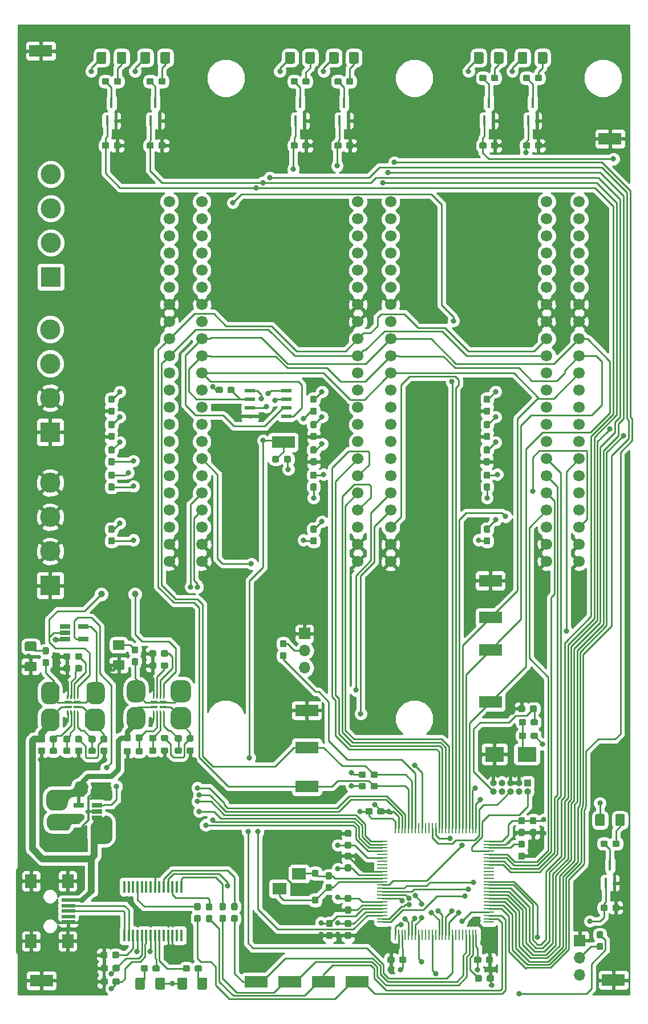
<source format=gbr>
G04 #@! TF.GenerationSoftware,KiCad,Pcbnew,5.0.2-bee76a0~70~ubuntu18.04.1*
G04 #@! TF.CreationDate,2019-10-02T22:03:34-04:00*
G04 #@! TF.ProjectId,Mother Board,4d6f7468-6572-4204-926f-6172642e6b69,rev?*
G04 #@! TF.SameCoordinates,Original*
G04 #@! TF.FileFunction,Copper,L1,Top*
G04 #@! TF.FilePolarity,Positive*
%FSLAX46Y46*%
G04 Gerber Fmt 4.6, Leading zero omitted, Abs format (unit mm)*
G04 Created by KiCad (PCBNEW 5.0.2-bee76a0~70~ubuntu18.04.1) date Wed 02 Oct 2019 10:03:34 PM EDT*
%MOMM*%
%LPD*%
G01*
G04 APERTURE LIST*
G04 #@! TA.AperFunction,ComponentPad*
%ADD10O,1.700000X1.700000*%
G04 #@! TD*
G04 #@! TA.AperFunction,ComponentPad*
%ADD11R,1.700000X1.700000*%
G04 #@! TD*
G04 #@! TA.AperFunction,SMDPad,CuDef*
%ADD12R,0.450000X1.750000*%
G04 #@! TD*
G04 #@! TA.AperFunction,SMDPad,CuDef*
%ADD13R,1.700000X2.000000*%
G04 #@! TD*
G04 #@! TA.AperFunction,SMDPad,CuDef*
%ADD14R,2.000000X0.500000*%
G04 #@! TD*
G04 #@! TA.AperFunction,Conductor*
%ADD15C,0.100000*%
G04 #@! TD*
G04 #@! TA.AperFunction,SMDPad,CuDef*
%ADD16C,1.425000*%
G04 #@! TD*
G04 #@! TA.AperFunction,SMDPad,CuDef*
%ADD17C,0.950000*%
G04 #@! TD*
G04 #@! TA.AperFunction,ComponentPad*
%ADD18O,1.000000X1.000000*%
G04 #@! TD*
G04 #@! TA.AperFunction,ComponentPad*
%ADD19R,1.000000X1.000000*%
G04 #@! TD*
G04 #@! TA.AperFunction,ComponentPad*
%ADD20C,1.700000*%
G04 #@! TD*
G04 #@! TA.AperFunction,ComponentPad*
%ADD21C,3.000000*%
G04 #@! TD*
G04 #@! TA.AperFunction,ComponentPad*
%ADD22R,3.000000X3.000000*%
G04 #@! TD*
G04 #@! TA.AperFunction,SMDPad,CuDef*
%ADD23R,2.800000X2.200000*%
G04 #@! TD*
G04 #@! TA.AperFunction,SMDPad,CuDef*
%ADD24R,1.560000X0.650000*%
G04 #@! TD*
G04 #@! TA.AperFunction,SMDPad,CuDef*
%ADD25C,0.200000*%
G04 #@! TD*
G04 #@! TA.AperFunction,SMDPad,CuDef*
%ADD26C,0.400000*%
G04 #@! TD*
G04 #@! TA.AperFunction,SMDPad,CuDef*
%ADD27R,1.550000X0.600000*%
G04 #@! TD*
G04 #@! TA.AperFunction,SMDPad,CuDef*
%ADD28C,1.250000*%
G04 #@! TD*
G04 #@! TA.AperFunction,SMDPad,CuDef*
%ADD29R,2.100000X1.725000*%
G04 #@! TD*
G04 #@! TA.AperFunction,SMDPad,CuDef*
%ADD30R,1.500000X0.280000*%
G04 #@! TD*
G04 #@! TA.AperFunction,SMDPad,CuDef*
%ADD31R,0.280000X1.500000*%
G04 #@! TD*
G04 #@! TA.AperFunction,SMDPad,CuDef*
%ADD32R,0.450000X1.500000*%
G04 #@! TD*
G04 #@! TA.AperFunction,BGAPad,CuDef*
%ADD33C,1.000000*%
G04 #@! TD*
G04 #@! TA.AperFunction,SMDPad,CuDef*
%ADD34R,3.400000X1.800000*%
G04 #@! TD*
G04 #@! TA.AperFunction,ViaPad*
%ADD35C,0.800000*%
G04 #@! TD*
G04 #@! TA.AperFunction,Conductor*
%ADD36C,0.250000*%
G04 #@! TD*
G04 #@! TA.AperFunction,Conductor*
%ADD37C,0.350000*%
G04 #@! TD*
G04 #@! TA.AperFunction,Conductor*
%ADD38C,1.000000*%
G04 #@! TD*
G04 #@! TA.AperFunction,Conductor*
%ADD39C,0.500000*%
G04 #@! TD*
G04 #@! TA.AperFunction,Conductor*
%ADD40C,0.750000*%
G04 #@! TD*
G04 #@! TA.AperFunction,Conductor*
%ADD41C,0.254000*%
G04 #@! TD*
G04 APERTURE END LIST*
D10*
G04 #@! TO.P,J5,3*
G04 #@! TO.N,+3V3*
X126665000Y-154450001D03*
G04 #@! TO.P,J5,2*
G04 #@! TO.N,Net-(J5-Pad2)*
X126665000Y-151910001D03*
D11*
G04 #@! TO.P,J5,1*
G04 #@! TO.N,GND*
X126665000Y-149370001D03*
G04 #@! TD*
D12*
G04 #@! TO.P,U3,28*
G04 #@! TO.N,Net-(U3-Pad28)*
X108365000Y-194100000D03*
G04 #@! TO.P,U3,27*
G04 #@! TO.N,Net-(U3-Pad27)*
X107715000Y-194100000D03*
G04 #@! TO.P,U3,26*
G04 #@! TO.N,GND*
X107065000Y-194100000D03*
G04 #@! TO.P,U3,25*
X106415000Y-194100000D03*
G04 #@! TO.P,U3,24*
G04 #@! TO.N,N/C*
X105765000Y-194100000D03*
G04 #@! TO.P,U3,23*
G04 #@! TO.N,/TX_LED*
X105115000Y-194100000D03*
G04 #@! TO.P,U3,22*
G04 #@! TO.N,/RX_LED*
X104465000Y-194100000D03*
G04 #@! TO.P,U3,21*
G04 #@! TO.N,GND*
X103815000Y-194100000D03*
G04 #@! TO.P,U3,20*
G04 #@! TO.N,+5V*
X103165000Y-194100000D03*
G04 #@! TO.P,U3,19*
X102515000Y-194100000D03*
G04 #@! TO.P,U3,18*
G04 #@! TO.N,GND*
X101865000Y-194100000D03*
G04 #@! TO.P,U3,17*
G04 #@! TO.N,Net-(C20-Pad1)*
X101215000Y-194100000D03*
G04 #@! TO.P,U3,16*
G04 #@! TO.N,/USB_D-*
X100565000Y-194100000D03*
G04 #@! TO.P,U3,15*
G04 #@! TO.N,/USB_D+*
X99915000Y-194100000D03*
G04 #@! TO.P,U3,14*
G04 #@! TO.N,Net-(U3-Pad14)*
X99915000Y-186900000D03*
G04 #@! TO.P,U3,13*
G04 #@! TO.N,Net-(U3-Pad13)*
X100565000Y-186900000D03*
G04 #@! TO.P,U3,12*
G04 #@! TO.N,Net-(U3-Pad12)*
X101215000Y-186900000D03*
G04 #@! TO.P,U3,11*
G04 #@! TO.N,/FTDI_CTS*
X101865000Y-186900000D03*
G04 #@! TO.P,U3,10*
G04 #@! TO.N,Net-(U3-Pad10)*
X102515000Y-186900000D03*
G04 #@! TO.P,U3,9*
G04 #@! TO.N,Net-(U3-Pad9)*
X103165000Y-186900000D03*
G04 #@! TO.P,U3,8*
G04 #@! TO.N,N/C*
X103815000Y-186900000D03*
G04 #@! TO.P,U3,7*
G04 #@! TO.N,GND*
X104465000Y-186900000D03*
G04 #@! TO.P,U3,6*
G04 #@! TO.N,Net-(U3-Pad6)*
X105115000Y-186900000D03*
G04 #@! TO.P,U3,5*
G04 #@! TO.N,/FTDI_RX*
X105765000Y-186900000D03*
G04 #@! TO.P,U3,4*
G04 #@! TO.N,+3V3*
X106415000Y-186900000D03*
G04 #@! TO.P,U3,3*
G04 #@! TO.N,/FTDI_RTS*
X107065000Y-186900000D03*
G04 #@! TO.P,U3,2*
G04 #@! TO.N,Net-(U3-Pad2)*
X107715000Y-186900000D03*
G04 #@! TO.P,U3,1*
G04 #@! TO.N,/FTDI_TX*
X108365000Y-186900000D03*
G04 #@! TD*
D13*
G04 #@! TO.P,J2,6*
G04 #@! TO.N,GND*
X86050000Y-194950000D03*
X91500000Y-194950000D03*
X86050000Y-186050000D03*
X91500000Y-186050000D03*
D14*
G04 #@! TO.P,J2,5*
X91600000Y-192100000D03*
G04 #@! TO.P,J2,4*
G04 #@! TO.N,Net-(J2-Pad4)*
X91600000Y-191300000D03*
G04 #@! TO.P,J2,3*
G04 #@! TO.N,/USB_D+*
X91600000Y-190500000D03*
G04 #@! TO.P,J2,2*
G04 #@! TO.N,/USB_D-*
X91600000Y-189700000D03*
G04 #@! TO.P,J2,1*
G04 #@! TO.N,/USB_VBUS*
X91600000Y-188900000D03*
G04 #@! TD*
D15*
G04 #@! TO.N,Net-(D3-Pad2)*
G04 #@! TO.C,D3*
G36*
X86649504Y-150551204D02*
X86673773Y-150554804D01*
X86697571Y-150560765D01*
X86720671Y-150569030D01*
X86742849Y-150579520D01*
X86763893Y-150592133D01*
X86783598Y-150606747D01*
X86801777Y-150623223D01*
X86818253Y-150641402D01*
X86832867Y-150661107D01*
X86845480Y-150682151D01*
X86855970Y-150704329D01*
X86864235Y-150727429D01*
X86870196Y-150751227D01*
X86873796Y-150775496D01*
X86875000Y-150800000D01*
X86875000Y-151725000D01*
X86873796Y-151749504D01*
X86870196Y-151773773D01*
X86864235Y-151797571D01*
X86855970Y-151820671D01*
X86845480Y-151842849D01*
X86832867Y-151863893D01*
X86818253Y-151883598D01*
X86801777Y-151901777D01*
X86783598Y-151918253D01*
X86763893Y-151932867D01*
X86742849Y-151945480D01*
X86720671Y-151955970D01*
X86697571Y-151964235D01*
X86673773Y-151970196D01*
X86649504Y-151973796D01*
X86625000Y-151975000D01*
X85375000Y-151975000D01*
X85350496Y-151973796D01*
X85326227Y-151970196D01*
X85302429Y-151964235D01*
X85279329Y-151955970D01*
X85257151Y-151945480D01*
X85236107Y-151932867D01*
X85216402Y-151918253D01*
X85198223Y-151901777D01*
X85181747Y-151883598D01*
X85167133Y-151863893D01*
X85154520Y-151842849D01*
X85144030Y-151820671D01*
X85135765Y-151797571D01*
X85129804Y-151773773D01*
X85126204Y-151749504D01*
X85125000Y-151725000D01*
X85125000Y-150800000D01*
X85126204Y-150775496D01*
X85129804Y-150751227D01*
X85135765Y-150727429D01*
X85144030Y-150704329D01*
X85154520Y-150682151D01*
X85167133Y-150661107D01*
X85181747Y-150641402D01*
X85198223Y-150623223D01*
X85216402Y-150606747D01*
X85236107Y-150592133D01*
X85257151Y-150579520D01*
X85279329Y-150569030D01*
X85302429Y-150560765D01*
X85326227Y-150554804D01*
X85350496Y-150551204D01*
X85375000Y-150550000D01*
X86625000Y-150550000D01*
X86649504Y-150551204D01*
X86649504Y-150551204D01*
G37*
D16*
G04 #@! TD*
G04 #@! TO.P,D3,2*
G04 #@! TO.N,Net-(D3-Pad2)*
X86000000Y-151262500D03*
D15*
G04 #@! TO.N,GND*
G04 #@! TO.C,D3*
G36*
X86649504Y-153526204D02*
X86673773Y-153529804D01*
X86697571Y-153535765D01*
X86720671Y-153544030D01*
X86742849Y-153554520D01*
X86763893Y-153567133D01*
X86783598Y-153581747D01*
X86801777Y-153598223D01*
X86818253Y-153616402D01*
X86832867Y-153636107D01*
X86845480Y-153657151D01*
X86855970Y-153679329D01*
X86864235Y-153702429D01*
X86870196Y-153726227D01*
X86873796Y-153750496D01*
X86875000Y-153775000D01*
X86875000Y-154700000D01*
X86873796Y-154724504D01*
X86870196Y-154748773D01*
X86864235Y-154772571D01*
X86855970Y-154795671D01*
X86845480Y-154817849D01*
X86832867Y-154838893D01*
X86818253Y-154858598D01*
X86801777Y-154876777D01*
X86783598Y-154893253D01*
X86763893Y-154907867D01*
X86742849Y-154920480D01*
X86720671Y-154930970D01*
X86697571Y-154939235D01*
X86673773Y-154945196D01*
X86649504Y-154948796D01*
X86625000Y-154950000D01*
X85375000Y-154950000D01*
X85350496Y-154948796D01*
X85326227Y-154945196D01*
X85302429Y-154939235D01*
X85279329Y-154930970D01*
X85257151Y-154920480D01*
X85236107Y-154907867D01*
X85216402Y-154893253D01*
X85198223Y-154876777D01*
X85181747Y-154858598D01*
X85167133Y-154838893D01*
X85154520Y-154817849D01*
X85144030Y-154795671D01*
X85135765Y-154772571D01*
X85129804Y-154748773D01*
X85126204Y-154724504D01*
X85125000Y-154700000D01*
X85125000Y-153775000D01*
X85126204Y-153750496D01*
X85129804Y-153726227D01*
X85135765Y-153702429D01*
X85144030Y-153679329D01*
X85154520Y-153657151D01*
X85167133Y-153636107D01*
X85181747Y-153616402D01*
X85198223Y-153598223D01*
X85216402Y-153581747D01*
X85236107Y-153567133D01*
X85257151Y-153554520D01*
X85279329Y-153544030D01*
X85302429Y-153535765D01*
X85326227Y-153529804D01*
X85350496Y-153526204D01*
X85375000Y-153525000D01*
X86625000Y-153525000D01*
X86649504Y-153526204D01*
X86649504Y-153526204D01*
G37*
D16*
G04 #@! TD*
G04 #@! TO.P,D3,1*
G04 #@! TO.N,GND*
X86000000Y-154237500D03*
D15*
G04 #@! TO.N,Net-(D4-Pad2)*
G04 #@! TO.C,D4*
G36*
X99730289Y-150341365D02*
X99754558Y-150344965D01*
X99778356Y-150350926D01*
X99801456Y-150359191D01*
X99823634Y-150369681D01*
X99844678Y-150382294D01*
X99864383Y-150396908D01*
X99882562Y-150413384D01*
X99899038Y-150431563D01*
X99913652Y-150451268D01*
X99926265Y-150472312D01*
X99936755Y-150494490D01*
X99945020Y-150517590D01*
X99950981Y-150541388D01*
X99954581Y-150565657D01*
X99955785Y-150590161D01*
X99955785Y-151515161D01*
X99954581Y-151539665D01*
X99950981Y-151563934D01*
X99945020Y-151587732D01*
X99936755Y-151610832D01*
X99926265Y-151633010D01*
X99913652Y-151654054D01*
X99899038Y-151673759D01*
X99882562Y-151691938D01*
X99864383Y-151708414D01*
X99844678Y-151723028D01*
X99823634Y-151735641D01*
X99801456Y-151746131D01*
X99778356Y-151754396D01*
X99754558Y-151760357D01*
X99730289Y-151763957D01*
X99705785Y-151765161D01*
X98455785Y-151765161D01*
X98431281Y-151763957D01*
X98407012Y-151760357D01*
X98383214Y-151754396D01*
X98360114Y-151746131D01*
X98337936Y-151735641D01*
X98316892Y-151723028D01*
X98297187Y-151708414D01*
X98279008Y-151691938D01*
X98262532Y-151673759D01*
X98247918Y-151654054D01*
X98235305Y-151633010D01*
X98224815Y-151610832D01*
X98216550Y-151587732D01*
X98210589Y-151563934D01*
X98206989Y-151539665D01*
X98205785Y-151515161D01*
X98205785Y-150590161D01*
X98206989Y-150565657D01*
X98210589Y-150541388D01*
X98216550Y-150517590D01*
X98224815Y-150494490D01*
X98235305Y-150472312D01*
X98247918Y-150451268D01*
X98262532Y-150431563D01*
X98279008Y-150413384D01*
X98297187Y-150396908D01*
X98316892Y-150382294D01*
X98337936Y-150369681D01*
X98360114Y-150359191D01*
X98383214Y-150350926D01*
X98407012Y-150344965D01*
X98431281Y-150341365D01*
X98455785Y-150340161D01*
X99705785Y-150340161D01*
X99730289Y-150341365D01*
X99730289Y-150341365D01*
G37*
D16*
G04 #@! TD*
G04 #@! TO.P,D4,2*
G04 #@! TO.N,Net-(D4-Pad2)*
X99080785Y-151052661D03*
D15*
G04 #@! TO.N,GND*
G04 #@! TO.C,D4*
G36*
X99730289Y-153316365D02*
X99754558Y-153319965D01*
X99778356Y-153325926D01*
X99801456Y-153334191D01*
X99823634Y-153344681D01*
X99844678Y-153357294D01*
X99864383Y-153371908D01*
X99882562Y-153388384D01*
X99899038Y-153406563D01*
X99913652Y-153426268D01*
X99926265Y-153447312D01*
X99936755Y-153469490D01*
X99945020Y-153492590D01*
X99950981Y-153516388D01*
X99954581Y-153540657D01*
X99955785Y-153565161D01*
X99955785Y-154490161D01*
X99954581Y-154514665D01*
X99950981Y-154538934D01*
X99945020Y-154562732D01*
X99936755Y-154585832D01*
X99926265Y-154608010D01*
X99913652Y-154629054D01*
X99899038Y-154648759D01*
X99882562Y-154666938D01*
X99864383Y-154683414D01*
X99844678Y-154698028D01*
X99823634Y-154710641D01*
X99801456Y-154721131D01*
X99778356Y-154729396D01*
X99754558Y-154735357D01*
X99730289Y-154738957D01*
X99705785Y-154740161D01*
X98455785Y-154740161D01*
X98431281Y-154738957D01*
X98407012Y-154735357D01*
X98383214Y-154729396D01*
X98360114Y-154721131D01*
X98337936Y-154710641D01*
X98316892Y-154698028D01*
X98297187Y-154683414D01*
X98279008Y-154666938D01*
X98262532Y-154648759D01*
X98247918Y-154629054D01*
X98235305Y-154608010D01*
X98224815Y-154585832D01*
X98216550Y-154562732D01*
X98210589Y-154538934D01*
X98206989Y-154514665D01*
X98205785Y-154490161D01*
X98205785Y-153565161D01*
X98206989Y-153540657D01*
X98210589Y-153516388D01*
X98216550Y-153492590D01*
X98224815Y-153469490D01*
X98235305Y-153447312D01*
X98247918Y-153426268D01*
X98262532Y-153406563D01*
X98279008Y-153388384D01*
X98297187Y-153371908D01*
X98316892Y-153357294D01*
X98337936Y-153344681D01*
X98360114Y-153334191D01*
X98383214Y-153325926D01*
X98407012Y-153319965D01*
X98431281Y-153316365D01*
X98455785Y-153315161D01*
X99705785Y-153315161D01*
X99730289Y-153316365D01*
X99730289Y-153316365D01*
G37*
D16*
G04 #@! TD*
G04 #@! TO.P,D4,1*
G04 #@! TO.N,GND*
X99080785Y-154027661D03*
D15*
G04 #@! TO.N,Net-(D3-Pad2)*
G04 #@! TO.C,R1*
G36*
X88510779Y-151381143D02*
X88533834Y-151384562D01*
X88556443Y-151390226D01*
X88578387Y-151398078D01*
X88599457Y-151408043D01*
X88619448Y-151420025D01*
X88638168Y-151433909D01*
X88655438Y-151449561D01*
X88671090Y-151466831D01*
X88684974Y-151485551D01*
X88696956Y-151505542D01*
X88706921Y-151526612D01*
X88714773Y-151548556D01*
X88720437Y-151571165D01*
X88723856Y-151594220D01*
X88725000Y-151617499D01*
X88725000Y-152192499D01*
X88723856Y-152215778D01*
X88720437Y-152238833D01*
X88714773Y-152261442D01*
X88706921Y-152283386D01*
X88696956Y-152304456D01*
X88684974Y-152324447D01*
X88671090Y-152343167D01*
X88655438Y-152360437D01*
X88638168Y-152376089D01*
X88619448Y-152389973D01*
X88599457Y-152401955D01*
X88578387Y-152411920D01*
X88556443Y-152419772D01*
X88533834Y-152425436D01*
X88510779Y-152428855D01*
X88487500Y-152429999D01*
X88012500Y-152429999D01*
X87989221Y-152428855D01*
X87966166Y-152425436D01*
X87943557Y-152419772D01*
X87921613Y-152411920D01*
X87900543Y-152401955D01*
X87880552Y-152389973D01*
X87861832Y-152376089D01*
X87844562Y-152360437D01*
X87828910Y-152343167D01*
X87815026Y-152324447D01*
X87803044Y-152304456D01*
X87793079Y-152283386D01*
X87785227Y-152261442D01*
X87779563Y-152238833D01*
X87776144Y-152215778D01*
X87775000Y-152192499D01*
X87775000Y-151617499D01*
X87776144Y-151594220D01*
X87779563Y-151571165D01*
X87785227Y-151548556D01*
X87793079Y-151526612D01*
X87803044Y-151505542D01*
X87815026Y-151485551D01*
X87828910Y-151466831D01*
X87844562Y-151449561D01*
X87861832Y-151433909D01*
X87880552Y-151420025D01*
X87900543Y-151408043D01*
X87921613Y-151398078D01*
X87943557Y-151390226D01*
X87966166Y-151384562D01*
X87989221Y-151381143D01*
X88012500Y-151379999D01*
X88487500Y-151379999D01*
X88510779Y-151381143D01*
X88510779Y-151381143D01*
G37*
D17*
G04 #@! TD*
G04 #@! TO.P,R1,2*
G04 #@! TO.N,Net-(D3-Pad2)*
X88250000Y-151904999D03*
D15*
G04 #@! TO.N,+5V*
G04 #@! TO.C,R1*
G36*
X88510779Y-153131143D02*
X88533834Y-153134562D01*
X88556443Y-153140226D01*
X88578387Y-153148078D01*
X88599457Y-153158043D01*
X88619448Y-153170025D01*
X88638168Y-153183909D01*
X88655438Y-153199561D01*
X88671090Y-153216831D01*
X88684974Y-153235551D01*
X88696956Y-153255542D01*
X88706921Y-153276612D01*
X88714773Y-153298556D01*
X88720437Y-153321165D01*
X88723856Y-153344220D01*
X88725000Y-153367499D01*
X88725000Y-153942499D01*
X88723856Y-153965778D01*
X88720437Y-153988833D01*
X88714773Y-154011442D01*
X88706921Y-154033386D01*
X88696956Y-154054456D01*
X88684974Y-154074447D01*
X88671090Y-154093167D01*
X88655438Y-154110437D01*
X88638168Y-154126089D01*
X88619448Y-154139973D01*
X88599457Y-154151955D01*
X88578387Y-154161920D01*
X88556443Y-154169772D01*
X88533834Y-154175436D01*
X88510779Y-154178855D01*
X88487500Y-154179999D01*
X88012500Y-154179999D01*
X87989221Y-154178855D01*
X87966166Y-154175436D01*
X87943557Y-154169772D01*
X87921613Y-154161920D01*
X87900543Y-154151955D01*
X87880552Y-154139973D01*
X87861832Y-154126089D01*
X87844562Y-154110437D01*
X87828910Y-154093167D01*
X87815026Y-154074447D01*
X87803044Y-154054456D01*
X87793079Y-154033386D01*
X87785227Y-154011442D01*
X87779563Y-153988833D01*
X87776144Y-153965778D01*
X87775000Y-153942499D01*
X87775000Y-153367499D01*
X87776144Y-153344220D01*
X87779563Y-153321165D01*
X87785227Y-153298556D01*
X87793079Y-153276612D01*
X87803044Y-153255542D01*
X87815026Y-153235551D01*
X87828910Y-153216831D01*
X87844562Y-153199561D01*
X87861832Y-153183909D01*
X87880552Y-153170025D01*
X87900543Y-153158043D01*
X87921613Y-153148078D01*
X87943557Y-153140226D01*
X87966166Y-153134562D01*
X87989221Y-153131143D01*
X88012500Y-153129999D01*
X88487500Y-153129999D01*
X88510779Y-153131143D01*
X88510779Y-153131143D01*
G37*
D17*
G04 #@! TD*
G04 #@! TO.P,R1,1*
G04 #@! TO.N,+5V*
X88250000Y-153654999D03*
D15*
G04 #@! TO.N,Net-(D4-Pad2)*
G04 #@! TO.C,R2*
G36*
X101760779Y-151251144D02*
X101783834Y-151254563D01*
X101806443Y-151260227D01*
X101828387Y-151268079D01*
X101849457Y-151278044D01*
X101869448Y-151290026D01*
X101888168Y-151303910D01*
X101905438Y-151319562D01*
X101921090Y-151336832D01*
X101934974Y-151355552D01*
X101946956Y-151375543D01*
X101956921Y-151396613D01*
X101964773Y-151418557D01*
X101970437Y-151441166D01*
X101973856Y-151464221D01*
X101975000Y-151487500D01*
X101975000Y-152062500D01*
X101973856Y-152085779D01*
X101970437Y-152108834D01*
X101964773Y-152131443D01*
X101956921Y-152153387D01*
X101946956Y-152174457D01*
X101934974Y-152194448D01*
X101921090Y-152213168D01*
X101905438Y-152230438D01*
X101888168Y-152246090D01*
X101869448Y-152259974D01*
X101849457Y-152271956D01*
X101828387Y-152281921D01*
X101806443Y-152289773D01*
X101783834Y-152295437D01*
X101760779Y-152298856D01*
X101737500Y-152300000D01*
X101262500Y-152300000D01*
X101239221Y-152298856D01*
X101216166Y-152295437D01*
X101193557Y-152289773D01*
X101171613Y-152281921D01*
X101150543Y-152271956D01*
X101130552Y-152259974D01*
X101111832Y-152246090D01*
X101094562Y-152230438D01*
X101078910Y-152213168D01*
X101065026Y-152194448D01*
X101053044Y-152174457D01*
X101043079Y-152153387D01*
X101035227Y-152131443D01*
X101029563Y-152108834D01*
X101026144Y-152085779D01*
X101025000Y-152062500D01*
X101025000Y-151487500D01*
X101026144Y-151464221D01*
X101029563Y-151441166D01*
X101035227Y-151418557D01*
X101043079Y-151396613D01*
X101053044Y-151375543D01*
X101065026Y-151355552D01*
X101078910Y-151336832D01*
X101094562Y-151319562D01*
X101111832Y-151303910D01*
X101130552Y-151290026D01*
X101150543Y-151278044D01*
X101171613Y-151268079D01*
X101193557Y-151260227D01*
X101216166Y-151254563D01*
X101239221Y-151251144D01*
X101262500Y-151250000D01*
X101737500Y-151250000D01*
X101760779Y-151251144D01*
X101760779Y-151251144D01*
G37*
D17*
G04 #@! TD*
G04 #@! TO.P,R2,2*
G04 #@! TO.N,Net-(D4-Pad2)*
X101500000Y-151775000D03*
D15*
G04 #@! TO.N,+3V3*
G04 #@! TO.C,R2*
G36*
X101760779Y-153001144D02*
X101783834Y-153004563D01*
X101806443Y-153010227D01*
X101828387Y-153018079D01*
X101849457Y-153028044D01*
X101869448Y-153040026D01*
X101888168Y-153053910D01*
X101905438Y-153069562D01*
X101921090Y-153086832D01*
X101934974Y-153105552D01*
X101946956Y-153125543D01*
X101956921Y-153146613D01*
X101964773Y-153168557D01*
X101970437Y-153191166D01*
X101973856Y-153214221D01*
X101975000Y-153237500D01*
X101975000Y-153812500D01*
X101973856Y-153835779D01*
X101970437Y-153858834D01*
X101964773Y-153881443D01*
X101956921Y-153903387D01*
X101946956Y-153924457D01*
X101934974Y-153944448D01*
X101921090Y-153963168D01*
X101905438Y-153980438D01*
X101888168Y-153996090D01*
X101869448Y-154009974D01*
X101849457Y-154021956D01*
X101828387Y-154031921D01*
X101806443Y-154039773D01*
X101783834Y-154045437D01*
X101760779Y-154048856D01*
X101737500Y-154050000D01*
X101262500Y-154050000D01*
X101239221Y-154048856D01*
X101216166Y-154045437D01*
X101193557Y-154039773D01*
X101171613Y-154031921D01*
X101150543Y-154021956D01*
X101130552Y-154009974D01*
X101111832Y-153996090D01*
X101094562Y-153980438D01*
X101078910Y-153963168D01*
X101065026Y-153944448D01*
X101053044Y-153924457D01*
X101043079Y-153903387D01*
X101035227Y-153881443D01*
X101029563Y-153858834D01*
X101026144Y-153835779D01*
X101025000Y-153812500D01*
X101025000Y-153237500D01*
X101026144Y-153214221D01*
X101029563Y-153191166D01*
X101035227Y-153168557D01*
X101043079Y-153146613D01*
X101053044Y-153125543D01*
X101065026Y-153105552D01*
X101078910Y-153086832D01*
X101094562Y-153069562D01*
X101111832Y-153053910D01*
X101130552Y-153040026D01*
X101150543Y-153028044D01*
X101171613Y-153018079D01*
X101193557Y-153010227D01*
X101216166Y-153004563D01*
X101239221Y-153001144D01*
X101262500Y-153000000D01*
X101737500Y-153000000D01*
X101760779Y-153001144D01*
X101760779Y-153001144D01*
G37*
D17*
G04 #@! TD*
G04 #@! TO.P,R2,1*
G04 #@! TO.N,+3V3*
X101500000Y-153525000D03*
D15*
G04 #@! TO.N,Net-(R3-Pad2)*
G04 #@! TO.C,R3*
G36*
X159310779Y-164026144D02*
X159333834Y-164029563D01*
X159356443Y-164035227D01*
X159378387Y-164043079D01*
X159399457Y-164053044D01*
X159419448Y-164065026D01*
X159438168Y-164078910D01*
X159455438Y-164094562D01*
X159471090Y-164111832D01*
X159484974Y-164130552D01*
X159496956Y-164150543D01*
X159506921Y-164171613D01*
X159514773Y-164193557D01*
X159520437Y-164216166D01*
X159523856Y-164239221D01*
X159525000Y-164262500D01*
X159525000Y-164737500D01*
X159523856Y-164760779D01*
X159520437Y-164783834D01*
X159514773Y-164806443D01*
X159506921Y-164828387D01*
X159496956Y-164849457D01*
X159484974Y-164869448D01*
X159471090Y-164888168D01*
X159455438Y-164905438D01*
X159438168Y-164921090D01*
X159419448Y-164934974D01*
X159399457Y-164946956D01*
X159378387Y-164956921D01*
X159356443Y-164964773D01*
X159333834Y-164970437D01*
X159310779Y-164973856D01*
X159287500Y-164975000D01*
X158712500Y-164975000D01*
X158689221Y-164973856D01*
X158666166Y-164970437D01*
X158643557Y-164964773D01*
X158621613Y-164956921D01*
X158600543Y-164946956D01*
X158580552Y-164934974D01*
X158561832Y-164921090D01*
X158544562Y-164905438D01*
X158528910Y-164888168D01*
X158515026Y-164869448D01*
X158503044Y-164849457D01*
X158493079Y-164828387D01*
X158485227Y-164806443D01*
X158479563Y-164783834D01*
X158476144Y-164760779D01*
X158475000Y-164737500D01*
X158475000Y-164262500D01*
X158476144Y-164239221D01*
X158479563Y-164216166D01*
X158485227Y-164193557D01*
X158493079Y-164171613D01*
X158503044Y-164150543D01*
X158515026Y-164130552D01*
X158528910Y-164111832D01*
X158544562Y-164094562D01*
X158561832Y-164078910D01*
X158580552Y-164065026D01*
X158600543Y-164053044D01*
X158621613Y-164043079D01*
X158643557Y-164035227D01*
X158666166Y-164029563D01*
X158689221Y-164026144D01*
X158712500Y-164025000D01*
X159287500Y-164025000D01*
X159310779Y-164026144D01*
X159310779Y-164026144D01*
G37*
D17*
G04 #@! TD*
G04 #@! TO.P,R3,2*
G04 #@! TO.N,Net-(R3-Pad2)*
X159000000Y-164500000D03*
D15*
G04 #@! TO.N,+3V3*
G04 #@! TO.C,R3*
G36*
X161060779Y-164026144D02*
X161083834Y-164029563D01*
X161106443Y-164035227D01*
X161128387Y-164043079D01*
X161149457Y-164053044D01*
X161169448Y-164065026D01*
X161188168Y-164078910D01*
X161205438Y-164094562D01*
X161221090Y-164111832D01*
X161234974Y-164130552D01*
X161246956Y-164150543D01*
X161256921Y-164171613D01*
X161264773Y-164193557D01*
X161270437Y-164216166D01*
X161273856Y-164239221D01*
X161275000Y-164262500D01*
X161275000Y-164737500D01*
X161273856Y-164760779D01*
X161270437Y-164783834D01*
X161264773Y-164806443D01*
X161256921Y-164828387D01*
X161246956Y-164849457D01*
X161234974Y-164869448D01*
X161221090Y-164888168D01*
X161205438Y-164905438D01*
X161188168Y-164921090D01*
X161169448Y-164934974D01*
X161149457Y-164946956D01*
X161128387Y-164956921D01*
X161106443Y-164964773D01*
X161083834Y-164970437D01*
X161060779Y-164973856D01*
X161037500Y-164975000D01*
X160462500Y-164975000D01*
X160439221Y-164973856D01*
X160416166Y-164970437D01*
X160393557Y-164964773D01*
X160371613Y-164956921D01*
X160350543Y-164946956D01*
X160330552Y-164934974D01*
X160311832Y-164921090D01*
X160294562Y-164905438D01*
X160278910Y-164888168D01*
X160265026Y-164869448D01*
X160253044Y-164849457D01*
X160243079Y-164828387D01*
X160235227Y-164806443D01*
X160229563Y-164783834D01*
X160226144Y-164760779D01*
X160225000Y-164737500D01*
X160225000Y-164262500D01*
X160226144Y-164239221D01*
X160229563Y-164216166D01*
X160235227Y-164193557D01*
X160243079Y-164171613D01*
X160253044Y-164150543D01*
X160265026Y-164130552D01*
X160278910Y-164111832D01*
X160294562Y-164094562D01*
X160311832Y-164078910D01*
X160330552Y-164065026D01*
X160350543Y-164053044D01*
X160371613Y-164043079D01*
X160393557Y-164035227D01*
X160416166Y-164029563D01*
X160439221Y-164026144D01*
X160462500Y-164025000D01*
X161037500Y-164025000D01*
X161060779Y-164026144D01*
X161060779Y-164026144D01*
G37*
D17*
G04 #@! TD*
G04 #@! TO.P,R3,1*
G04 #@! TO.N,+3V3*
X160750000Y-164500000D03*
D15*
G04 #@! TO.N,Net-(R3-Pad2)*
G04 #@! TO.C,R4*
G36*
X159310779Y-162026144D02*
X159333834Y-162029563D01*
X159356443Y-162035227D01*
X159378387Y-162043079D01*
X159399457Y-162053044D01*
X159419448Y-162065026D01*
X159438168Y-162078910D01*
X159455438Y-162094562D01*
X159471090Y-162111832D01*
X159484974Y-162130552D01*
X159496956Y-162150543D01*
X159506921Y-162171613D01*
X159514773Y-162193557D01*
X159520437Y-162216166D01*
X159523856Y-162239221D01*
X159525000Y-162262500D01*
X159525000Y-162737500D01*
X159523856Y-162760779D01*
X159520437Y-162783834D01*
X159514773Y-162806443D01*
X159506921Y-162828387D01*
X159496956Y-162849457D01*
X159484974Y-162869448D01*
X159471090Y-162888168D01*
X159455438Y-162905438D01*
X159438168Y-162921090D01*
X159419448Y-162934974D01*
X159399457Y-162946956D01*
X159378387Y-162956921D01*
X159356443Y-162964773D01*
X159333834Y-162970437D01*
X159310779Y-162973856D01*
X159287500Y-162975000D01*
X158712500Y-162975000D01*
X158689221Y-162973856D01*
X158666166Y-162970437D01*
X158643557Y-162964773D01*
X158621613Y-162956921D01*
X158600543Y-162946956D01*
X158580552Y-162934974D01*
X158561832Y-162921090D01*
X158544562Y-162905438D01*
X158528910Y-162888168D01*
X158515026Y-162869448D01*
X158503044Y-162849457D01*
X158493079Y-162828387D01*
X158485227Y-162806443D01*
X158479563Y-162783834D01*
X158476144Y-162760779D01*
X158475000Y-162737500D01*
X158475000Y-162262500D01*
X158476144Y-162239221D01*
X158479563Y-162216166D01*
X158485227Y-162193557D01*
X158493079Y-162171613D01*
X158503044Y-162150543D01*
X158515026Y-162130552D01*
X158528910Y-162111832D01*
X158544562Y-162094562D01*
X158561832Y-162078910D01*
X158580552Y-162065026D01*
X158600543Y-162053044D01*
X158621613Y-162043079D01*
X158643557Y-162035227D01*
X158666166Y-162029563D01*
X158689221Y-162026144D01*
X158712500Y-162025000D01*
X159287500Y-162025000D01*
X159310779Y-162026144D01*
X159310779Y-162026144D01*
G37*
D17*
G04 #@! TD*
G04 #@! TO.P,R4,2*
G04 #@! TO.N,Net-(R3-Pad2)*
X159000000Y-162500000D03*
D15*
G04 #@! TO.N,NRST*
G04 #@! TO.C,R4*
G36*
X161060779Y-162026144D02*
X161083834Y-162029563D01*
X161106443Y-162035227D01*
X161128387Y-162043079D01*
X161149457Y-162053044D01*
X161169448Y-162065026D01*
X161188168Y-162078910D01*
X161205438Y-162094562D01*
X161221090Y-162111832D01*
X161234974Y-162130552D01*
X161246956Y-162150543D01*
X161256921Y-162171613D01*
X161264773Y-162193557D01*
X161270437Y-162216166D01*
X161273856Y-162239221D01*
X161275000Y-162262500D01*
X161275000Y-162737500D01*
X161273856Y-162760779D01*
X161270437Y-162783834D01*
X161264773Y-162806443D01*
X161256921Y-162828387D01*
X161246956Y-162849457D01*
X161234974Y-162869448D01*
X161221090Y-162888168D01*
X161205438Y-162905438D01*
X161188168Y-162921090D01*
X161169448Y-162934974D01*
X161149457Y-162946956D01*
X161128387Y-162956921D01*
X161106443Y-162964773D01*
X161083834Y-162970437D01*
X161060779Y-162973856D01*
X161037500Y-162975000D01*
X160462500Y-162975000D01*
X160439221Y-162973856D01*
X160416166Y-162970437D01*
X160393557Y-162964773D01*
X160371613Y-162956921D01*
X160350543Y-162946956D01*
X160330552Y-162934974D01*
X160311832Y-162921090D01*
X160294562Y-162905438D01*
X160278910Y-162888168D01*
X160265026Y-162869448D01*
X160253044Y-162849457D01*
X160243079Y-162828387D01*
X160235227Y-162806443D01*
X160229563Y-162783834D01*
X160226144Y-162760779D01*
X160225000Y-162737500D01*
X160225000Y-162262500D01*
X160226144Y-162239221D01*
X160229563Y-162216166D01*
X160235227Y-162193557D01*
X160243079Y-162171613D01*
X160253044Y-162150543D01*
X160265026Y-162130552D01*
X160278910Y-162111832D01*
X160294562Y-162094562D01*
X160311832Y-162078910D01*
X160330552Y-162065026D01*
X160350543Y-162053044D01*
X160371613Y-162043079D01*
X160393557Y-162035227D01*
X160416166Y-162029563D01*
X160439221Y-162026144D01*
X160462500Y-162025000D01*
X161037500Y-162025000D01*
X161060779Y-162026144D01*
X161060779Y-162026144D01*
G37*
D17*
G04 #@! TD*
G04 #@! TO.P,R4,1*
G04 #@! TO.N,NRST*
X160750000Y-162500000D03*
D15*
G04 #@! TO.N,Net-(C6-Pad1)*
G04 #@! TO.C,R5*
G36*
X130510779Y-186507056D02*
X130533834Y-186510475D01*
X130556443Y-186516139D01*
X130578387Y-186523991D01*
X130599457Y-186533956D01*
X130619448Y-186545938D01*
X130638168Y-186559822D01*
X130655438Y-186575474D01*
X130671090Y-186592744D01*
X130684974Y-186611464D01*
X130696956Y-186631455D01*
X130706921Y-186652525D01*
X130714773Y-186674469D01*
X130720437Y-186697078D01*
X130723856Y-186720133D01*
X130725000Y-186743412D01*
X130725000Y-187318412D01*
X130723856Y-187341691D01*
X130720437Y-187364746D01*
X130714773Y-187387355D01*
X130706921Y-187409299D01*
X130696956Y-187430369D01*
X130684974Y-187450360D01*
X130671090Y-187469080D01*
X130655438Y-187486350D01*
X130638168Y-187502002D01*
X130619448Y-187515886D01*
X130599457Y-187527868D01*
X130578387Y-187537833D01*
X130556443Y-187545685D01*
X130533834Y-187551349D01*
X130510779Y-187554768D01*
X130487500Y-187555912D01*
X130012500Y-187555912D01*
X129989221Y-187554768D01*
X129966166Y-187551349D01*
X129943557Y-187545685D01*
X129921613Y-187537833D01*
X129900543Y-187527868D01*
X129880552Y-187515886D01*
X129861832Y-187502002D01*
X129844562Y-187486350D01*
X129828910Y-187469080D01*
X129815026Y-187450360D01*
X129803044Y-187430369D01*
X129793079Y-187409299D01*
X129785227Y-187387355D01*
X129779563Y-187364746D01*
X129776144Y-187341691D01*
X129775000Y-187318412D01*
X129775000Y-186743412D01*
X129776144Y-186720133D01*
X129779563Y-186697078D01*
X129785227Y-186674469D01*
X129793079Y-186652525D01*
X129803044Y-186631455D01*
X129815026Y-186611464D01*
X129828910Y-186592744D01*
X129844562Y-186575474D01*
X129861832Y-186559822D01*
X129880552Y-186545938D01*
X129900543Y-186533956D01*
X129921613Y-186523991D01*
X129943557Y-186516139D01*
X129966166Y-186510475D01*
X129989221Y-186507056D01*
X130012500Y-186505912D01*
X130487500Y-186505912D01*
X130510779Y-186507056D01*
X130510779Y-186507056D01*
G37*
D17*
G04 #@! TD*
G04 #@! TO.P,R5,2*
G04 #@! TO.N,Net-(C6-Pad1)*
X130250000Y-187030912D03*
D15*
G04 #@! TO.N,Net-(C5-Pad1)*
G04 #@! TO.C,R5*
G36*
X130510779Y-184757056D02*
X130533834Y-184760475D01*
X130556443Y-184766139D01*
X130578387Y-184773991D01*
X130599457Y-184783956D01*
X130619448Y-184795938D01*
X130638168Y-184809822D01*
X130655438Y-184825474D01*
X130671090Y-184842744D01*
X130684974Y-184861464D01*
X130696956Y-184881455D01*
X130706921Y-184902525D01*
X130714773Y-184924469D01*
X130720437Y-184947078D01*
X130723856Y-184970133D01*
X130725000Y-184993412D01*
X130725000Y-185568412D01*
X130723856Y-185591691D01*
X130720437Y-185614746D01*
X130714773Y-185637355D01*
X130706921Y-185659299D01*
X130696956Y-185680369D01*
X130684974Y-185700360D01*
X130671090Y-185719080D01*
X130655438Y-185736350D01*
X130638168Y-185752002D01*
X130619448Y-185765886D01*
X130599457Y-185777868D01*
X130578387Y-185787833D01*
X130556443Y-185795685D01*
X130533834Y-185801349D01*
X130510779Y-185804768D01*
X130487500Y-185805912D01*
X130012500Y-185805912D01*
X129989221Y-185804768D01*
X129966166Y-185801349D01*
X129943557Y-185795685D01*
X129921613Y-185787833D01*
X129900543Y-185777868D01*
X129880552Y-185765886D01*
X129861832Y-185752002D01*
X129844562Y-185736350D01*
X129828910Y-185719080D01*
X129815026Y-185700360D01*
X129803044Y-185680369D01*
X129793079Y-185659299D01*
X129785227Y-185637355D01*
X129779563Y-185614746D01*
X129776144Y-185591691D01*
X129775000Y-185568412D01*
X129775000Y-184993412D01*
X129776144Y-184970133D01*
X129779563Y-184947078D01*
X129785227Y-184924469D01*
X129793079Y-184902525D01*
X129803044Y-184881455D01*
X129815026Y-184861464D01*
X129828910Y-184842744D01*
X129844562Y-184825474D01*
X129861832Y-184809822D01*
X129880552Y-184795938D01*
X129900543Y-184783956D01*
X129921613Y-184773991D01*
X129943557Y-184766139D01*
X129966166Y-184760475D01*
X129989221Y-184757056D01*
X130012500Y-184755912D01*
X130487500Y-184755912D01*
X130510779Y-184757056D01*
X130510779Y-184757056D01*
G37*
D17*
G04 #@! TD*
G04 #@! TO.P,R5,1*
G04 #@! TO.N,Net-(C5-Pad1)*
X130250000Y-185280912D03*
D15*
G04 #@! TO.N,Net-(J5-Pad2)*
G04 #@! TO.C,R6*
G36*
X123760779Y-150351144D02*
X123783834Y-150354563D01*
X123806443Y-150360227D01*
X123828387Y-150368079D01*
X123849457Y-150378044D01*
X123869448Y-150390026D01*
X123888168Y-150403910D01*
X123905438Y-150419562D01*
X123921090Y-150436832D01*
X123934974Y-150455552D01*
X123946956Y-150475543D01*
X123956921Y-150496613D01*
X123964773Y-150518557D01*
X123970437Y-150541166D01*
X123973856Y-150564221D01*
X123975000Y-150587500D01*
X123975000Y-151162500D01*
X123973856Y-151185779D01*
X123970437Y-151208834D01*
X123964773Y-151231443D01*
X123956921Y-151253387D01*
X123946956Y-151274457D01*
X123934974Y-151294448D01*
X123921090Y-151313168D01*
X123905438Y-151330438D01*
X123888168Y-151346090D01*
X123869448Y-151359974D01*
X123849457Y-151371956D01*
X123828387Y-151381921D01*
X123806443Y-151389773D01*
X123783834Y-151395437D01*
X123760779Y-151398856D01*
X123737500Y-151400000D01*
X123262500Y-151400000D01*
X123239221Y-151398856D01*
X123216166Y-151395437D01*
X123193557Y-151389773D01*
X123171613Y-151381921D01*
X123150543Y-151371956D01*
X123130552Y-151359974D01*
X123111832Y-151346090D01*
X123094562Y-151330438D01*
X123078910Y-151313168D01*
X123065026Y-151294448D01*
X123053044Y-151274457D01*
X123043079Y-151253387D01*
X123035227Y-151231443D01*
X123029563Y-151208834D01*
X123026144Y-151185779D01*
X123025000Y-151162500D01*
X123025000Y-150587500D01*
X123026144Y-150564221D01*
X123029563Y-150541166D01*
X123035227Y-150518557D01*
X123043079Y-150496613D01*
X123053044Y-150475543D01*
X123065026Y-150455552D01*
X123078910Y-150436832D01*
X123094562Y-150419562D01*
X123111832Y-150403910D01*
X123130552Y-150390026D01*
X123150543Y-150378044D01*
X123171613Y-150368079D01*
X123193557Y-150360227D01*
X123216166Y-150354563D01*
X123239221Y-150351144D01*
X123262500Y-150350000D01*
X123737500Y-150350000D01*
X123760779Y-150351144D01*
X123760779Y-150351144D01*
G37*
D17*
G04 #@! TD*
G04 #@! TO.P,R6,2*
G04 #@! TO.N,Net-(J5-Pad2)*
X123500000Y-150875000D03*
D15*
G04 #@! TO.N,Net-(R6-Pad1)*
G04 #@! TO.C,R6*
G36*
X123760779Y-152101144D02*
X123783834Y-152104563D01*
X123806443Y-152110227D01*
X123828387Y-152118079D01*
X123849457Y-152128044D01*
X123869448Y-152140026D01*
X123888168Y-152153910D01*
X123905438Y-152169562D01*
X123921090Y-152186832D01*
X123934974Y-152205552D01*
X123946956Y-152225543D01*
X123956921Y-152246613D01*
X123964773Y-152268557D01*
X123970437Y-152291166D01*
X123973856Y-152314221D01*
X123975000Y-152337500D01*
X123975000Y-152912500D01*
X123973856Y-152935779D01*
X123970437Y-152958834D01*
X123964773Y-152981443D01*
X123956921Y-153003387D01*
X123946956Y-153024457D01*
X123934974Y-153044448D01*
X123921090Y-153063168D01*
X123905438Y-153080438D01*
X123888168Y-153096090D01*
X123869448Y-153109974D01*
X123849457Y-153121956D01*
X123828387Y-153131921D01*
X123806443Y-153139773D01*
X123783834Y-153145437D01*
X123760779Y-153148856D01*
X123737500Y-153150000D01*
X123262500Y-153150000D01*
X123239221Y-153148856D01*
X123216166Y-153145437D01*
X123193557Y-153139773D01*
X123171613Y-153131921D01*
X123150543Y-153121956D01*
X123130552Y-153109974D01*
X123111832Y-153096090D01*
X123094562Y-153080438D01*
X123078910Y-153063168D01*
X123065026Y-153044448D01*
X123053044Y-153024457D01*
X123043079Y-153003387D01*
X123035227Y-152981443D01*
X123029563Y-152958834D01*
X123026144Y-152935779D01*
X123025000Y-152912500D01*
X123025000Y-152337500D01*
X123026144Y-152314221D01*
X123029563Y-152291166D01*
X123035227Y-152268557D01*
X123043079Y-152246613D01*
X123053044Y-152225543D01*
X123065026Y-152205552D01*
X123078910Y-152186832D01*
X123094562Y-152169562D01*
X123111832Y-152153910D01*
X123130552Y-152140026D01*
X123150543Y-152128044D01*
X123171613Y-152118079D01*
X123193557Y-152110227D01*
X123216166Y-152104563D01*
X123239221Y-152101144D01*
X123262500Y-152100000D01*
X123737500Y-152100000D01*
X123760779Y-152101144D01*
X123760779Y-152101144D01*
G37*
D17*
G04 #@! TD*
G04 #@! TO.P,R6,1*
G04 #@! TO.N,Net-(R6-Pad1)*
X123500000Y-152625000D03*
D15*
G04 #@! TO.N,Net-(J6-Pad2)*
G04 #@! TO.C,R7*
G36*
X170760779Y-195226144D02*
X170783834Y-195229563D01*
X170806443Y-195235227D01*
X170828387Y-195243079D01*
X170849457Y-195253044D01*
X170869448Y-195265026D01*
X170888168Y-195278910D01*
X170905438Y-195294562D01*
X170921090Y-195311832D01*
X170934974Y-195330552D01*
X170946956Y-195350543D01*
X170956921Y-195371613D01*
X170964773Y-195393557D01*
X170970437Y-195416166D01*
X170973856Y-195439221D01*
X170975000Y-195462500D01*
X170975000Y-196037500D01*
X170973856Y-196060779D01*
X170970437Y-196083834D01*
X170964773Y-196106443D01*
X170956921Y-196128387D01*
X170946956Y-196149457D01*
X170934974Y-196169448D01*
X170921090Y-196188168D01*
X170905438Y-196205438D01*
X170888168Y-196221090D01*
X170869448Y-196234974D01*
X170849457Y-196246956D01*
X170828387Y-196256921D01*
X170806443Y-196264773D01*
X170783834Y-196270437D01*
X170760779Y-196273856D01*
X170737500Y-196275000D01*
X170262500Y-196275000D01*
X170239221Y-196273856D01*
X170216166Y-196270437D01*
X170193557Y-196264773D01*
X170171613Y-196256921D01*
X170150543Y-196246956D01*
X170130552Y-196234974D01*
X170111832Y-196221090D01*
X170094562Y-196205438D01*
X170078910Y-196188168D01*
X170065026Y-196169448D01*
X170053044Y-196149457D01*
X170043079Y-196128387D01*
X170035227Y-196106443D01*
X170029563Y-196083834D01*
X170026144Y-196060779D01*
X170025000Y-196037500D01*
X170025000Y-195462500D01*
X170026144Y-195439221D01*
X170029563Y-195416166D01*
X170035227Y-195393557D01*
X170043079Y-195371613D01*
X170053044Y-195350543D01*
X170065026Y-195330552D01*
X170078910Y-195311832D01*
X170094562Y-195294562D01*
X170111832Y-195278910D01*
X170130552Y-195265026D01*
X170150543Y-195253044D01*
X170171613Y-195243079D01*
X170193557Y-195235227D01*
X170216166Y-195229563D01*
X170239221Y-195226144D01*
X170262500Y-195225000D01*
X170737500Y-195225000D01*
X170760779Y-195226144D01*
X170760779Y-195226144D01*
G37*
D17*
G04 #@! TD*
G04 #@! TO.P,R7,2*
G04 #@! TO.N,Net-(J6-Pad2)*
X170500000Y-195750000D03*
D15*
G04 #@! TO.N,Net-(R7-Pad1)*
G04 #@! TO.C,R7*
G36*
X170760779Y-193476144D02*
X170783834Y-193479563D01*
X170806443Y-193485227D01*
X170828387Y-193493079D01*
X170849457Y-193503044D01*
X170869448Y-193515026D01*
X170888168Y-193528910D01*
X170905438Y-193544562D01*
X170921090Y-193561832D01*
X170934974Y-193580552D01*
X170946956Y-193600543D01*
X170956921Y-193621613D01*
X170964773Y-193643557D01*
X170970437Y-193666166D01*
X170973856Y-193689221D01*
X170975000Y-193712500D01*
X170975000Y-194287500D01*
X170973856Y-194310779D01*
X170970437Y-194333834D01*
X170964773Y-194356443D01*
X170956921Y-194378387D01*
X170946956Y-194399457D01*
X170934974Y-194419448D01*
X170921090Y-194438168D01*
X170905438Y-194455438D01*
X170888168Y-194471090D01*
X170869448Y-194484974D01*
X170849457Y-194496956D01*
X170828387Y-194506921D01*
X170806443Y-194514773D01*
X170783834Y-194520437D01*
X170760779Y-194523856D01*
X170737500Y-194525000D01*
X170262500Y-194525000D01*
X170239221Y-194523856D01*
X170216166Y-194520437D01*
X170193557Y-194514773D01*
X170171613Y-194506921D01*
X170150543Y-194496956D01*
X170130552Y-194484974D01*
X170111832Y-194471090D01*
X170094562Y-194455438D01*
X170078910Y-194438168D01*
X170065026Y-194419448D01*
X170053044Y-194399457D01*
X170043079Y-194378387D01*
X170035227Y-194356443D01*
X170029563Y-194333834D01*
X170026144Y-194310779D01*
X170025000Y-194287500D01*
X170025000Y-193712500D01*
X170026144Y-193689221D01*
X170029563Y-193666166D01*
X170035227Y-193643557D01*
X170043079Y-193621613D01*
X170053044Y-193600543D01*
X170065026Y-193580552D01*
X170078910Y-193561832D01*
X170094562Y-193544562D01*
X170111832Y-193528910D01*
X170130552Y-193515026D01*
X170150543Y-193503044D01*
X170171613Y-193493079D01*
X170193557Y-193485227D01*
X170216166Y-193479563D01*
X170239221Y-193476144D01*
X170262500Y-193475000D01*
X170737500Y-193475000D01*
X170760779Y-193476144D01*
X170760779Y-193476144D01*
G37*
D17*
G04 #@! TD*
G04 #@! TO.P,R7,1*
G04 #@! TO.N,Net-(R7-Pad1)*
X170500000Y-194000000D03*
D15*
G04 #@! TO.N,+3V3*
G04 #@! TO.C,R8*
G36*
X135547653Y-171497056D02*
X135570708Y-171500475D01*
X135593317Y-171506139D01*
X135615261Y-171513991D01*
X135636331Y-171523956D01*
X135656322Y-171535938D01*
X135675042Y-171549822D01*
X135692312Y-171565474D01*
X135707964Y-171582744D01*
X135721848Y-171601464D01*
X135733830Y-171621455D01*
X135743795Y-171642525D01*
X135751647Y-171664469D01*
X135757311Y-171687078D01*
X135760730Y-171710133D01*
X135761874Y-171733412D01*
X135761874Y-172208412D01*
X135760730Y-172231691D01*
X135757311Y-172254746D01*
X135751647Y-172277355D01*
X135743795Y-172299299D01*
X135733830Y-172320369D01*
X135721848Y-172340360D01*
X135707964Y-172359080D01*
X135692312Y-172376350D01*
X135675042Y-172392002D01*
X135656322Y-172405886D01*
X135636331Y-172417868D01*
X135615261Y-172427833D01*
X135593317Y-172435685D01*
X135570708Y-172441349D01*
X135547653Y-172444768D01*
X135524374Y-172445912D01*
X134949374Y-172445912D01*
X134926095Y-172444768D01*
X134903040Y-172441349D01*
X134880431Y-172435685D01*
X134858487Y-172427833D01*
X134837417Y-172417868D01*
X134817426Y-172405886D01*
X134798706Y-172392002D01*
X134781436Y-172376350D01*
X134765784Y-172359080D01*
X134751900Y-172340360D01*
X134739918Y-172320369D01*
X134729953Y-172299299D01*
X134722101Y-172277355D01*
X134716437Y-172254746D01*
X134713018Y-172231691D01*
X134711874Y-172208412D01*
X134711874Y-171733412D01*
X134713018Y-171710133D01*
X134716437Y-171687078D01*
X134722101Y-171664469D01*
X134729953Y-171642525D01*
X134739918Y-171621455D01*
X134751900Y-171601464D01*
X134765784Y-171582744D01*
X134781436Y-171565474D01*
X134798706Y-171549822D01*
X134817426Y-171535938D01*
X134837417Y-171523956D01*
X134858487Y-171513991D01*
X134880431Y-171506139D01*
X134903040Y-171500475D01*
X134926095Y-171497056D01*
X134949374Y-171495912D01*
X135524374Y-171495912D01*
X135547653Y-171497056D01*
X135547653Y-171497056D01*
G37*
D17*
G04 #@! TD*
G04 #@! TO.P,R8,2*
G04 #@! TO.N,+3V3*
X135236874Y-171970912D03*
D15*
G04 #@! TO.N,I2C1_SDA*
G04 #@! TO.C,R8*
G36*
X137297653Y-171497056D02*
X137320708Y-171500475D01*
X137343317Y-171506139D01*
X137365261Y-171513991D01*
X137386331Y-171523956D01*
X137406322Y-171535938D01*
X137425042Y-171549822D01*
X137442312Y-171565474D01*
X137457964Y-171582744D01*
X137471848Y-171601464D01*
X137483830Y-171621455D01*
X137493795Y-171642525D01*
X137501647Y-171664469D01*
X137507311Y-171687078D01*
X137510730Y-171710133D01*
X137511874Y-171733412D01*
X137511874Y-172208412D01*
X137510730Y-172231691D01*
X137507311Y-172254746D01*
X137501647Y-172277355D01*
X137493795Y-172299299D01*
X137483830Y-172320369D01*
X137471848Y-172340360D01*
X137457964Y-172359080D01*
X137442312Y-172376350D01*
X137425042Y-172392002D01*
X137406322Y-172405886D01*
X137386331Y-172417868D01*
X137365261Y-172427833D01*
X137343317Y-172435685D01*
X137320708Y-172441349D01*
X137297653Y-172444768D01*
X137274374Y-172445912D01*
X136699374Y-172445912D01*
X136676095Y-172444768D01*
X136653040Y-172441349D01*
X136630431Y-172435685D01*
X136608487Y-172427833D01*
X136587417Y-172417868D01*
X136567426Y-172405886D01*
X136548706Y-172392002D01*
X136531436Y-172376350D01*
X136515784Y-172359080D01*
X136501900Y-172340360D01*
X136489918Y-172320369D01*
X136479953Y-172299299D01*
X136472101Y-172277355D01*
X136466437Y-172254746D01*
X136463018Y-172231691D01*
X136461874Y-172208412D01*
X136461874Y-171733412D01*
X136463018Y-171710133D01*
X136466437Y-171687078D01*
X136472101Y-171664469D01*
X136479953Y-171642525D01*
X136489918Y-171621455D01*
X136501900Y-171601464D01*
X136515784Y-171582744D01*
X136531436Y-171565474D01*
X136548706Y-171549822D01*
X136567426Y-171535938D01*
X136587417Y-171523956D01*
X136608487Y-171513991D01*
X136630431Y-171506139D01*
X136653040Y-171500475D01*
X136676095Y-171497056D01*
X136699374Y-171495912D01*
X137274374Y-171495912D01*
X137297653Y-171497056D01*
X137297653Y-171497056D01*
G37*
D17*
G04 #@! TD*
G04 #@! TO.P,R8,1*
G04 #@! TO.N,I2C1_SDA*
X136986874Y-171970912D03*
D15*
G04 #@! TO.N,+3V3*
G04 #@! TO.C,R9*
G36*
X135547653Y-169797056D02*
X135570708Y-169800475D01*
X135593317Y-169806139D01*
X135615261Y-169813991D01*
X135636331Y-169823956D01*
X135656322Y-169835938D01*
X135675042Y-169849822D01*
X135692312Y-169865474D01*
X135707964Y-169882744D01*
X135721848Y-169901464D01*
X135733830Y-169921455D01*
X135743795Y-169942525D01*
X135751647Y-169964469D01*
X135757311Y-169987078D01*
X135760730Y-170010133D01*
X135761874Y-170033412D01*
X135761874Y-170508412D01*
X135760730Y-170531691D01*
X135757311Y-170554746D01*
X135751647Y-170577355D01*
X135743795Y-170599299D01*
X135733830Y-170620369D01*
X135721848Y-170640360D01*
X135707964Y-170659080D01*
X135692312Y-170676350D01*
X135675042Y-170692002D01*
X135656322Y-170705886D01*
X135636331Y-170717868D01*
X135615261Y-170727833D01*
X135593317Y-170735685D01*
X135570708Y-170741349D01*
X135547653Y-170744768D01*
X135524374Y-170745912D01*
X134949374Y-170745912D01*
X134926095Y-170744768D01*
X134903040Y-170741349D01*
X134880431Y-170735685D01*
X134858487Y-170727833D01*
X134837417Y-170717868D01*
X134817426Y-170705886D01*
X134798706Y-170692002D01*
X134781436Y-170676350D01*
X134765784Y-170659080D01*
X134751900Y-170640360D01*
X134739918Y-170620369D01*
X134729953Y-170599299D01*
X134722101Y-170577355D01*
X134716437Y-170554746D01*
X134713018Y-170531691D01*
X134711874Y-170508412D01*
X134711874Y-170033412D01*
X134713018Y-170010133D01*
X134716437Y-169987078D01*
X134722101Y-169964469D01*
X134729953Y-169942525D01*
X134739918Y-169921455D01*
X134751900Y-169901464D01*
X134765784Y-169882744D01*
X134781436Y-169865474D01*
X134798706Y-169849822D01*
X134817426Y-169835938D01*
X134837417Y-169823956D01*
X134858487Y-169813991D01*
X134880431Y-169806139D01*
X134903040Y-169800475D01*
X134926095Y-169797056D01*
X134949374Y-169795912D01*
X135524374Y-169795912D01*
X135547653Y-169797056D01*
X135547653Y-169797056D01*
G37*
D17*
G04 #@! TD*
G04 #@! TO.P,R9,2*
G04 #@! TO.N,+3V3*
X135236874Y-170270912D03*
D15*
G04 #@! TO.N,I2C1_SCL*
G04 #@! TO.C,R9*
G36*
X137297653Y-169797056D02*
X137320708Y-169800475D01*
X137343317Y-169806139D01*
X137365261Y-169813991D01*
X137386331Y-169823956D01*
X137406322Y-169835938D01*
X137425042Y-169849822D01*
X137442312Y-169865474D01*
X137457964Y-169882744D01*
X137471848Y-169901464D01*
X137483830Y-169921455D01*
X137493795Y-169942525D01*
X137501647Y-169964469D01*
X137507311Y-169987078D01*
X137510730Y-170010133D01*
X137511874Y-170033412D01*
X137511874Y-170508412D01*
X137510730Y-170531691D01*
X137507311Y-170554746D01*
X137501647Y-170577355D01*
X137493795Y-170599299D01*
X137483830Y-170620369D01*
X137471848Y-170640360D01*
X137457964Y-170659080D01*
X137442312Y-170676350D01*
X137425042Y-170692002D01*
X137406322Y-170705886D01*
X137386331Y-170717868D01*
X137365261Y-170727833D01*
X137343317Y-170735685D01*
X137320708Y-170741349D01*
X137297653Y-170744768D01*
X137274374Y-170745912D01*
X136699374Y-170745912D01*
X136676095Y-170744768D01*
X136653040Y-170741349D01*
X136630431Y-170735685D01*
X136608487Y-170727833D01*
X136587417Y-170717868D01*
X136567426Y-170705886D01*
X136548706Y-170692002D01*
X136531436Y-170676350D01*
X136515784Y-170659080D01*
X136501900Y-170640360D01*
X136489918Y-170620369D01*
X136479953Y-170599299D01*
X136472101Y-170577355D01*
X136466437Y-170554746D01*
X136463018Y-170531691D01*
X136461874Y-170508412D01*
X136461874Y-170033412D01*
X136463018Y-170010133D01*
X136466437Y-169987078D01*
X136472101Y-169964469D01*
X136479953Y-169942525D01*
X136489918Y-169921455D01*
X136501900Y-169901464D01*
X136515784Y-169882744D01*
X136531436Y-169865474D01*
X136548706Y-169849822D01*
X136567426Y-169835938D01*
X136587417Y-169823956D01*
X136608487Y-169813991D01*
X136630431Y-169806139D01*
X136653040Y-169800475D01*
X136676095Y-169797056D01*
X136699374Y-169795912D01*
X137274374Y-169795912D01*
X137297653Y-169797056D01*
X137297653Y-169797056D01*
G37*
D17*
G04 #@! TD*
G04 #@! TO.P,R9,1*
G04 #@! TO.N,I2C1_SCL*
X136986874Y-170270912D03*
D15*
G04 #@! TO.N,GND*
G04 #@! TO.C,R13*
G36*
X154010779Y-115851144D02*
X154033834Y-115854563D01*
X154056443Y-115860227D01*
X154078387Y-115868079D01*
X154099457Y-115878044D01*
X154119448Y-115890026D01*
X154138168Y-115903910D01*
X154155438Y-115919562D01*
X154171090Y-115936832D01*
X154184974Y-115955552D01*
X154196956Y-115975543D01*
X154206921Y-115996613D01*
X154214773Y-116018557D01*
X154220437Y-116041166D01*
X154223856Y-116064221D01*
X154225000Y-116087500D01*
X154225000Y-116662500D01*
X154223856Y-116685779D01*
X154220437Y-116708834D01*
X154214773Y-116731443D01*
X154206921Y-116753387D01*
X154196956Y-116774457D01*
X154184974Y-116794448D01*
X154171090Y-116813168D01*
X154155438Y-116830438D01*
X154138168Y-116846090D01*
X154119448Y-116859974D01*
X154099457Y-116871956D01*
X154078387Y-116881921D01*
X154056443Y-116889773D01*
X154033834Y-116895437D01*
X154010779Y-116898856D01*
X153987500Y-116900000D01*
X153512500Y-116900000D01*
X153489221Y-116898856D01*
X153466166Y-116895437D01*
X153443557Y-116889773D01*
X153421613Y-116881921D01*
X153400543Y-116871956D01*
X153380552Y-116859974D01*
X153361832Y-116846090D01*
X153344562Y-116830438D01*
X153328910Y-116813168D01*
X153315026Y-116794448D01*
X153303044Y-116774457D01*
X153293079Y-116753387D01*
X153285227Y-116731443D01*
X153279563Y-116708834D01*
X153276144Y-116685779D01*
X153275000Y-116662500D01*
X153275000Y-116087500D01*
X153276144Y-116064221D01*
X153279563Y-116041166D01*
X153285227Y-116018557D01*
X153293079Y-115996613D01*
X153303044Y-115975543D01*
X153315026Y-115955552D01*
X153328910Y-115936832D01*
X153344562Y-115919562D01*
X153361832Y-115903910D01*
X153380552Y-115890026D01*
X153400543Y-115878044D01*
X153421613Y-115868079D01*
X153443557Y-115860227D01*
X153466166Y-115854563D01*
X153489221Y-115851144D01*
X153512500Y-115850000D01*
X153987500Y-115850000D01*
X154010779Y-115851144D01*
X154010779Y-115851144D01*
G37*
D17*
G04 #@! TD*
G04 #@! TO.P,R13,2*
G04 #@! TO.N,GND*
X153750000Y-116375000D03*
D15*
G04 #@! TO.N,/CARD0_ADD0*
G04 #@! TO.C,R13*
G36*
X154010779Y-114101144D02*
X154033834Y-114104563D01*
X154056443Y-114110227D01*
X154078387Y-114118079D01*
X154099457Y-114128044D01*
X154119448Y-114140026D01*
X154138168Y-114153910D01*
X154155438Y-114169562D01*
X154171090Y-114186832D01*
X154184974Y-114205552D01*
X154196956Y-114225543D01*
X154206921Y-114246613D01*
X154214773Y-114268557D01*
X154220437Y-114291166D01*
X154223856Y-114314221D01*
X154225000Y-114337500D01*
X154225000Y-114912500D01*
X154223856Y-114935779D01*
X154220437Y-114958834D01*
X154214773Y-114981443D01*
X154206921Y-115003387D01*
X154196956Y-115024457D01*
X154184974Y-115044448D01*
X154171090Y-115063168D01*
X154155438Y-115080438D01*
X154138168Y-115096090D01*
X154119448Y-115109974D01*
X154099457Y-115121956D01*
X154078387Y-115131921D01*
X154056443Y-115139773D01*
X154033834Y-115145437D01*
X154010779Y-115148856D01*
X153987500Y-115150000D01*
X153512500Y-115150000D01*
X153489221Y-115148856D01*
X153466166Y-115145437D01*
X153443557Y-115139773D01*
X153421613Y-115131921D01*
X153400543Y-115121956D01*
X153380552Y-115109974D01*
X153361832Y-115096090D01*
X153344562Y-115080438D01*
X153328910Y-115063168D01*
X153315026Y-115044448D01*
X153303044Y-115024457D01*
X153293079Y-115003387D01*
X153285227Y-114981443D01*
X153279563Y-114958834D01*
X153276144Y-114935779D01*
X153275000Y-114912500D01*
X153275000Y-114337500D01*
X153276144Y-114314221D01*
X153279563Y-114291166D01*
X153285227Y-114268557D01*
X153293079Y-114246613D01*
X153303044Y-114225543D01*
X153315026Y-114205552D01*
X153328910Y-114186832D01*
X153344562Y-114169562D01*
X153361832Y-114153910D01*
X153380552Y-114140026D01*
X153400543Y-114128044D01*
X153421613Y-114118079D01*
X153443557Y-114110227D01*
X153466166Y-114104563D01*
X153489221Y-114101144D01*
X153512500Y-114100000D01*
X153987500Y-114100000D01*
X154010779Y-114101144D01*
X154010779Y-114101144D01*
G37*
D17*
G04 #@! TD*
G04 #@! TO.P,R13,1*
G04 #@! TO.N,/CARD0_ADD0*
X153750000Y-114625000D03*
D15*
G04 #@! TO.N,GND*
G04 #@! TO.C,R14*
G36*
X154010779Y-119601144D02*
X154033834Y-119604563D01*
X154056443Y-119610227D01*
X154078387Y-119618079D01*
X154099457Y-119628044D01*
X154119448Y-119640026D01*
X154138168Y-119653910D01*
X154155438Y-119669562D01*
X154171090Y-119686832D01*
X154184974Y-119705552D01*
X154196956Y-119725543D01*
X154206921Y-119746613D01*
X154214773Y-119768557D01*
X154220437Y-119791166D01*
X154223856Y-119814221D01*
X154225000Y-119837500D01*
X154225000Y-120412500D01*
X154223856Y-120435779D01*
X154220437Y-120458834D01*
X154214773Y-120481443D01*
X154206921Y-120503387D01*
X154196956Y-120524457D01*
X154184974Y-120544448D01*
X154171090Y-120563168D01*
X154155438Y-120580438D01*
X154138168Y-120596090D01*
X154119448Y-120609974D01*
X154099457Y-120621956D01*
X154078387Y-120631921D01*
X154056443Y-120639773D01*
X154033834Y-120645437D01*
X154010779Y-120648856D01*
X153987500Y-120650000D01*
X153512500Y-120650000D01*
X153489221Y-120648856D01*
X153466166Y-120645437D01*
X153443557Y-120639773D01*
X153421613Y-120631921D01*
X153400543Y-120621956D01*
X153380552Y-120609974D01*
X153361832Y-120596090D01*
X153344562Y-120580438D01*
X153328910Y-120563168D01*
X153315026Y-120544448D01*
X153303044Y-120524457D01*
X153293079Y-120503387D01*
X153285227Y-120481443D01*
X153279563Y-120458834D01*
X153276144Y-120435779D01*
X153275000Y-120412500D01*
X153275000Y-119837500D01*
X153276144Y-119814221D01*
X153279563Y-119791166D01*
X153285227Y-119768557D01*
X153293079Y-119746613D01*
X153303044Y-119725543D01*
X153315026Y-119705552D01*
X153328910Y-119686832D01*
X153344562Y-119669562D01*
X153361832Y-119653910D01*
X153380552Y-119640026D01*
X153400543Y-119628044D01*
X153421613Y-119618079D01*
X153443557Y-119610227D01*
X153466166Y-119604563D01*
X153489221Y-119601144D01*
X153512500Y-119600000D01*
X153987500Y-119600000D01*
X154010779Y-119601144D01*
X154010779Y-119601144D01*
G37*
D17*
G04 #@! TD*
G04 #@! TO.P,R14,2*
G04 #@! TO.N,GND*
X153750000Y-120125000D03*
D15*
G04 #@! TO.N,/CARD0_ADD1*
G04 #@! TO.C,R14*
G36*
X154010779Y-117851144D02*
X154033834Y-117854563D01*
X154056443Y-117860227D01*
X154078387Y-117868079D01*
X154099457Y-117878044D01*
X154119448Y-117890026D01*
X154138168Y-117903910D01*
X154155438Y-117919562D01*
X154171090Y-117936832D01*
X154184974Y-117955552D01*
X154196956Y-117975543D01*
X154206921Y-117996613D01*
X154214773Y-118018557D01*
X154220437Y-118041166D01*
X154223856Y-118064221D01*
X154225000Y-118087500D01*
X154225000Y-118662500D01*
X154223856Y-118685779D01*
X154220437Y-118708834D01*
X154214773Y-118731443D01*
X154206921Y-118753387D01*
X154196956Y-118774457D01*
X154184974Y-118794448D01*
X154171090Y-118813168D01*
X154155438Y-118830438D01*
X154138168Y-118846090D01*
X154119448Y-118859974D01*
X154099457Y-118871956D01*
X154078387Y-118881921D01*
X154056443Y-118889773D01*
X154033834Y-118895437D01*
X154010779Y-118898856D01*
X153987500Y-118900000D01*
X153512500Y-118900000D01*
X153489221Y-118898856D01*
X153466166Y-118895437D01*
X153443557Y-118889773D01*
X153421613Y-118881921D01*
X153400543Y-118871956D01*
X153380552Y-118859974D01*
X153361832Y-118846090D01*
X153344562Y-118830438D01*
X153328910Y-118813168D01*
X153315026Y-118794448D01*
X153303044Y-118774457D01*
X153293079Y-118753387D01*
X153285227Y-118731443D01*
X153279563Y-118708834D01*
X153276144Y-118685779D01*
X153275000Y-118662500D01*
X153275000Y-118087500D01*
X153276144Y-118064221D01*
X153279563Y-118041166D01*
X153285227Y-118018557D01*
X153293079Y-117996613D01*
X153303044Y-117975543D01*
X153315026Y-117955552D01*
X153328910Y-117936832D01*
X153344562Y-117919562D01*
X153361832Y-117903910D01*
X153380552Y-117890026D01*
X153400543Y-117878044D01*
X153421613Y-117868079D01*
X153443557Y-117860227D01*
X153466166Y-117854563D01*
X153489221Y-117851144D01*
X153512500Y-117850000D01*
X153987500Y-117850000D01*
X154010779Y-117851144D01*
X154010779Y-117851144D01*
G37*
D17*
G04 #@! TD*
G04 #@! TO.P,R14,1*
G04 #@! TO.N,/CARD0_ADD1*
X153750000Y-118375000D03*
D15*
G04 #@! TO.N,GND*
G04 #@! TO.C,R15*
G36*
X153969384Y-123351144D02*
X153992439Y-123354563D01*
X154015048Y-123360227D01*
X154036992Y-123368079D01*
X154058062Y-123378044D01*
X154078053Y-123390026D01*
X154096773Y-123403910D01*
X154114043Y-123419562D01*
X154129695Y-123436832D01*
X154143579Y-123455552D01*
X154155561Y-123475543D01*
X154165526Y-123496613D01*
X154173378Y-123518557D01*
X154179042Y-123541166D01*
X154182461Y-123564221D01*
X154183605Y-123587500D01*
X154183605Y-124162500D01*
X154182461Y-124185779D01*
X154179042Y-124208834D01*
X154173378Y-124231443D01*
X154165526Y-124253387D01*
X154155561Y-124274457D01*
X154143579Y-124294448D01*
X154129695Y-124313168D01*
X154114043Y-124330438D01*
X154096773Y-124346090D01*
X154078053Y-124359974D01*
X154058062Y-124371956D01*
X154036992Y-124381921D01*
X154015048Y-124389773D01*
X153992439Y-124395437D01*
X153969384Y-124398856D01*
X153946105Y-124400000D01*
X153471105Y-124400000D01*
X153447826Y-124398856D01*
X153424771Y-124395437D01*
X153402162Y-124389773D01*
X153380218Y-124381921D01*
X153359148Y-124371956D01*
X153339157Y-124359974D01*
X153320437Y-124346090D01*
X153303167Y-124330438D01*
X153287515Y-124313168D01*
X153273631Y-124294448D01*
X153261649Y-124274457D01*
X153251684Y-124253387D01*
X153243832Y-124231443D01*
X153238168Y-124208834D01*
X153234749Y-124185779D01*
X153233605Y-124162500D01*
X153233605Y-123587500D01*
X153234749Y-123564221D01*
X153238168Y-123541166D01*
X153243832Y-123518557D01*
X153251684Y-123496613D01*
X153261649Y-123475543D01*
X153273631Y-123455552D01*
X153287515Y-123436832D01*
X153303167Y-123419562D01*
X153320437Y-123403910D01*
X153339157Y-123390026D01*
X153359148Y-123378044D01*
X153380218Y-123368079D01*
X153402162Y-123360227D01*
X153424771Y-123354563D01*
X153447826Y-123351144D01*
X153471105Y-123350000D01*
X153946105Y-123350000D01*
X153969384Y-123351144D01*
X153969384Y-123351144D01*
G37*
D17*
G04 #@! TD*
G04 #@! TO.P,R15,2*
G04 #@! TO.N,GND*
X153708605Y-123875000D03*
D15*
G04 #@! TO.N,/CARD0_ADD2*
G04 #@! TO.C,R15*
G36*
X153969384Y-121601144D02*
X153992439Y-121604563D01*
X154015048Y-121610227D01*
X154036992Y-121618079D01*
X154058062Y-121628044D01*
X154078053Y-121640026D01*
X154096773Y-121653910D01*
X154114043Y-121669562D01*
X154129695Y-121686832D01*
X154143579Y-121705552D01*
X154155561Y-121725543D01*
X154165526Y-121746613D01*
X154173378Y-121768557D01*
X154179042Y-121791166D01*
X154182461Y-121814221D01*
X154183605Y-121837500D01*
X154183605Y-122412500D01*
X154182461Y-122435779D01*
X154179042Y-122458834D01*
X154173378Y-122481443D01*
X154165526Y-122503387D01*
X154155561Y-122524457D01*
X154143579Y-122544448D01*
X154129695Y-122563168D01*
X154114043Y-122580438D01*
X154096773Y-122596090D01*
X154078053Y-122609974D01*
X154058062Y-122621956D01*
X154036992Y-122631921D01*
X154015048Y-122639773D01*
X153992439Y-122645437D01*
X153969384Y-122648856D01*
X153946105Y-122650000D01*
X153471105Y-122650000D01*
X153447826Y-122648856D01*
X153424771Y-122645437D01*
X153402162Y-122639773D01*
X153380218Y-122631921D01*
X153359148Y-122621956D01*
X153339157Y-122609974D01*
X153320437Y-122596090D01*
X153303167Y-122580438D01*
X153287515Y-122563168D01*
X153273631Y-122544448D01*
X153261649Y-122524457D01*
X153251684Y-122503387D01*
X153243832Y-122481443D01*
X153238168Y-122458834D01*
X153234749Y-122435779D01*
X153233605Y-122412500D01*
X153233605Y-121837500D01*
X153234749Y-121814221D01*
X153238168Y-121791166D01*
X153243832Y-121768557D01*
X153251684Y-121746613D01*
X153261649Y-121725543D01*
X153273631Y-121705552D01*
X153287515Y-121686832D01*
X153303167Y-121669562D01*
X153320437Y-121653910D01*
X153339157Y-121640026D01*
X153359148Y-121628044D01*
X153380218Y-121618079D01*
X153402162Y-121610227D01*
X153424771Y-121604563D01*
X153447826Y-121601144D01*
X153471105Y-121600000D01*
X153946105Y-121600000D01*
X153969384Y-121601144D01*
X153969384Y-121601144D01*
G37*
D17*
G04 #@! TD*
G04 #@! TO.P,R15,1*
G04 #@! TO.N,/CARD0_ADD2*
X153708605Y-122125000D03*
D15*
G04 #@! TO.N,+3V3*
G04 #@! TO.C,R16*
G36*
X128260779Y-115851144D02*
X128283834Y-115854563D01*
X128306443Y-115860227D01*
X128328387Y-115868079D01*
X128349457Y-115878044D01*
X128369448Y-115890026D01*
X128388168Y-115903910D01*
X128405438Y-115919562D01*
X128421090Y-115936832D01*
X128434974Y-115955552D01*
X128446956Y-115975543D01*
X128456921Y-115996613D01*
X128464773Y-116018557D01*
X128470437Y-116041166D01*
X128473856Y-116064221D01*
X128475000Y-116087500D01*
X128475000Y-116662500D01*
X128473856Y-116685779D01*
X128470437Y-116708834D01*
X128464773Y-116731443D01*
X128456921Y-116753387D01*
X128446956Y-116774457D01*
X128434974Y-116794448D01*
X128421090Y-116813168D01*
X128405438Y-116830438D01*
X128388168Y-116846090D01*
X128369448Y-116859974D01*
X128349457Y-116871956D01*
X128328387Y-116881921D01*
X128306443Y-116889773D01*
X128283834Y-116895437D01*
X128260779Y-116898856D01*
X128237500Y-116900000D01*
X127762500Y-116900000D01*
X127739221Y-116898856D01*
X127716166Y-116895437D01*
X127693557Y-116889773D01*
X127671613Y-116881921D01*
X127650543Y-116871956D01*
X127630552Y-116859974D01*
X127611832Y-116846090D01*
X127594562Y-116830438D01*
X127578910Y-116813168D01*
X127565026Y-116794448D01*
X127553044Y-116774457D01*
X127543079Y-116753387D01*
X127535227Y-116731443D01*
X127529563Y-116708834D01*
X127526144Y-116685779D01*
X127525000Y-116662500D01*
X127525000Y-116087500D01*
X127526144Y-116064221D01*
X127529563Y-116041166D01*
X127535227Y-116018557D01*
X127543079Y-115996613D01*
X127553044Y-115975543D01*
X127565026Y-115955552D01*
X127578910Y-115936832D01*
X127594562Y-115919562D01*
X127611832Y-115903910D01*
X127630552Y-115890026D01*
X127650543Y-115878044D01*
X127671613Y-115868079D01*
X127693557Y-115860227D01*
X127716166Y-115854563D01*
X127739221Y-115851144D01*
X127762500Y-115850000D01*
X128237500Y-115850000D01*
X128260779Y-115851144D01*
X128260779Y-115851144D01*
G37*
D17*
G04 #@! TD*
G04 #@! TO.P,R16,2*
G04 #@! TO.N,+3V3*
X128000000Y-116375000D03*
D15*
G04 #@! TO.N,/CARD1_ADD0*
G04 #@! TO.C,R16*
G36*
X128260779Y-114101144D02*
X128283834Y-114104563D01*
X128306443Y-114110227D01*
X128328387Y-114118079D01*
X128349457Y-114128044D01*
X128369448Y-114140026D01*
X128388168Y-114153910D01*
X128405438Y-114169562D01*
X128421090Y-114186832D01*
X128434974Y-114205552D01*
X128446956Y-114225543D01*
X128456921Y-114246613D01*
X128464773Y-114268557D01*
X128470437Y-114291166D01*
X128473856Y-114314221D01*
X128475000Y-114337500D01*
X128475000Y-114912500D01*
X128473856Y-114935779D01*
X128470437Y-114958834D01*
X128464773Y-114981443D01*
X128456921Y-115003387D01*
X128446956Y-115024457D01*
X128434974Y-115044448D01*
X128421090Y-115063168D01*
X128405438Y-115080438D01*
X128388168Y-115096090D01*
X128369448Y-115109974D01*
X128349457Y-115121956D01*
X128328387Y-115131921D01*
X128306443Y-115139773D01*
X128283834Y-115145437D01*
X128260779Y-115148856D01*
X128237500Y-115150000D01*
X127762500Y-115150000D01*
X127739221Y-115148856D01*
X127716166Y-115145437D01*
X127693557Y-115139773D01*
X127671613Y-115131921D01*
X127650543Y-115121956D01*
X127630552Y-115109974D01*
X127611832Y-115096090D01*
X127594562Y-115080438D01*
X127578910Y-115063168D01*
X127565026Y-115044448D01*
X127553044Y-115024457D01*
X127543079Y-115003387D01*
X127535227Y-114981443D01*
X127529563Y-114958834D01*
X127526144Y-114935779D01*
X127525000Y-114912500D01*
X127525000Y-114337500D01*
X127526144Y-114314221D01*
X127529563Y-114291166D01*
X127535227Y-114268557D01*
X127543079Y-114246613D01*
X127553044Y-114225543D01*
X127565026Y-114205552D01*
X127578910Y-114186832D01*
X127594562Y-114169562D01*
X127611832Y-114153910D01*
X127630552Y-114140026D01*
X127650543Y-114128044D01*
X127671613Y-114118079D01*
X127693557Y-114110227D01*
X127716166Y-114104563D01*
X127739221Y-114101144D01*
X127762500Y-114100000D01*
X128237500Y-114100000D01*
X128260779Y-114101144D01*
X128260779Y-114101144D01*
G37*
D17*
G04 #@! TD*
G04 #@! TO.P,R16,1*
G04 #@! TO.N,/CARD1_ADD0*
X128000000Y-114625000D03*
D15*
G04 #@! TO.N,GND*
G04 #@! TO.C,R17*
G36*
X128260779Y-119596371D02*
X128283834Y-119599790D01*
X128306443Y-119605454D01*
X128328387Y-119613306D01*
X128349457Y-119623271D01*
X128369448Y-119635253D01*
X128388168Y-119649137D01*
X128405438Y-119664789D01*
X128421090Y-119682059D01*
X128434974Y-119700779D01*
X128446956Y-119720770D01*
X128456921Y-119741840D01*
X128464773Y-119763784D01*
X128470437Y-119786393D01*
X128473856Y-119809448D01*
X128475000Y-119832727D01*
X128475000Y-120407727D01*
X128473856Y-120431006D01*
X128470437Y-120454061D01*
X128464773Y-120476670D01*
X128456921Y-120498614D01*
X128446956Y-120519684D01*
X128434974Y-120539675D01*
X128421090Y-120558395D01*
X128405438Y-120575665D01*
X128388168Y-120591317D01*
X128369448Y-120605201D01*
X128349457Y-120617183D01*
X128328387Y-120627148D01*
X128306443Y-120635000D01*
X128283834Y-120640664D01*
X128260779Y-120644083D01*
X128237500Y-120645227D01*
X127762500Y-120645227D01*
X127739221Y-120644083D01*
X127716166Y-120640664D01*
X127693557Y-120635000D01*
X127671613Y-120627148D01*
X127650543Y-120617183D01*
X127630552Y-120605201D01*
X127611832Y-120591317D01*
X127594562Y-120575665D01*
X127578910Y-120558395D01*
X127565026Y-120539675D01*
X127553044Y-120519684D01*
X127543079Y-120498614D01*
X127535227Y-120476670D01*
X127529563Y-120454061D01*
X127526144Y-120431006D01*
X127525000Y-120407727D01*
X127525000Y-119832727D01*
X127526144Y-119809448D01*
X127529563Y-119786393D01*
X127535227Y-119763784D01*
X127543079Y-119741840D01*
X127553044Y-119720770D01*
X127565026Y-119700779D01*
X127578910Y-119682059D01*
X127594562Y-119664789D01*
X127611832Y-119649137D01*
X127630552Y-119635253D01*
X127650543Y-119623271D01*
X127671613Y-119613306D01*
X127693557Y-119605454D01*
X127716166Y-119599790D01*
X127739221Y-119596371D01*
X127762500Y-119595227D01*
X128237500Y-119595227D01*
X128260779Y-119596371D01*
X128260779Y-119596371D01*
G37*
D17*
G04 #@! TD*
G04 #@! TO.P,R17,2*
G04 #@! TO.N,GND*
X128000000Y-120120227D03*
D15*
G04 #@! TO.N,/CARD1_ADD1*
G04 #@! TO.C,R17*
G36*
X128260779Y-117846371D02*
X128283834Y-117849790D01*
X128306443Y-117855454D01*
X128328387Y-117863306D01*
X128349457Y-117873271D01*
X128369448Y-117885253D01*
X128388168Y-117899137D01*
X128405438Y-117914789D01*
X128421090Y-117932059D01*
X128434974Y-117950779D01*
X128446956Y-117970770D01*
X128456921Y-117991840D01*
X128464773Y-118013784D01*
X128470437Y-118036393D01*
X128473856Y-118059448D01*
X128475000Y-118082727D01*
X128475000Y-118657727D01*
X128473856Y-118681006D01*
X128470437Y-118704061D01*
X128464773Y-118726670D01*
X128456921Y-118748614D01*
X128446956Y-118769684D01*
X128434974Y-118789675D01*
X128421090Y-118808395D01*
X128405438Y-118825665D01*
X128388168Y-118841317D01*
X128369448Y-118855201D01*
X128349457Y-118867183D01*
X128328387Y-118877148D01*
X128306443Y-118885000D01*
X128283834Y-118890664D01*
X128260779Y-118894083D01*
X128237500Y-118895227D01*
X127762500Y-118895227D01*
X127739221Y-118894083D01*
X127716166Y-118890664D01*
X127693557Y-118885000D01*
X127671613Y-118877148D01*
X127650543Y-118867183D01*
X127630552Y-118855201D01*
X127611832Y-118841317D01*
X127594562Y-118825665D01*
X127578910Y-118808395D01*
X127565026Y-118789675D01*
X127553044Y-118769684D01*
X127543079Y-118748614D01*
X127535227Y-118726670D01*
X127529563Y-118704061D01*
X127526144Y-118681006D01*
X127525000Y-118657727D01*
X127525000Y-118082727D01*
X127526144Y-118059448D01*
X127529563Y-118036393D01*
X127535227Y-118013784D01*
X127543079Y-117991840D01*
X127553044Y-117970770D01*
X127565026Y-117950779D01*
X127578910Y-117932059D01*
X127594562Y-117914789D01*
X127611832Y-117899137D01*
X127630552Y-117885253D01*
X127650543Y-117873271D01*
X127671613Y-117863306D01*
X127693557Y-117855454D01*
X127716166Y-117849790D01*
X127739221Y-117846371D01*
X127762500Y-117845227D01*
X128237500Y-117845227D01*
X128260779Y-117846371D01*
X128260779Y-117846371D01*
G37*
D17*
G04 #@! TD*
G04 #@! TO.P,R17,1*
G04 #@! TO.N,/CARD1_ADD1*
X128000000Y-118370227D03*
D15*
G04 #@! TO.N,GND*
G04 #@! TO.C,R18*
G36*
X128260779Y-123351144D02*
X128283834Y-123354563D01*
X128306443Y-123360227D01*
X128328387Y-123368079D01*
X128349457Y-123378044D01*
X128369448Y-123390026D01*
X128388168Y-123403910D01*
X128405438Y-123419562D01*
X128421090Y-123436832D01*
X128434974Y-123455552D01*
X128446956Y-123475543D01*
X128456921Y-123496613D01*
X128464773Y-123518557D01*
X128470437Y-123541166D01*
X128473856Y-123564221D01*
X128475000Y-123587500D01*
X128475000Y-124162500D01*
X128473856Y-124185779D01*
X128470437Y-124208834D01*
X128464773Y-124231443D01*
X128456921Y-124253387D01*
X128446956Y-124274457D01*
X128434974Y-124294448D01*
X128421090Y-124313168D01*
X128405438Y-124330438D01*
X128388168Y-124346090D01*
X128369448Y-124359974D01*
X128349457Y-124371956D01*
X128328387Y-124381921D01*
X128306443Y-124389773D01*
X128283834Y-124395437D01*
X128260779Y-124398856D01*
X128237500Y-124400000D01*
X127762500Y-124400000D01*
X127739221Y-124398856D01*
X127716166Y-124395437D01*
X127693557Y-124389773D01*
X127671613Y-124381921D01*
X127650543Y-124371956D01*
X127630552Y-124359974D01*
X127611832Y-124346090D01*
X127594562Y-124330438D01*
X127578910Y-124313168D01*
X127565026Y-124294448D01*
X127553044Y-124274457D01*
X127543079Y-124253387D01*
X127535227Y-124231443D01*
X127529563Y-124208834D01*
X127526144Y-124185779D01*
X127525000Y-124162500D01*
X127525000Y-123587500D01*
X127526144Y-123564221D01*
X127529563Y-123541166D01*
X127535227Y-123518557D01*
X127543079Y-123496613D01*
X127553044Y-123475543D01*
X127565026Y-123455552D01*
X127578910Y-123436832D01*
X127594562Y-123419562D01*
X127611832Y-123403910D01*
X127630552Y-123390026D01*
X127650543Y-123378044D01*
X127671613Y-123368079D01*
X127693557Y-123360227D01*
X127716166Y-123354563D01*
X127739221Y-123351144D01*
X127762500Y-123350000D01*
X128237500Y-123350000D01*
X128260779Y-123351144D01*
X128260779Y-123351144D01*
G37*
D17*
G04 #@! TD*
G04 #@! TO.P,R18,2*
G04 #@! TO.N,GND*
X128000000Y-123875000D03*
D15*
G04 #@! TO.N,/CARD1_ADD2*
G04 #@! TO.C,R18*
G36*
X128260779Y-121601144D02*
X128283834Y-121604563D01*
X128306443Y-121610227D01*
X128328387Y-121618079D01*
X128349457Y-121628044D01*
X128369448Y-121640026D01*
X128388168Y-121653910D01*
X128405438Y-121669562D01*
X128421090Y-121686832D01*
X128434974Y-121705552D01*
X128446956Y-121725543D01*
X128456921Y-121746613D01*
X128464773Y-121768557D01*
X128470437Y-121791166D01*
X128473856Y-121814221D01*
X128475000Y-121837500D01*
X128475000Y-122412500D01*
X128473856Y-122435779D01*
X128470437Y-122458834D01*
X128464773Y-122481443D01*
X128456921Y-122503387D01*
X128446956Y-122524457D01*
X128434974Y-122544448D01*
X128421090Y-122563168D01*
X128405438Y-122580438D01*
X128388168Y-122596090D01*
X128369448Y-122609974D01*
X128349457Y-122621956D01*
X128328387Y-122631921D01*
X128306443Y-122639773D01*
X128283834Y-122645437D01*
X128260779Y-122648856D01*
X128237500Y-122650000D01*
X127762500Y-122650000D01*
X127739221Y-122648856D01*
X127716166Y-122645437D01*
X127693557Y-122639773D01*
X127671613Y-122631921D01*
X127650543Y-122621956D01*
X127630552Y-122609974D01*
X127611832Y-122596090D01*
X127594562Y-122580438D01*
X127578910Y-122563168D01*
X127565026Y-122544448D01*
X127553044Y-122524457D01*
X127543079Y-122503387D01*
X127535227Y-122481443D01*
X127529563Y-122458834D01*
X127526144Y-122435779D01*
X127525000Y-122412500D01*
X127525000Y-121837500D01*
X127526144Y-121814221D01*
X127529563Y-121791166D01*
X127535227Y-121768557D01*
X127543079Y-121746613D01*
X127553044Y-121725543D01*
X127565026Y-121705552D01*
X127578910Y-121686832D01*
X127594562Y-121669562D01*
X127611832Y-121653910D01*
X127630552Y-121640026D01*
X127650543Y-121628044D01*
X127671613Y-121618079D01*
X127693557Y-121610227D01*
X127716166Y-121604563D01*
X127739221Y-121601144D01*
X127762500Y-121600000D01*
X128237500Y-121600000D01*
X128260779Y-121601144D01*
X128260779Y-121601144D01*
G37*
D17*
G04 #@! TD*
G04 #@! TO.P,R18,1*
G04 #@! TO.N,/CARD1_ADD2*
X128000000Y-122125000D03*
D15*
G04 #@! TO.N,/FTDI_TX*
G04 #@! TO.C,R25*
G36*
X114760779Y-189316144D02*
X114783834Y-189319563D01*
X114806443Y-189325227D01*
X114828387Y-189333079D01*
X114849457Y-189343044D01*
X114869448Y-189355026D01*
X114888168Y-189368910D01*
X114905438Y-189384562D01*
X114921090Y-189401832D01*
X114934974Y-189420552D01*
X114946956Y-189440543D01*
X114956921Y-189461613D01*
X114964773Y-189483557D01*
X114970437Y-189506166D01*
X114973856Y-189529221D01*
X114975000Y-189552500D01*
X114975000Y-190127500D01*
X114973856Y-190150779D01*
X114970437Y-190173834D01*
X114964773Y-190196443D01*
X114956921Y-190218387D01*
X114946956Y-190239457D01*
X114934974Y-190259448D01*
X114921090Y-190278168D01*
X114905438Y-190295438D01*
X114888168Y-190311090D01*
X114869448Y-190324974D01*
X114849457Y-190336956D01*
X114828387Y-190346921D01*
X114806443Y-190354773D01*
X114783834Y-190360437D01*
X114760779Y-190363856D01*
X114737500Y-190365000D01*
X114262500Y-190365000D01*
X114239221Y-190363856D01*
X114216166Y-190360437D01*
X114193557Y-190354773D01*
X114171613Y-190346921D01*
X114150543Y-190336956D01*
X114130552Y-190324974D01*
X114111832Y-190311090D01*
X114094562Y-190295438D01*
X114078910Y-190278168D01*
X114065026Y-190259448D01*
X114053044Y-190239457D01*
X114043079Y-190218387D01*
X114035227Y-190196443D01*
X114029563Y-190173834D01*
X114026144Y-190150779D01*
X114025000Y-190127500D01*
X114025000Y-189552500D01*
X114026144Y-189529221D01*
X114029563Y-189506166D01*
X114035227Y-189483557D01*
X114043079Y-189461613D01*
X114053044Y-189440543D01*
X114065026Y-189420552D01*
X114078910Y-189401832D01*
X114094562Y-189384562D01*
X114111832Y-189368910D01*
X114130552Y-189355026D01*
X114150543Y-189343044D01*
X114171613Y-189333079D01*
X114193557Y-189325227D01*
X114216166Y-189319563D01*
X114239221Y-189316144D01*
X114262500Y-189315000D01*
X114737500Y-189315000D01*
X114760779Y-189316144D01*
X114760779Y-189316144D01*
G37*
D17*
G04 #@! TD*
G04 #@! TO.P,R25,2*
G04 #@! TO.N,/FTDI_TX*
X114500000Y-189840000D03*
D15*
G04 #@! TO.N,USART3_RX*
G04 #@! TO.C,R25*
G36*
X114760779Y-191066144D02*
X114783834Y-191069563D01*
X114806443Y-191075227D01*
X114828387Y-191083079D01*
X114849457Y-191093044D01*
X114869448Y-191105026D01*
X114888168Y-191118910D01*
X114905438Y-191134562D01*
X114921090Y-191151832D01*
X114934974Y-191170552D01*
X114946956Y-191190543D01*
X114956921Y-191211613D01*
X114964773Y-191233557D01*
X114970437Y-191256166D01*
X114973856Y-191279221D01*
X114975000Y-191302500D01*
X114975000Y-191877500D01*
X114973856Y-191900779D01*
X114970437Y-191923834D01*
X114964773Y-191946443D01*
X114956921Y-191968387D01*
X114946956Y-191989457D01*
X114934974Y-192009448D01*
X114921090Y-192028168D01*
X114905438Y-192045438D01*
X114888168Y-192061090D01*
X114869448Y-192074974D01*
X114849457Y-192086956D01*
X114828387Y-192096921D01*
X114806443Y-192104773D01*
X114783834Y-192110437D01*
X114760779Y-192113856D01*
X114737500Y-192115000D01*
X114262500Y-192115000D01*
X114239221Y-192113856D01*
X114216166Y-192110437D01*
X114193557Y-192104773D01*
X114171613Y-192096921D01*
X114150543Y-192086956D01*
X114130552Y-192074974D01*
X114111832Y-192061090D01*
X114094562Y-192045438D01*
X114078910Y-192028168D01*
X114065026Y-192009448D01*
X114053044Y-191989457D01*
X114043079Y-191968387D01*
X114035227Y-191946443D01*
X114029563Y-191923834D01*
X114026144Y-191900779D01*
X114025000Y-191877500D01*
X114025000Y-191302500D01*
X114026144Y-191279221D01*
X114029563Y-191256166D01*
X114035227Y-191233557D01*
X114043079Y-191211613D01*
X114053044Y-191190543D01*
X114065026Y-191170552D01*
X114078910Y-191151832D01*
X114094562Y-191134562D01*
X114111832Y-191118910D01*
X114130552Y-191105026D01*
X114150543Y-191093044D01*
X114171613Y-191083079D01*
X114193557Y-191075227D01*
X114216166Y-191069563D01*
X114239221Y-191066144D01*
X114262500Y-191065000D01*
X114737500Y-191065000D01*
X114760779Y-191066144D01*
X114760779Y-191066144D01*
G37*
D17*
G04 #@! TD*
G04 #@! TO.P,R25,1*
G04 #@! TO.N,USART3_RX*
X114500000Y-191590000D03*
D15*
G04 #@! TO.N,/FTDI_RX*
G04 #@! TO.C,R26*
G36*
X116510779Y-189316144D02*
X116533834Y-189319563D01*
X116556443Y-189325227D01*
X116578387Y-189333079D01*
X116599457Y-189343044D01*
X116619448Y-189355026D01*
X116638168Y-189368910D01*
X116655438Y-189384562D01*
X116671090Y-189401832D01*
X116684974Y-189420552D01*
X116696956Y-189440543D01*
X116706921Y-189461613D01*
X116714773Y-189483557D01*
X116720437Y-189506166D01*
X116723856Y-189529221D01*
X116725000Y-189552500D01*
X116725000Y-190127500D01*
X116723856Y-190150779D01*
X116720437Y-190173834D01*
X116714773Y-190196443D01*
X116706921Y-190218387D01*
X116696956Y-190239457D01*
X116684974Y-190259448D01*
X116671090Y-190278168D01*
X116655438Y-190295438D01*
X116638168Y-190311090D01*
X116619448Y-190324974D01*
X116599457Y-190336956D01*
X116578387Y-190346921D01*
X116556443Y-190354773D01*
X116533834Y-190360437D01*
X116510779Y-190363856D01*
X116487500Y-190365000D01*
X116012500Y-190365000D01*
X115989221Y-190363856D01*
X115966166Y-190360437D01*
X115943557Y-190354773D01*
X115921613Y-190346921D01*
X115900543Y-190336956D01*
X115880552Y-190324974D01*
X115861832Y-190311090D01*
X115844562Y-190295438D01*
X115828910Y-190278168D01*
X115815026Y-190259448D01*
X115803044Y-190239457D01*
X115793079Y-190218387D01*
X115785227Y-190196443D01*
X115779563Y-190173834D01*
X115776144Y-190150779D01*
X115775000Y-190127500D01*
X115775000Y-189552500D01*
X115776144Y-189529221D01*
X115779563Y-189506166D01*
X115785227Y-189483557D01*
X115793079Y-189461613D01*
X115803044Y-189440543D01*
X115815026Y-189420552D01*
X115828910Y-189401832D01*
X115844562Y-189384562D01*
X115861832Y-189368910D01*
X115880552Y-189355026D01*
X115900543Y-189343044D01*
X115921613Y-189333079D01*
X115943557Y-189325227D01*
X115966166Y-189319563D01*
X115989221Y-189316144D01*
X116012500Y-189315000D01*
X116487500Y-189315000D01*
X116510779Y-189316144D01*
X116510779Y-189316144D01*
G37*
D17*
G04 #@! TD*
G04 #@! TO.P,R26,2*
G04 #@! TO.N,/FTDI_RX*
X116250000Y-189840000D03*
D15*
G04 #@! TO.N,USART3_TX*
G04 #@! TO.C,R26*
G36*
X116510779Y-191066144D02*
X116533834Y-191069563D01*
X116556443Y-191075227D01*
X116578387Y-191083079D01*
X116599457Y-191093044D01*
X116619448Y-191105026D01*
X116638168Y-191118910D01*
X116655438Y-191134562D01*
X116671090Y-191151832D01*
X116684974Y-191170552D01*
X116696956Y-191190543D01*
X116706921Y-191211613D01*
X116714773Y-191233557D01*
X116720437Y-191256166D01*
X116723856Y-191279221D01*
X116725000Y-191302500D01*
X116725000Y-191877500D01*
X116723856Y-191900779D01*
X116720437Y-191923834D01*
X116714773Y-191946443D01*
X116706921Y-191968387D01*
X116696956Y-191989457D01*
X116684974Y-192009448D01*
X116671090Y-192028168D01*
X116655438Y-192045438D01*
X116638168Y-192061090D01*
X116619448Y-192074974D01*
X116599457Y-192086956D01*
X116578387Y-192096921D01*
X116556443Y-192104773D01*
X116533834Y-192110437D01*
X116510779Y-192113856D01*
X116487500Y-192115000D01*
X116012500Y-192115000D01*
X115989221Y-192113856D01*
X115966166Y-192110437D01*
X115943557Y-192104773D01*
X115921613Y-192096921D01*
X115900543Y-192086956D01*
X115880552Y-192074974D01*
X115861832Y-192061090D01*
X115844562Y-192045438D01*
X115828910Y-192028168D01*
X115815026Y-192009448D01*
X115803044Y-191989457D01*
X115793079Y-191968387D01*
X115785227Y-191946443D01*
X115779563Y-191923834D01*
X115776144Y-191900779D01*
X115775000Y-191877500D01*
X115775000Y-191302500D01*
X115776144Y-191279221D01*
X115779563Y-191256166D01*
X115785227Y-191233557D01*
X115793079Y-191211613D01*
X115803044Y-191190543D01*
X115815026Y-191170552D01*
X115828910Y-191151832D01*
X115844562Y-191134562D01*
X115861832Y-191118910D01*
X115880552Y-191105026D01*
X115900543Y-191093044D01*
X115921613Y-191083079D01*
X115943557Y-191075227D01*
X115966166Y-191069563D01*
X115989221Y-191066144D01*
X116012500Y-191065000D01*
X116487500Y-191065000D01*
X116510779Y-191066144D01*
X116510779Y-191066144D01*
G37*
D17*
G04 #@! TD*
G04 #@! TO.P,R26,1*
G04 #@! TO.N,USART3_TX*
X116250000Y-191590000D03*
D15*
G04 #@! TO.N,/FTDI_RTS*
G04 #@! TO.C,R27*
G36*
X112760779Y-189351144D02*
X112783834Y-189354563D01*
X112806443Y-189360227D01*
X112828387Y-189368079D01*
X112849457Y-189378044D01*
X112869448Y-189390026D01*
X112888168Y-189403910D01*
X112905438Y-189419562D01*
X112921090Y-189436832D01*
X112934974Y-189455552D01*
X112946956Y-189475543D01*
X112956921Y-189496613D01*
X112964773Y-189518557D01*
X112970437Y-189541166D01*
X112973856Y-189564221D01*
X112975000Y-189587500D01*
X112975000Y-190162500D01*
X112973856Y-190185779D01*
X112970437Y-190208834D01*
X112964773Y-190231443D01*
X112956921Y-190253387D01*
X112946956Y-190274457D01*
X112934974Y-190294448D01*
X112921090Y-190313168D01*
X112905438Y-190330438D01*
X112888168Y-190346090D01*
X112869448Y-190359974D01*
X112849457Y-190371956D01*
X112828387Y-190381921D01*
X112806443Y-190389773D01*
X112783834Y-190395437D01*
X112760779Y-190398856D01*
X112737500Y-190400000D01*
X112262500Y-190400000D01*
X112239221Y-190398856D01*
X112216166Y-190395437D01*
X112193557Y-190389773D01*
X112171613Y-190381921D01*
X112150543Y-190371956D01*
X112130552Y-190359974D01*
X112111832Y-190346090D01*
X112094562Y-190330438D01*
X112078910Y-190313168D01*
X112065026Y-190294448D01*
X112053044Y-190274457D01*
X112043079Y-190253387D01*
X112035227Y-190231443D01*
X112029563Y-190208834D01*
X112026144Y-190185779D01*
X112025000Y-190162500D01*
X112025000Y-189587500D01*
X112026144Y-189564221D01*
X112029563Y-189541166D01*
X112035227Y-189518557D01*
X112043079Y-189496613D01*
X112053044Y-189475543D01*
X112065026Y-189455552D01*
X112078910Y-189436832D01*
X112094562Y-189419562D01*
X112111832Y-189403910D01*
X112130552Y-189390026D01*
X112150543Y-189378044D01*
X112171613Y-189368079D01*
X112193557Y-189360227D01*
X112216166Y-189354563D01*
X112239221Y-189351144D01*
X112262500Y-189350000D01*
X112737500Y-189350000D01*
X112760779Y-189351144D01*
X112760779Y-189351144D01*
G37*
D17*
G04 #@! TD*
G04 #@! TO.P,R27,2*
G04 #@! TO.N,/FTDI_RTS*
X112500000Y-189875000D03*
D15*
G04 #@! TO.N,USART3_CTS*
G04 #@! TO.C,R27*
G36*
X112760779Y-191101144D02*
X112783834Y-191104563D01*
X112806443Y-191110227D01*
X112828387Y-191118079D01*
X112849457Y-191128044D01*
X112869448Y-191140026D01*
X112888168Y-191153910D01*
X112905438Y-191169562D01*
X112921090Y-191186832D01*
X112934974Y-191205552D01*
X112946956Y-191225543D01*
X112956921Y-191246613D01*
X112964773Y-191268557D01*
X112970437Y-191291166D01*
X112973856Y-191314221D01*
X112975000Y-191337500D01*
X112975000Y-191912500D01*
X112973856Y-191935779D01*
X112970437Y-191958834D01*
X112964773Y-191981443D01*
X112956921Y-192003387D01*
X112946956Y-192024457D01*
X112934974Y-192044448D01*
X112921090Y-192063168D01*
X112905438Y-192080438D01*
X112888168Y-192096090D01*
X112869448Y-192109974D01*
X112849457Y-192121956D01*
X112828387Y-192131921D01*
X112806443Y-192139773D01*
X112783834Y-192145437D01*
X112760779Y-192148856D01*
X112737500Y-192150000D01*
X112262500Y-192150000D01*
X112239221Y-192148856D01*
X112216166Y-192145437D01*
X112193557Y-192139773D01*
X112171613Y-192131921D01*
X112150543Y-192121956D01*
X112130552Y-192109974D01*
X112111832Y-192096090D01*
X112094562Y-192080438D01*
X112078910Y-192063168D01*
X112065026Y-192044448D01*
X112053044Y-192024457D01*
X112043079Y-192003387D01*
X112035227Y-191981443D01*
X112029563Y-191958834D01*
X112026144Y-191935779D01*
X112025000Y-191912500D01*
X112025000Y-191337500D01*
X112026144Y-191314221D01*
X112029563Y-191291166D01*
X112035227Y-191268557D01*
X112043079Y-191246613D01*
X112053044Y-191225543D01*
X112065026Y-191205552D01*
X112078910Y-191186832D01*
X112094562Y-191169562D01*
X112111832Y-191153910D01*
X112130552Y-191140026D01*
X112150543Y-191128044D01*
X112171613Y-191118079D01*
X112193557Y-191110227D01*
X112216166Y-191104563D01*
X112239221Y-191101144D01*
X112262500Y-191100000D01*
X112737500Y-191100000D01*
X112760779Y-191101144D01*
X112760779Y-191101144D01*
G37*
D17*
G04 #@! TD*
G04 #@! TO.P,R27,1*
G04 #@! TO.N,USART3_CTS*
X112500000Y-191625000D03*
D15*
G04 #@! TO.N,/FTDI_CTS*
G04 #@! TO.C,R28*
G36*
X111010779Y-189316144D02*
X111033834Y-189319563D01*
X111056443Y-189325227D01*
X111078387Y-189333079D01*
X111099457Y-189343044D01*
X111119448Y-189355026D01*
X111138168Y-189368910D01*
X111155438Y-189384562D01*
X111171090Y-189401832D01*
X111184974Y-189420552D01*
X111196956Y-189440543D01*
X111206921Y-189461613D01*
X111214773Y-189483557D01*
X111220437Y-189506166D01*
X111223856Y-189529221D01*
X111225000Y-189552500D01*
X111225000Y-190127500D01*
X111223856Y-190150779D01*
X111220437Y-190173834D01*
X111214773Y-190196443D01*
X111206921Y-190218387D01*
X111196956Y-190239457D01*
X111184974Y-190259448D01*
X111171090Y-190278168D01*
X111155438Y-190295438D01*
X111138168Y-190311090D01*
X111119448Y-190324974D01*
X111099457Y-190336956D01*
X111078387Y-190346921D01*
X111056443Y-190354773D01*
X111033834Y-190360437D01*
X111010779Y-190363856D01*
X110987500Y-190365000D01*
X110512500Y-190365000D01*
X110489221Y-190363856D01*
X110466166Y-190360437D01*
X110443557Y-190354773D01*
X110421613Y-190346921D01*
X110400543Y-190336956D01*
X110380552Y-190324974D01*
X110361832Y-190311090D01*
X110344562Y-190295438D01*
X110328910Y-190278168D01*
X110315026Y-190259448D01*
X110303044Y-190239457D01*
X110293079Y-190218387D01*
X110285227Y-190196443D01*
X110279563Y-190173834D01*
X110276144Y-190150779D01*
X110275000Y-190127500D01*
X110275000Y-189552500D01*
X110276144Y-189529221D01*
X110279563Y-189506166D01*
X110285227Y-189483557D01*
X110293079Y-189461613D01*
X110303044Y-189440543D01*
X110315026Y-189420552D01*
X110328910Y-189401832D01*
X110344562Y-189384562D01*
X110361832Y-189368910D01*
X110380552Y-189355026D01*
X110400543Y-189343044D01*
X110421613Y-189333079D01*
X110443557Y-189325227D01*
X110466166Y-189319563D01*
X110489221Y-189316144D01*
X110512500Y-189315000D01*
X110987500Y-189315000D01*
X111010779Y-189316144D01*
X111010779Y-189316144D01*
G37*
D17*
G04 #@! TD*
G04 #@! TO.P,R28,2*
G04 #@! TO.N,/FTDI_CTS*
X110750000Y-189840000D03*
D15*
G04 #@! TO.N,USART3_RTS*
G04 #@! TO.C,R28*
G36*
X111010779Y-191066144D02*
X111033834Y-191069563D01*
X111056443Y-191075227D01*
X111078387Y-191083079D01*
X111099457Y-191093044D01*
X111119448Y-191105026D01*
X111138168Y-191118910D01*
X111155438Y-191134562D01*
X111171090Y-191151832D01*
X111184974Y-191170552D01*
X111196956Y-191190543D01*
X111206921Y-191211613D01*
X111214773Y-191233557D01*
X111220437Y-191256166D01*
X111223856Y-191279221D01*
X111225000Y-191302500D01*
X111225000Y-191877500D01*
X111223856Y-191900779D01*
X111220437Y-191923834D01*
X111214773Y-191946443D01*
X111206921Y-191968387D01*
X111196956Y-191989457D01*
X111184974Y-192009448D01*
X111171090Y-192028168D01*
X111155438Y-192045438D01*
X111138168Y-192061090D01*
X111119448Y-192074974D01*
X111099457Y-192086956D01*
X111078387Y-192096921D01*
X111056443Y-192104773D01*
X111033834Y-192110437D01*
X111010779Y-192113856D01*
X110987500Y-192115000D01*
X110512500Y-192115000D01*
X110489221Y-192113856D01*
X110466166Y-192110437D01*
X110443557Y-192104773D01*
X110421613Y-192096921D01*
X110400543Y-192086956D01*
X110380552Y-192074974D01*
X110361832Y-192061090D01*
X110344562Y-192045438D01*
X110328910Y-192028168D01*
X110315026Y-192009448D01*
X110303044Y-191989457D01*
X110293079Y-191968387D01*
X110285227Y-191946443D01*
X110279563Y-191923834D01*
X110276144Y-191900779D01*
X110275000Y-191877500D01*
X110275000Y-191302500D01*
X110276144Y-191279221D01*
X110279563Y-191256166D01*
X110285227Y-191233557D01*
X110293079Y-191211613D01*
X110303044Y-191190543D01*
X110315026Y-191170552D01*
X110328910Y-191151832D01*
X110344562Y-191134562D01*
X110361832Y-191118910D01*
X110380552Y-191105026D01*
X110400543Y-191093044D01*
X110421613Y-191083079D01*
X110443557Y-191075227D01*
X110466166Y-191069563D01*
X110489221Y-191066144D01*
X110512500Y-191065000D01*
X110987500Y-191065000D01*
X111010779Y-191066144D01*
X111010779Y-191066144D01*
G37*
D17*
G04 #@! TD*
G04 #@! TO.P,R28,1*
G04 #@! TO.N,USART3_RTS*
X110750000Y-191590000D03*
D15*
G04 #@! TO.N,GND*
G04 #@! TO.C,R29*
G36*
X98260779Y-115851144D02*
X98283834Y-115854563D01*
X98306443Y-115860227D01*
X98328387Y-115868079D01*
X98349457Y-115878044D01*
X98369448Y-115890026D01*
X98388168Y-115903910D01*
X98405438Y-115919562D01*
X98421090Y-115936832D01*
X98434974Y-115955552D01*
X98446956Y-115975543D01*
X98456921Y-115996613D01*
X98464773Y-116018557D01*
X98470437Y-116041166D01*
X98473856Y-116064221D01*
X98475000Y-116087500D01*
X98475000Y-116662500D01*
X98473856Y-116685779D01*
X98470437Y-116708834D01*
X98464773Y-116731443D01*
X98456921Y-116753387D01*
X98446956Y-116774457D01*
X98434974Y-116794448D01*
X98421090Y-116813168D01*
X98405438Y-116830438D01*
X98388168Y-116846090D01*
X98369448Y-116859974D01*
X98349457Y-116871956D01*
X98328387Y-116881921D01*
X98306443Y-116889773D01*
X98283834Y-116895437D01*
X98260779Y-116898856D01*
X98237500Y-116900000D01*
X97762500Y-116900000D01*
X97739221Y-116898856D01*
X97716166Y-116895437D01*
X97693557Y-116889773D01*
X97671613Y-116881921D01*
X97650543Y-116871956D01*
X97630552Y-116859974D01*
X97611832Y-116846090D01*
X97594562Y-116830438D01*
X97578910Y-116813168D01*
X97565026Y-116794448D01*
X97553044Y-116774457D01*
X97543079Y-116753387D01*
X97535227Y-116731443D01*
X97529563Y-116708834D01*
X97526144Y-116685779D01*
X97525000Y-116662500D01*
X97525000Y-116087500D01*
X97526144Y-116064221D01*
X97529563Y-116041166D01*
X97535227Y-116018557D01*
X97543079Y-115996613D01*
X97553044Y-115975543D01*
X97565026Y-115955552D01*
X97578910Y-115936832D01*
X97594562Y-115919562D01*
X97611832Y-115903910D01*
X97630552Y-115890026D01*
X97650543Y-115878044D01*
X97671613Y-115868079D01*
X97693557Y-115860227D01*
X97716166Y-115854563D01*
X97739221Y-115851144D01*
X97762500Y-115850000D01*
X98237500Y-115850000D01*
X98260779Y-115851144D01*
X98260779Y-115851144D01*
G37*
D17*
G04 #@! TD*
G04 #@! TO.P,R29,2*
G04 #@! TO.N,GND*
X98000000Y-116375000D03*
D15*
G04 #@! TO.N,/CARD4_ADD0*
G04 #@! TO.C,R29*
G36*
X98260779Y-114101144D02*
X98283834Y-114104563D01*
X98306443Y-114110227D01*
X98328387Y-114118079D01*
X98349457Y-114128044D01*
X98369448Y-114140026D01*
X98388168Y-114153910D01*
X98405438Y-114169562D01*
X98421090Y-114186832D01*
X98434974Y-114205552D01*
X98446956Y-114225543D01*
X98456921Y-114246613D01*
X98464773Y-114268557D01*
X98470437Y-114291166D01*
X98473856Y-114314221D01*
X98475000Y-114337500D01*
X98475000Y-114912500D01*
X98473856Y-114935779D01*
X98470437Y-114958834D01*
X98464773Y-114981443D01*
X98456921Y-115003387D01*
X98446956Y-115024457D01*
X98434974Y-115044448D01*
X98421090Y-115063168D01*
X98405438Y-115080438D01*
X98388168Y-115096090D01*
X98369448Y-115109974D01*
X98349457Y-115121956D01*
X98328387Y-115131921D01*
X98306443Y-115139773D01*
X98283834Y-115145437D01*
X98260779Y-115148856D01*
X98237500Y-115150000D01*
X97762500Y-115150000D01*
X97739221Y-115148856D01*
X97716166Y-115145437D01*
X97693557Y-115139773D01*
X97671613Y-115131921D01*
X97650543Y-115121956D01*
X97630552Y-115109974D01*
X97611832Y-115096090D01*
X97594562Y-115080438D01*
X97578910Y-115063168D01*
X97565026Y-115044448D01*
X97553044Y-115024457D01*
X97543079Y-115003387D01*
X97535227Y-114981443D01*
X97529563Y-114958834D01*
X97526144Y-114935779D01*
X97525000Y-114912500D01*
X97525000Y-114337500D01*
X97526144Y-114314221D01*
X97529563Y-114291166D01*
X97535227Y-114268557D01*
X97543079Y-114246613D01*
X97553044Y-114225543D01*
X97565026Y-114205552D01*
X97578910Y-114186832D01*
X97594562Y-114169562D01*
X97611832Y-114153910D01*
X97630552Y-114140026D01*
X97650543Y-114128044D01*
X97671613Y-114118079D01*
X97693557Y-114110227D01*
X97716166Y-114104563D01*
X97739221Y-114101144D01*
X97762500Y-114100000D01*
X98237500Y-114100000D01*
X98260779Y-114101144D01*
X98260779Y-114101144D01*
G37*
D17*
G04 #@! TD*
G04 #@! TO.P,R29,1*
G04 #@! TO.N,/CARD4_ADD0*
X98000000Y-114625000D03*
D15*
G04 #@! TO.N,GND*
G04 #@! TO.C,R30*
G36*
X98260779Y-119601144D02*
X98283834Y-119604563D01*
X98306443Y-119610227D01*
X98328387Y-119618079D01*
X98349457Y-119628044D01*
X98369448Y-119640026D01*
X98388168Y-119653910D01*
X98405438Y-119669562D01*
X98421090Y-119686832D01*
X98434974Y-119705552D01*
X98446956Y-119725543D01*
X98456921Y-119746613D01*
X98464773Y-119768557D01*
X98470437Y-119791166D01*
X98473856Y-119814221D01*
X98475000Y-119837500D01*
X98475000Y-120412500D01*
X98473856Y-120435779D01*
X98470437Y-120458834D01*
X98464773Y-120481443D01*
X98456921Y-120503387D01*
X98446956Y-120524457D01*
X98434974Y-120544448D01*
X98421090Y-120563168D01*
X98405438Y-120580438D01*
X98388168Y-120596090D01*
X98369448Y-120609974D01*
X98349457Y-120621956D01*
X98328387Y-120631921D01*
X98306443Y-120639773D01*
X98283834Y-120645437D01*
X98260779Y-120648856D01*
X98237500Y-120650000D01*
X97762500Y-120650000D01*
X97739221Y-120648856D01*
X97716166Y-120645437D01*
X97693557Y-120639773D01*
X97671613Y-120631921D01*
X97650543Y-120621956D01*
X97630552Y-120609974D01*
X97611832Y-120596090D01*
X97594562Y-120580438D01*
X97578910Y-120563168D01*
X97565026Y-120544448D01*
X97553044Y-120524457D01*
X97543079Y-120503387D01*
X97535227Y-120481443D01*
X97529563Y-120458834D01*
X97526144Y-120435779D01*
X97525000Y-120412500D01*
X97525000Y-119837500D01*
X97526144Y-119814221D01*
X97529563Y-119791166D01*
X97535227Y-119768557D01*
X97543079Y-119746613D01*
X97553044Y-119725543D01*
X97565026Y-119705552D01*
X97578910Y-119686832D01*
X97594562Y-119669562D01*
X97611832Y-119653910D01*
X97630552Y-119640026D01*
X97650543Y-119628044D01*
X97671613Y-119618079D01*
X97693557Y-119610227D01*
X97716166Y-119604563D01*
X97739221Y-119601144D01*
X97762500Y-119600000D01*
X98237500Y-119600000D01*
X98260779Y-119601144D01*
X98260779Y-119601144D01*
G37*
D17*
G04 #@! TD*
G04 #@! TO.P,R30,2*
G04 #@! TO.N,GND*
X98000000Y-120125000D03*
D15*
G04 #@! TO.N,/CARD4_ADD1*
G04 #@! TO.C,R30*
G36*
X98260779Y-117851144D02*
X98283834Y-117854563D01*
X98306443Y-117860227D01*
X98328387Y-117868079D01*
X98349457Y-117878044D01*
X98369448Y-117890026D01*
X98388168Y-117903910D01*
X98405438Y-117919562D01*
X98421090Y-117936832D01*
X98434974Y-117955552D01*
X98446956Y-117975543D01*
X98456921Y-117996613D01*
X98464773Y-118018557D01*
X98470437Y-118041166D01*
X98473856Y-118064221D01*
X98475000Y-118087500D01*
X98475000Y-118662500D01*
X98473856Y-118685779D01*
X98470437Y-118708834D01*
X98464773Y-118731443D01*
X98456921Y-118753387D01*
X98446956Y-118774457D01*
X98434974Y-118794448D01*
X98421090Y-118813168D01*
X98405438Y-118830438D01*
X98388168Y-118846090D01*
X98369448Y-118859974D01*
X98349457Y-118871956D01*
X98328387Y-118881921D01*
X98306443Y-118889773D01*
X98283834Y-118895437D01*
X98260779Y-118898856D01*
X98237500Y-118900000D01*
X97762500Y-118900000D01*
X97739221Y-118898856D01*
X97716166Y-118895437D01*
X97693557Y-118889773D01*
X97671613Y-118881921D01*
X97650543Y-118871956D01*
X97630552Y-118859974D01*
X97611832Y-118846090D01*
X97594562Y-118830438D01*
X97578910Y-118813168D01*
X97565026Y-118794448D01*
X97553044Y-118774457D01*
X97543079Y-118753387D01*
X97535227Y-118731443D01*
X97529563Y-118708834D01*
X97526144Y-118685779D01*
X97525000Y-118662500D01*
X97525000Y-118087500D01*
X97526144Y-118064221D01*
X97529563Y-118041166D01*
X97535227Y-118018557D01*
X97543079Y-117996613D01*
X97553044Y-117975543D01*
X97565026Y-117955552D01*
X97578910Y-117936832D01*
X97594562Y-117919562D01*
X97611832Y-117903910D01*
X97630552Y-117890026D01*
X97650543Y-117878044D01*
X97671613Y-117868079D01*
X97693557Y-117860227D01*
X97716166Y-117854563D01*
X97739221Y-117851144D01*
X97762500Y-117850000D01*
X98237500Y-117850000D01*
X98260779Y-117851144D01*
X98260779Y-117851144D01*
G37*
D17*
G04 #@! TD*
G04 #@! TO.P,R30,1*
G04 #@! TO.N,/CARD4_ADD1*
X98000000Y-118375000D03*
D15*
G04 #@! TO.N,+3V3*
G04 #@! TO.C,R31*
G36*
X98260779Y-123351144D02*
X98283834Y-123354563D01*
X98306443Y-123360227D01*
X98328387Y-123368079D01*
X98349457Y-123378044D01*
X98369448Y-123390026D01*
X98388168Y-123403910D01*
X98405438Y-123419562D01*
X98421090Y-123436832D01*
X98434974Y-123455552D01*
X98446956Y-123475543D01*
X98456921Y-123496613D01*
X98464773Y-123518557D01*
X98470437Y-123541166D01*
X98473856Y-123564221D01*
X98475000Y-123587500D01*
X98475000Y-124162500D01*
X98473856Y-124185779D01*
X98470437Y-124208834D01*
X98464773Y-124231443D01*
X98456921Y-124253387D01*
X98446956Y-124274457D01*
X98434974Y-124294448D01*
X98421090Y-124313168D01*
X98405438Y-124330438D01*
X98388168Y-124346090D01*
X98369448Y-124359974D01*
X98349457Y-124371956D01*
X98328387Y-124381921D01*
X98306443Y-124389773D01*
X98283834Y-124395437D01*
X98260779Y-124398856D01*
X98237500Y-124400000D01*
X97762500Y-124400000D01*
X97739221Y-124398856D01*
X97716166Y-124395437D01*
X97693557Y-124389773D01*
X97671613Y-124381921D01*
X97650543Y-124371956D01*
X97630552Y-124359974D01*
X97611832Y-124346090D01*
X97594562Y-124330438D01*
X97578910Y-124313168D01*
X97565026Y-124294448D01*
X97553044Y-124274457D01*
X97543079Y-124253387D01*
X97535227Y-124231443D01*
X97529563Y-124208834D01*
X97526144Y-124185779D01*
X97525000Y-124162500D01*
X97525000Y-123587500D01*
X97526144Y-123564221D01*
X97529563Y-123541166D01*
X97535227Y-123518557D01*
X97543079Y-123496613D01*
X97553044Y-123475543D01*
X97565026Y-123455552D01*
X97578910Y-123436832D01*
X97594562Y-123419562D01*
X97611832Y-123403910D01*
X97630552Y-123390026D01*
X97650543Y-123378044D01*
X97671613Y-123368079D01*
X97693557Y-123360227D01*
X97716166Y-123354563D01*
X97739221Y-123351144D01*
X97762500Y-123350000D01*
X98237500Y-123350000D01*
X98260779Y-123351144D01*
X98260779Y-123351144D01*
G37*
D17*
G04 #@! TD*
G04 #@! TO.P,R31,2*
G04 #@! TO.N,+3V3*
X98000000Y-123875000D03*
D15*
G04 #@! TO.N,/CARD4_ADD2*
G04 #@! TO.C,R31*
G36*
X98260779Y-121601144D02*
X98283834Y-121604563D01*
X98306443Y-121610227D01*
X98328387Y-121618079D01*
X98349457Y-121628044D01*
X98369448Y-121640026D01*
X98388168Y-121653910D01*
X98405438Y-121669562D01*
X98421090Y-121686832D01*
X98434974Y-121705552D01*
X98446956Y-121725543D01*
X98456921Y-121746613D01*
X98464773Y-121768557D01*
X98470437Y-121791166D01*
X98473856Y-121814221D01*
X98475000Y-121837500D01*
X98475000Y-122412500D01*
X98473856Y-122435779D01*
X98470437Y-122458834D01*
X98464773Y-122481443D01*
X98456921Y-122503387D01*
X98446956Y-122524457D01*
X98434974Y-122544448D01*
X98421090Y-122563168D01*
X98405438Y-122580438D01*
X98388168Y-122596090D01*
X98369448Y-122609974D01*
X98349457Y-122621956D01*
X98328387Y-122631921D01*
X98306443Y-122639773D01*
X98283834Y-122645437D01*
X98260779Y-122648856D01*
X98237500Y-122650000D01*
X97762500Y-122650000D01*
X97739221Y-122648856D01*
X97716166Y-122645437D01*
X97693557Y-122639773D01*
X97671613Y-122631921D01*
X97650543Y-122621956D01*
X97630552Y-122609974D01*
X97611832Y-122596090D01*
X97594562Y-122580438D01*
X97578910Y-122563168D01*
X97565026Y-122544448D01*
X97553044Y-122524457D01*
X97543079Y-122503387D01*
X97535227Y-122481443D01*
X97529563Y-122458834D01*
X97526144Y-122435779D01*
X97525000Y-122412500D01*
X97525000Y-121837500D01*
X97526144Y-121814221D01*
X97529563Y-121791166D01*
X97535227Y-121768557D01*
X97543079Y-121746613D01*
X97553044Y-121725543D01*
X97565026Y-121705552D01*
X97578910Y-121686832D01*
X97594562Y-121669562D01*
X97611832Y-121653910D01*
X97630552Y-121640026D01*
X97650543Y-121628044D01*
X97671613Y-121618079D01*
X97693557Y-121610227D01*
X97716166Y-121604563D01*
X97739221Y-121601144D01*
X97762500Y-121600000D01*
X98237500Y-121600000D01*
X98260779Y-121601144D01*
X98260779Y-121601144D01*
G37*
D17*
G04 #@! TD*
G04 #@! TO.P,R31,1*
G04 #@! TO.N,/CARD4_ADD2*
X98000000Y-122125000D03*
D15*
G04 #@! TO.N,GND*
G04 #@! TO.C,C5*
G36*
X128510779Y-182601144D02*
X128533834Y-182604563D01*
X128556443Y-182610227D01*
X128578387Y-182618079D01*
X128599457Y-182628044D01*
X128619448Y-182640026D01*
X128638168Y-182653910D01*
X128655438Y-182669562D01*
X128671090Y-182686832D01*
X128684974Y-182705552D01*
X128696956Y-182725543D01*
X128706921Y-182746613D01*
X128714773Y-182768557D01*
X128720437Y-182791166D01*
X128723856Y-182814221D01*
X128725000Y-182837500D01*
X128725000Y-183412500D01*
X128723856Y-183435779D01*
X128720437Y-183458834D01*
X128714773Y-183481443D01*
X128706921Y-183503387D01*
X128696956Y-183524457D01*
X128684974Y-183544448D01*
X128671090Y-183563168D01*
X128655438Y-183580438D01*
X128638168Y-183596090D01*
X128619448Y-183609974D01*
X128599457Y-183621956D01*
X128578387Y-183631921D01*
X128556443Y-183639773D01*
X128533834Y-183645437D01*
X128510779Y-183648856D01*
X128487500Y-183650000D01*
X128012500Y-183650000D01*
X127989221Y-183648856D01*
X127966166Y-183645437D01*
X127943557Y-183639773D01*
X127921613Y-183631921D01*
X127900543Y-183621956D01*
X127880552Y-183609974D01*
X127861832Y-183596090D01*
X127844562Y-183580438D01*
X127828910Y-183563168D01*
X127815026Y-183544448D01*
X127803044Y-183524457D01*
X127793079Y-183503387D01*
X127785227Y-183481443D01*
X127779563Y-183458834D01*
X127776144Y-183435779D01*
X127775000Y-183412500D01*
X127775000Y-182837500D01*
X127776144Y-182814221D01*
X127779563Y-182791166D01*
X127785227Y-182768557D01*
X127793079Y-182746613D01*
X127803044Y-182725543D01*
X127815026Y-182705552D01*
X127828910Y-182686832D01*
X127844562Y-182669562D01*
X127861832Y-182653910D01*
X127880552Y-182640026D01*
X127900543Y-182628044D01*
X127921613Y-182618079D01*
X127943557Y-182610227D01*
X127966166Y-182604563D01*
X127989221Y-182601144D01*
X128012500Y-182600000D01*
X128487500Y-182600000D01*
X128510779Y-182601144D01*
X128510779Y-182601144D01*
G37*
D17*
G04 #@! TD*
G04 #@! TO.P,C5,2*
G04 #@! TO.N,GND*
X128250000Y-183125000D03*
D15*
G04 #@! TO.N,Net-(C5-Pad1)*
G04 #@! TO.C,C5*
G36*
X128510779Y-184351144D02*
X128533834Y-184354563D01*
X128556443Y-184360227D01*
X128578387Y-184368079D01*
X128599457Y-184378044D01*
X128619448Y-184390026D01*
X128638168Y-184403910D01*
X128655438Y-184419562D01*
X128671090Y-184436832D01*
X128684974Y-184455552D01*
X128696956Y-184475543D01*
X128706921Y-184496613D01*
X128714773Y-184518557D01*
X128720437Y-184541166D01*
X128723856Y-184564221D01*
X128725000Y-184587500D01*
X128725000Y-185162500D01*
X128723856Y-185185779D01*
X128720437Y-185208834D01*
X128714773Y-185231443D01*
X128706921Y-185253387D01*
X128696956Y-185274457D01*
X128684974Y-185294448D01*
X128671090Y-185313168D01*
X128655438Y-185330438D01*
X128638168Y-185346090D01*
X128619448Y-185359974D01*
X128599457Y-185371956D01*
X128578387Y-185381921D01*
X128556443Y-185389773D01*
X128533834Y-185395437D01*
X128510779Y-185398856D01*
X128487500Y-185400000D01*
X128012500Y-185400000D01*
X127989221Y-185398856D01*
X127966166Y-185395437D01*
X127943557Y-185389773D01*
X127921613Y-185381921D01*
X127900543Y-185371956D01*
X127880552Y-185359974D01*
X127861832Y-185346090D01*
X127844562Y-185330438D01*
X127828910Y-185313168D01*
X127815026Y-185294448D01*
X127803044Y-185274457D01*
X127793079Y-185253387D01*
X127785227Y-185231443D01*
X127779563Y-185208834D01*
X127776144Y-185185779D01*
X127775000Y-185162500D01*
X127775000Y-184587500D01*
X127776144Y-184564221D01*
X127779563Y-184541166D01*
X127785227Y-184518557D01*
X127793079Y-184496613D01*
X127803044Y-184475543D01*
X127815026Y-184455552D01*
X127828910Y-184436832D01*
X127844562Y-184419562D01*
X127861832Y-184403910D01*
X127880552Y-184390026D01*
X127900543Y-184378044D01*
X127921613Y-184368079D01*
X127943557Y-184360227D01*
X127966166Y-184354563D01*
X127989221Y-184351144D01*
X128012500Y-184350000D01*
X128487500Y-184350000D01*
X128510779Y-184351144D01*
X128510779Y-184351144D01*
G37*
D17*
G04 #@! TD*
G04 #@! TO.P,C5,1*
G04 #@! TO.N,Net-(C5-Pad1)*
X128250000Y-184875000D03*
D15*
G04 #@! TO.N,GND*
G04 #@! TO.C,C6*
G36*
X128510779Y-186601144D02*
X128533834Y-186604563D01*
X128556443Y-186610227D01*
X128578387Y-186618079D01*
X128599457Y-186628044D01*
X128619448Y-186640026D01*
X128638168Y-186653910D01*
X128655438Y-186669562D01*
X128671090Y-186686832D01*
X128684974Y-186705552D01*
X128696956Y-186725543D01*
X128706921Y-186746613D01*
X128714773Y-186768557D01*
X128720437Y-186791166D01*
X128723856Y-186814221D01*
X128725000Y-186837500D01*
X128725000Y-187412500D01*
X128723856Y-187435779D01*
X128720437Y-187458834D01*
X128714773Y-187481443D01*
X128706921Y-187503387D01*
X128696956Y-187524457D01*
X128684974Y-187544448D01*
X128671090Y-187563168D01*
X128655438Y-187580438D01*
X128638168Y-187596090D01*
X128619448Y-187609974D01*
X128599457Y-187621956D01*
X128578387Y-187631921D01*
X128556443Y-187639773D01*
X128533834Y-187645437D01*
X128510779Y-187648856D01*
X128487500Y-187650000D01*
X128012500Y-187650000D01*
X127989221Y-187648856D01*
X127966166Y-187645437D01*
X127943557Y-187639773D01*
X127921613Y-187631921D01*
X127900543Y-187621956D01*
X127880552Y-187609974D01*
X127861832Y-187596090D01*
X127844562Y-187580438D01*
X127828910Y-187563168D01*
X127815026Y-187544448D01*
X127803044Y-187524457D01*
X127793079Y-187503387D01*
X127785227Y-187481443D01*
X127779563Y-187458834D01*
X127776144Y-187435779D01*
X127775000Y-187412500D01*
X127775000Y-186837500D01*
X127776144Y-186814221D01*
X127779563Y-186791166D01*
X127785227Y-186768557D01*
X127793079Y-186746613D01*
X127803044Y-186725543D01*
X127815026Y-186705552D01*
X127828910Y-186686832D01*
X127844562Y-186669562D01*
X127861832Y-186653910D01*
X127880552Y-186640026D01*
X127900543Y-186628044D01*
X127921613Y-186618079D01*
X127943557Y-186610227D01*
X127966166Y-186604563D01*
X127989221Y-186601144D01*
X128012500Y-186600000D01*
X128487500Y-186600000D01*
X128510779Y-186601144D01*
X128510779Y-186601144D01*
G37*
D17*
G04 #@! TD*
G04 #@! TO.P,C6,2*
G04 #@! TO.N,GND*
X128250000Y-187125000D03*
D15*
G04 #@! TO.N,Net-(C6-Pad1)*
G04 #@! TO.C,C6*
G36*
X128510779Y-188351144D02*
X128533834Y-188354563D01*
X128556443Y-188360227D01*
X128578387Y-188368079D01*
X128599457Y-188378044D01*
X128619448Y-188390026D01*
X128638168Y-188403910D01*
X128655438Y-188419562D01*
X128671090Y-188436832D01*
X128684974Y-188455552D01*
X128696956Y-188475543D01*
X128706921Y-188496613D01*
X128714773Y-188518557D01*
X128720437Y-188541166D01*
X128723856Y-188564221D01*
X128725000Y-188587500D01*
X128725000Y-189162500D01*
X128723856Y-189185779D01*
X128720437Y-189208834D01*
X128714773Y-189231443D01*
X128706921Y-189253387D01*
X128696956Y-189274457D01*
X128684974Y-189294448D01*
X128671090Y-189313168D01*
X128655438Y-189330438D01*
X128638168Y-189346090D01*
X128619448Y-189359974D01*
X128599457Y-189371956D01*
X128578387Y-189381921D01*
X128556443Y-189389773D01*
X128533834Y-189395437D01*
X128510779Y-189398856D01*
X128487500Y-189400000D01*
X128012500Y-189400000D01*
X127989221Y-189398856D01*
X127966166Y-189395437D01*
X127943557Y-189389773D01*
X127921613Y-189381921D01*
X127900543Y-189371956D01*
X127880552Y-189359974D01*
X127861832Y-189346090D01*
X127844562Y-189330438D01*
X127828910Y-189313168D01*
X127815026Y-189294448D01*
X127803044Y-189274457D01*
X127793079Y-189253387D01*
X127785227Y-189231443D01*
X127779563Y-189208834D01*
X127776144Y-189185779D01*
X127775000Y-189162500D01*
X127775000Y-188587500D01*
X127776144Y-188564221D01*
X127779563Y-188541166D01*
X127785227Y-188518557D01*
X127793079Y-188496613D01*
X127803044Y-188475543D01*
X127815026Y-188455552D01*
X127828910Y-188436832D01*
X127844562Y-188419562D01*
X127861832Y-188403910D01*
X127880552Y-188390026D01*
X127900543Y-188378044D01*
X127921613Y-188368079D01*
X127943557Y-188360227D01*
X127966166Y-188354563D01*
X127989221Y-188351144D01*
X128012500Y-188350000D01*
X128487500Y-188350000D01*
X128510779Y-188351144D01*
X128510779Y-188351144D01*
G37*
D17*
G04 #@! TD*
G04 #@! TO.P,C6,1*
G04 #@! TO.N,Net-(C6-Pad1)*
X128250000Y-188875000D03*
D15*
G04 #@! TO.N,GND*
G04 #@! TO.C,C7*
G36*
X159185779Y-160026144D02*
X159208834Y-160029563D01*
X159231443Y-160035227D01*
X159253387Y-160043079D01*
X159274457Y-160053044D01*
X159294448Y-160065026D01*
X159313168Y-160078910D01*
X159330438Y-160094562D01*
X159346090Y-160111832D01*
X159359974Y-160130552D01*
X159371956Y-160150543D01*
X159381921Y-160171613D01*
X159389773Y-160193557D01*
X159395437Y-160216166D01*
X159398856Y-160239221D01*
X159400000Y-160262500D01*
X159400000Y-160737500D01*
X159398856Y-160760779D01*
X159395437Y-160783834D01*
X159389773Y-160806443D01*
X159381921Y-160828387D01*
X159371956Y-160849457D01*
X159359974Y-160869448D01*
X159346090Y-160888168D01*
X159330438Y-160905438D01*
X159313168Y-160921090D01*
X159294448Y-160934974D01*
X159274457Y-160946956D01*
X159253387Y-160956921D01*
X159231443Y-160964773D01*
X159208834Y-160970437D01*
X159185779Y-160973856D01*
X159162500Y-160975000D01*
X158587500Y-160975000D01*
X158564221Y-160973856D01*
X158541166Y-160970437D01*
X158518557Y-160964773D01*
X158496613Y-160956921D01*
X158475543Y-160946956D01*
X158455552Y-160934974D01*
X158436832Y-160921090D01*
X158419562Y-160905438D01*
X158403910Y-160888168D01*
X158390026Y-160869448D01*
X158378044Y-160849457D01*
X158368079Y-160828387D01*
X158360227Y-160806443D01*
X158354563Y-160783834D01*
X158351144Y-160760779D01*
X158350000Y-160737500D01*
X158350000Y-160262500D01*
X158351144Y-160239221D01*
X158354563Y-160216166D01*
X158360227Y-160193557D01*
X158368079Y-160171613D01*
X158378044Y-160150543D01*
X158390026Y-160130552D01*
X158403910Y-160111832D01*
X158419562Y-160094562D01*
X158436832Y-160078910D01*
X158455552Y-160065026D01*
X158475543Y-160053044D01*
X158496613Y-160043079D01*
X158518557Y-160035227D01*
X158541166Y-160029563D01*
X158564221Y-160026144D01*
X158587500Y-160025000D01*
X159162500Y-160025000D01*
X159185779Y-160026144D01*
X159185779Y-160026144D01*
G37*
D17*
G04 #@! TD*
G04 #@! TO.P,C7,2*
G04 #@! TO.N,GND*
X158875000Y-160500000D03*
D15*
G04 #@! TO.N,NRST*
G04 #@! TO.C,C7*
G36*
X160935779Y-160026144D02*
X160958834Y-160029563D01*
X160981443Y-160035227D01*
X161003387Y-160043079D01*
X161024457Y-160053044D01*
X161044448Y-160065026D01*
X161063168Y-160078910D01*
X161080438Y-160094562D01*
X161096090Y-160111832D01*
X161109974Y-160130552D01*
X161121956Y-160150543D01*
X161131921Y-160171613D01*
X161139773Y-160193557D01*
X161145437Y-160216166D01*
X161148856Y-160239221D01*
X161150000Y-160262500D01*
X161150000Y-160737500D01*
X161148856Y-160760779D01*
X161145437Y-160783834D01*
X161139773Y-160806443D01*
X161131921Y-160828387D01*
X161121956Y-160849457D01*
X161109974Y-160869448D01*
X161096090Y-160888168D01*
X161080438Y-160905438D01*
X161063168Y-160921090D01*
X161044448Y-160934974D01*
X161024457Y-160946956D01*
X161003387Y-160956921D01*
X160981443Y-160964773D01*
X160958834Y-160970437D01*
X160935779Y-160973856D01*
X160912500Y-160975000D01*
X160337500Y-160975000D01*
X160314221Y-160973856D01*
X160291166Y-160970437D01*
X160268557Y-160964773D01*
X160246613Y-160956921D01*
X160225543Y-160946956D01*
X160205552Y-160934974D01*
X160186832Y-160921090D01*
X160169562Y-160905438D01*
X160153910Y-160888168D01*
X160140026Y-160869448D01*
X160128044Y-160849457D01*
X160118079Y-160828387D01*
X160110227Y-160806443D01*
X160104563Y-160783834D01*
X160101144Y-160760779D01*
X160100000Y-160737500D01*
X160100000Y-160262500D01*
X160101144Y-160239221D01*
X160104563Y-160216166D01*
X160110227Y-160193557D01*
X160118079Y-160171613D01*
X160128044Y-160150543D01*
X160140026Y-160130552D01*
X160153910Y-160111832D01*
X160169562Y-160094562D01*
X160186832Y-160078910D01*
X160205552Y-160065026D01*
X160225543Y-160053044D01*
X160246613Y-160043079D01*
X160268557Y-160035227D01*
X160291166Y-160029563D01*
X160314221Y-160026144D01*
X160337500Y-160025000D01*
X160912500Y-160025000D01*
X160935779Y-160026144D01*
X160935779Y-160026144D01*
G37*
D17*
G04 #@! TD*
G04 #@! TO.P,C7,1*
G04 #@! TO.N,NRST*
X160625000Y-160500000D03*
D15*
G04 #@! TO.N,+3V3*
G04 #@! TO.C,C8*
G36*
X160872653Y-176572056D02*
X160895708Y-176575475D01*
X160918317Y-176581139D01*
X160940261Y-176588991D01*
X160961331Y-176598956D01*
X160981322Y-176610938D01*
X161000042Y-176624822D01*
X161017312Y-176640474D01*
X161032964Y-176657744D01*
X161046848Y-176676464D01*
X161058830Y-176696455D01*
X161068795Y-176717525D01*
X161076647Y-176739469D01*
X161082311Y-176762078D01*
X161085730Y-176785133D01*
X161086874Y-176808412D01*
X161086874Y-177383412D01*
X161085730Y-177406691D01*
X161082311Y-177429746D01*
X161076647Y-177452355D01*
X161068795Y-177474299D01*
X161058830Y-177495369D01*
X161046848Y-177515360D01*
X161032964Y-177534080D01*
X161017312Y-177551350D01*
X161000042Y-177567002D01*
X160981322Y-177580886D01*
X160961331Y-177592868D01*
X160940261Y-177602833D01*
X160918317Y-177610685D01*
X160895708Y-177616349D01*
X160872653Y-177619768D01*
X160849374Y-177620912D01*
X160374374Y-177620912D01*
X160351095Y-177619768D01*
X160328040Y-177616349D01*
X160305431Y-177610685D01*
X160283487Y-177602833D01*
X160262417Y-177592868D01*
X160242426Y-177580886D01*
X160223706Y-177567002D01*
X160206436Y-177551350D01*
X160190784Y-177534080D01*
X160176900Y-177515360D01*
X160164918Y-177495369D01*
X160154953Y-177474299D01*
X160147101Y-177452355D01*
X160141437Y-177429746D01*
X160138018Y-177406691D01*
X160136874Y-177383412D01*
X160136874Y-176808412D01*
X160138018Y-176785133D01*
X160141437Y-176762078D01*
X160147101Y-176739469D01*
X160154953Y-176717525D01*
X160164918Y-176696455D01*
X160176900Y-176676464D01*
X160190784Y-176657744D01*
X160206436Y-176640474D01*
X160223706Y-176624822D01*
X160242426Y-176610938D01*
X160262417Y-176598956D01*
X160283487Y-176588991D01*
X160305431Y-176581139D01*
X160328040Y-176575475D01*
X160351095Y-176572056D01*
X160374374Y-176570912D01*
X160849374Y-176570912D01*
X160872653Y-176572056D01*
X160872653Y-176572056D01*
G37*
D17*
G04 #@! TD*
G04 #@! TO.P,C8,2*
G04 #@! TO.N,+3V3*
X160611874Y-177095912D03*
D15*
G04 #@! TO.N,GND*
G04 #@! TO.C,C8*
G36*
X160872653Y-178322056D02*
X160895708Y-178325475D01*
X160918317Y-178331139D01*
X160940261Y-178338991D01*
X160961331Y-178348956D01*
X160981322Y-178360938D01*
X161000042Y-178374822D01*
X161017312Y-178390474D01*
X161032964Y-178407744D01*
X161046848Y-178426464D01*
X161058830Y-178446455D01*
X161068795Y-178467525D01*
X161076647Y-178489469D01*
X161082311Y-178512078D01*
X161085730Y-178535133D01*
X161086874Y-178558412D01*
X161086874Y-179133412D01*
X161085730Y-179156691D01*
X161082311Y-179179746D01*
X161076647Y-179202355D01*
X161068795Y-179224299D01*
X161058830Y-179245369D01*
X161046848Y-179265360D01*
X161032964Y-179284080D01*
X161017312Y-179301350D01*
X161000042Y-179317002D01*
X160981322Y-179330886D01*
X160961331Y-179342868D01*
X160940261Y-179352833D01*
X160918317Y-179360685D01*
X160895708Y-179366349D01*
X160872653Y-179369768D01*
X160849374Y-179370912D01*
X160374374Y-179370912D01*
X160351095Y-179369768D01*
X160328040Y-179366349D01*
X160305431Y-179360685D01*
X160283487Y-179352833D01*
X160262417Y-179342868D01*
X160242426Y-179330886D01*
X160223706Y-179317002D01*
X160206436Y-179301350D01*
X160190784Y-179284080D01*
X160176900Y-179265360D01*
X160164918Y-179245369D01*
X160154953Y-179224299D01*
X160147101Y-179202355D01*
X160141437Y-179179746D01*
X160138018Y-179156691D01*
X160136874Y-179133412D01*
X160136874Y-178558412D01*
X160138018Y-178535133D01*
X160141437Y-178512078D01*
X160147101Y-178489469D01*
X160154953Y-178467525D01*
X160164918Y-178446455D01*
X160176900Y-178426464D01*
X160190784Y-178407744D01*
X160206436Y-178390474D01*
X160223706Y-178374822D01*
X160242426Y-178360938D01*
X160262417Y-178348956D01*
X160283487Y-178338991D01*
X160305431Y-178331139D01*
X160328040Y-178325475D01*
X160351095Y-178322056D01*
X160374374Y-178320912D01*
X160849374Y-178320912D01*
X160872653Y-178322056D01*
X160872653Y-178322056D01*
G37*
D17*
G04 #@! TD*
G04 #@! TO.P,C8,1*
G04 #@! TO.N,GND*
X160611874Y-178845912D03*
D15*
G04 #@! TO.N,+3V3*
G04 #@! TO.C,C11*
G36*
X133372653Y-188072056D02*
X133395708Y-188075475D01*
X133418317Y-188081139D01*
X133440261Y-188088991D01*
X133461331Y-188098956D01*
X133481322Y-188110938D01*
X133500042Y-188124822D01*
X133517312Y-188140474D01*
X133532964Y-188157744D01*
X133546848Y-188176464D01*
X133558830Y-188196455D01*
X133568795Y-188217525D01*
X133576647Y-188239469D01*
X133582311Y-188262078D01*
X133585730Y-188285133D01*
X133586874Y-188308412D01*
X133586874Y-188883412D01*
X133585730Y-188906691D01*
X133582311Y-188929746D01*
X133576647Y-188952355D01*
X133568795Y-188974299D01*
X133558830Y-188995369D01*
X133546848Y-189015360D01*
X133532964Y-189034080D01*
X133517312Y-189051350D01*
X133500042Y-189067002D01*
X133481322Y-189080886D01*
X133461331Y-189092868D01*
X133440261Y-189102833D01*
X133418317Y-189110685D01*
X133395708Y-189116349D01*
X133372653Y-189119768D01*
X133349374Y-189120912D01*
X132874374Y-189120912D01*
X132851095Y-189119768D01*
X132828040Y-189116349D01*
X132805431Y-189110685D01*
X132783487Y-189102833D01*
X132762417Y-189092868D01*
X132742426Y-189080886D01*
X132723706Y-189067002D01*
X132706436Y-189051350D01*
X132690784Y-189034080D01*
X132676900Y-189015360D01*
X132664918Y-188995369D01*
X132654953Y-188974299D01*
X132647101Y-188952355D01*
X132641437Y-188929746D01*
X132638018Y-188906691D01*
X132636874Y-188883412D01*
X132636874Y-188308412D01*
X132638018Y-188285133D01*
X132641437Y-188262078D01*
X132647101Y-188239469D01*
X132654953Y-188217525D01*
X132664918Y-188196455D01*
X132676900Y-188176464D01*
X132690784Y-188157744D01*
X132706436Y-188140474D01*
X132723706Y-188124822D01*
X132742426Y-188110938D01*
X132762417Y-188098956D01*
X132783487Y-188088991D01*
X132805431Y-188081139D01*
X132828040Y-188075475D01*
X132851095Y-188072056D01*
X132874374Y-188070912D01*
X133349374Y-188070912D01*
X133372653Y-188072056D01*
X133372653Y-188072056D01*
G37*
D17*
G04 #@! TD*
G04 #@! TO.P,C11,2*
G04 #@! TO.N,+3V3*
X133111874Y-188595912D03*
D15*
G04 #@! TO.N,GND*
G04 #@! TO.C,C11*
G36*
X133372653Y-189822056D02*
X133395708Y-189825475D01*
X133418317Y-189831139D01*
X133440261Y-189838991D01*
X133461331Y-189848956D01*
X133481322Y-189860938D01*
X133500042Y-189874822D01*
X133517312Y-189890474D01*
X133532964Y-189907744D01*
X133546848Y-189926464D01*
X133558830Y-189946455D01*
X133568795Y-189967525D01*
X133576647Y-189989469D01*
X133582311Y-190012078D01*
X133585730Y-190035133D01*
X133586874Y-190058412D01*
X133586874Y-190633412D01*
X133585730Y-190656691D01*
X133582311Y-190679746D01*
X133576647Y-190702355D01*
X133568795Y-190724299D01*
X133558830Y-190745369D01*
X133546848Y-190765360D01*
X133532964Y-190784080D01*
X133517312Y-190801350D01*
X133500042Y-190817002D01*
X133481322Y-190830886D01*
X133461331Y-190842868D01*
X133440261Y-190852833D01*
X133418317Y-190860685D01*
X133395708Y-190866349D01*
X133372653Y-190869768D01*
X133349374Y-190870912D01*
X132874374Y-190870912D01*
X132851095Y-190869768D01*
X132828040Y-190866349D01*
X132805431Y-190860685D01*
X132783487Y-190852833D01*
X132762417Y-190842868D01*
X132742426Y-190830886D01*
X132723706Y-190817002D01*
X132706436Y-190801350D01*
X132690784Y-190784080D01*
X132676900Y-190765360D01*
X132664918Y-190745369D01*
X132654953Y-190724299D01*
X132647101Y-190702355D01*
X132641437Y-190679746D01*
X132638018Y-190656691D01*
X132636874Y-190633412D01*
X132636874Y-190058412D01*
X132638018Y-190035133D01*
X132641437Y-190012078D01*
X132647101Y-189989469D01*
X132654953Y-189967525D01*
X132664918Y-189946455D01*
X132676900Y-189926464D01*
X132690784Y-189907744D01*
X132706436Y-189890474D01*
X132723706Y-189874822D01*
X132742426Y-189860938D01*
X132762417Y-189848956D01*
X132783487Y-189838991D01*
X132805431Y-189831139D01*
X132828040Y-189825475D01*
X132851095Y-189822056D01*
X132874374Y-189820912D01*
X133349374Y-189820912D01*
X133372653Y-189822056D01*
X133372653Y-189822056D01*
G37*
D17*
G04 #@! TD*
G04 #@! TO.P,C11,1*
G04 #@! TO.N,GND*
X133111874Y-190345912D03*
D15*
G04 #@! TO.N,+3V3*
G04 #@! TO.C,C12*
G36*
X141547653Y-197247056D02*
X141570708Y-197250475D01*
X141593317Y-197256139D01*
X141615261Y-197263991D01*
X141636331Y-197273956D01*
X141656322Y-197285938D01*
X141675042Y-197299822D01*
X141692312Y-197315474D01*
X141707964Y-197332744D01*
X141721848Y-197351464D01*
X141733830Y-197371455D01*
X141743795Y-197392525D01*
X141751647Y-197414469D01*
X141757311Y-197437078D01*
X141760730Y-197460133D01*
X141761874Y-197483412D01*
X141761874Y-197958412D01*
X141760730Y-197981691D01*
X141757311Y-198004746D01*
X141751647Y-198027355D01*
X141743795Y-198049299D01*
X141733830Y-198070369D01*
X141721848Y-198090360D01*
X141707964Y-198109080D01*
X141692312Y-198126350D01*
X141675042Y-198142002D01*
X141656322Y-198155886D01*
X141636331Y-198167868D01*
X141615261Y-198177833D01*
X141593317Y-198185685D01*
X141570708Y-198191349D01*
X141547653Y-198194768D01*
X141524374Y-198195912D01*
X140949374Y-198195912D01*
X140926095Y-198194768D01*
X140903040Y-198191349D01*
X140880431Y-198185685D01*
X140858487Y-198177833D01*
X140837417Y-198167868D01*
X140817426Y-198155886D01*
X140798706Y-198142002D01*
X140781436Y-198126350D01*
X140765784Y-198109080D01*
X140751900Y-198090360D01*
X140739918Y-198070369D01*
X140729953Y-198049299D01*
X140722101Y-198027355D01*
X140716437Y-198004746D01*
X140713018Y-197981691D01*
X140711874Y-197958412D01*
X140711874Y-197483412D01*
X140713018Y-197460133D01*
X140716437Y-197437078D01*
X140722101Y-197414469D01*
X140729953Y-197392525D01*
X140739918Y-197371455D01*
X140751900Y-197351464D01*
X140765784Y-197332744D01*
X140781436Y-197315474D01*
X140798706Y-197299822D01*
X140817426Y-197285938D01*
X140837417Y-197273956D01*
X140858487Y-197263991D01*
X140880431Y-197256139D01*
X140903040Y-197250475D01*
X140926095Y-197247056D01*
X140949374Y-197245912D01*
X141524374Y-197245912D01*
X141547653Y-197247056D01*
X141547653Y-197247056D01*
G37*
D17*
G04 #@! TD*
G04 #@! TO.P,C12,2*
G04 #@! TO.N,+3V3*
X141236874Y-197720912D03*
D15*
G04 #@! TO.N,GND*
G04 #@! TO.C,C12*
G36*
X139797653Y-197247056D02*
X139820708Y-197250475D01*
X139843317Y-197256139D01*
X139865261Y-197263991D01*
X139886331Y-197273956D01*
X139906322Y-197285938D01*
X139925042Y-197299822D01*
X139942312Y-197315474D01*
X139957964Y-197332744D01*
X139971848Y-197351464D01*
X139983830Y-197371455D01*
X139993795Y-197392525D01*
X140001647Y-197414469D01*
X140007311Y-197437078D01*
X140010730Y-197460133D01*
X140011874Y-197483412D01*
X140011874Y-197958412D01*
X140010730Y-197981691D01*
X140007311Y-198004746D01*
X140001647Y-198027355D01*
X139993795Y-198049299D01*
X139983830Y-198070369D01*
X139971848Y-198090360D01*
X139957964Y-198109080D01*
X139942312Y-198126350D01*
X139925042Y-198142002D01*
X139906322Y-198155886D01*
X139886331Y-198167868D01*
X139865261Y-198177833D01*
X139843317Y-198185685D01*
X139820708Y-198191349D01*
X139797653Y-198194768D01*
X139774374Y-198195912D01*
X139199374Y-198195912D01*
X139176095Y-198194768D01*
X139153040Y-198191349D01*
X139130431Y-198185685D01*
X139108487Y-198177833D01*
X139087417Y-198167868D01*
X139067426Y-198155886D01*
X139048706Y-198142002D01*
X139031436Y-198126350D01*
X139015784Y-198109080D01*
X139001900Y-198090360D01*
X138989918Y-198070369D01*
X138979953Y-198049299D01*
X138972101Y-198027355D01*
X138966437Y-198004746D01*
X138963018Y-197981691D01*
X138961874Y-197958412D01*
X138961874Y-197483412D01*
X138963018Y-197460133D01*
X138966437Y-197437078D01*
X138972101Y-197414469D01*
X138979953Y-197392525D01*
X138989918Y-197371455D01*
X139001900Y-197351464D01*
X139015784Y-197332744D01*
X139031436Y-197315474D01*
X139048706Y-197299822D01*
X139067426Y-197285938D01*
X139087417Y-197273956D01*
X139108487Y-197263991D01*
X139130431Y-197256139D01*
X139153040Y-197250475D01*
X139176095Y-197247056D01*
X139199374Y-197245912D01*
X139774374Y-197245912D01*
X139797653Y-197247056D01*
X139797653Y-197247056D01*
G37*
D17*
G04 #@! TD*
G04 #@! TO.P,C12,1*
G04 #@! TO.N,GND*
X139486874Y-197720912D03*
D15*
G04 #@! TO.N,+3V3*
G04 #@! TO.C,C13*
G36*
X152672653Y-197247056D02*
X152695708Y-197250475D01*
X152718317Y-197256139D01*
X152740261Y-197263991D01*
X152761331Y-197273956D01*
X152781322Y-197285938D01*
X152800042Y-197299822D01*
X152817312Y-197315474D01*
X152832964Y-197332744D01*
X152846848Y-197351464D01*
X152858830Y-197371455D01*
X152868795Y-197392525D01*
X152876647Y-197414469D01*
X152882311Y-197437078D01*
X152885730Y-197460133D01*
X152886874Y-197483412D01*
X152886874Y-197958412D01*
X152885730Y-197981691D01*
X152882311Y-198004746D01*
X152876647Y-198027355D01*
X152868795Y-198049299D01*
X152858830Y-198070369D01*
X152846848Y-198090360D01*
X152832964Y-198109080D01*
X152817312Y-198126350D01*
X152800042Y-198142002D01*
X152781322Y-198155886D01*
X152761331Y-198167868D01*
X152740261Y-198177833D01*
X152718317Y-198185685D01*
X152695708Y-198191349D01*
X152672653Y-198194768D01*
X152649374Y-198195912D01*
X152074374Y-198195912D01*
X152051095Y-198194768D01*
X152028040Y-198191349D01*
X152005431Y-198185685D01*
X151983487Y-198177833D01*
X151962417Y-198167868D01*
X151942426Y-198155886D01*
X151923706Y-198142002D01*
X151906436Y-198126350D01*
X151890784Y-198109080D01*
X151876900Y-198090360D01*
X151864918Y-198070369D01*
X151854953Y-198049299D01*
X151847101Y-198027355D01*
X151841437Y-198004746D01*
X151838018Y-197981691D01*
X151836874Y-197958412D01*
X151836874Y-197483412D01*
X151838018Y-197460133D01*
X151841437Y-197437078D01*
X151847101Y-197414469D01*
X151854953Y-197392525D01*
X151864918Y-197371455D01*
X151876900Y-197351464D01*
X151890784Y-197332744D01*
X151906436Y-197315474D01*
X151923706Y-197299822D01*
X151942426Y-197285938D01*
X151962417Y-197273956D01*
X151983487Y-197263991D01*
X152005431Y-197256139D01*
X152028040Y-197250475D01*
X152051095Y-197247056D01*
X152074374Y-197245912D01*
X152649374Y-197245912D01*
X152672653Y-197247056D01*
X152672653Y-197247056D01*
G37*
D17*
G04 #@! TD*
G04 #@! TO.P,C13,2*
G04 #@! TO.N,+3V3*
X152361874Y-197720912D03*
D15*
G04 #@! TO.N,GND*
G04 #@! TO.C,C13*
G36*
X154422653Y-197247056D02*
X154445708Y-197250475D01*
X154468317Y-197256139D01*
X154490261Y-197263991D01*
X154511331Y-197273956D01*
X154531322Y-197285938D01*
X154550042Y-197299822D01*
X154567312Y-197315474D01*
X154582964Y-197332744D01*
X154596848Y-197351464D01*
X154608830Y-197371455D01*
X154618795Y-197392525D01*
X154626647Y-197414469D01*
X154632311Y-197437078D01*
X154635730Y-197460133D01*
X154636874Y-197483412D01*
X154636874Y-197958412D01*
X154635730Y-197981691D01*
X154632311Y-198004746D01*
X154626647Y-198027355D01*
X154618795Y-198049299D01*
X154608830Y-198070369D01*
X154596848Y-198090360D01*
X154582964Y-198109080D01*
X154567312Y-198126350D01*
X154550042Y-198142002D01*
X154531322Y-198155886D01*
X154511331Y-198167868D01*
X154490261Y-198177833D01*
X154468317Y-198185685D01*
X154445708Y-198191349D01*
X154422653Y-198194768D01*
X154399374Y-198195912D01*
X153824374Y-198195912D01*
X153801095Y-198194768D01*
X153778040Y-198191349D01*
X153755431Y-198185685D01*
X153733487Y-198177833D01*
X153712417Y-198167868D01*
X153692426Y-198155886D01*
X153673706Y-198142002D01*
X153656436Y-198126350D01*
X153640784Y-198109080D01*
X153626900Y-198090360D01*
X153614918Y-198070369D01*
X153604953Y-198049299D01*
X153597101Y-198027355D01*
X153591437Y-198004746D01*
X153588018Y-197981691D01*
X153586874Y-197958412D01*
X153586874Y-197483412D01*
X153588018Y-197460133D01*
X153591437Y-197437078D01*
X153597101Y-197414469D01*
X153604953Y-197392525D01*
X153614918Y-197371455D01*
X153626900Y-197351464D01*
X153640784Y-197332744D01*
X153656436Y-197315474D01*
X153673706Y-197299822D01*
X153692426Y-197285938D01*
X153712417Y-197273956D01*
X153733487Y-197263991D01*
X153755431Y-197256139D01*
X153778040Y-197250475D01*
X153801095Y-197247056D01*
X153824374Y-197245912D01*
X154399374Y-197245912D01*
X154422653Y-197247056D01*
X154422653Y-197247056D01*
G37*
D17*
G04 #@! TD*
G04 #@! TO.P,C13,1*
G04 #@! TO.N,GND*
X154111874Y-197720912D03*
D15*
G04 #@! TO.N,+3V3*
G04 #@! TO.C,C14*
G36*
X159122653Y-176572056D02*
X159145708Y-176575475D01*
X159168317Y-176581139D01*
X159190261Y-176588991D01*
X159211331Y-176598956D01*
X159231322Y-176610938D01*
X159250042Y-176624822D01*
X159267312Y-176640474D01*
X159282964Y-176657744D01*
X159296848Y-176676464D01*
X159308830Y-176696455D01*
X159318795Y-176717525D01*
X159326647Y-176739469D01*
X159332311Y-176762078D01*
X159335730Y-176785133D01*
X159336874Y-176808412D01*
X159336874Y-177383412D01*
X159335730Y-177406691D01*
X159332311Y-177429746D01*
X159326647Y-177452355D01*
X159318795Y-177474299D01*
X159308830Y-177495369D01*
X159296848Y-177515360D01*
X159282964Y-177534080D01*
X159267312Y-177551350D01*
X159250042Y-177567002D01*
X159231322Y-177580886D01*
X159211331Y-177592868D01*
X159190261Y-177602833D01*
X159168317Y-177610685D01*
X159145708Y-177616349D01*
X159122653Y-177619768D01*
X159099374Y-177620912D01*
X158624374Y-177620912D01*
X158601095Y-177619768D01*
X158578040Y-177616349D01*
X158555431Y-177610685D01*
X158533487Y-177602833D01*
X158512417Y-177592868D01*
X158492426Y-177580886D01*
X158473706Y-177567002D01*
X158456436Y-177551350D01*
X158440784Y-177534080D01*
X158426900Y-177515360D01*
X158414918Y-177495369D01*
X158404953Y-177474299D01*
X158397101Y-177452355D01*
X158391437Y-177429746D01*
X158388018Y-177406691D01*
X158386874Y-177383412D01*
X158386874Y-176808412D01*
X158388018Y-176785133D01*
X158391437Y-176762078D01*
X158397101Y-176739469D01*
X158404953Y-176717525D01*
X158414918Y-176696455D01*
X158426900Y-176676464D01*
X158440784Y-176657744D01*
X158456436Y-176640474D01*
X158473706Y-176624822D01*
X158492426Y-176610938D01*
X158512417Y-176598956D01*
X158533487Y-176588991D01*
X158555431Y-176581139D01*
X158578040Y-176575475D01*
X158601095Y-176572056D01*
X158624374Y-176570912D01*
X159099374Y-176570912D01*
X159122653Y-176572056D01*
X159122653Y-176572056D01*
G37*
D17*
G04 #@! TD*
G04 #@! TO.P,C14,2*
G04 #@! TO.N,+3V3*
X158861874Y-177095912D03*
D15*
G04 #@! TO.N,GND*
G04 #@! TO.C,C14*
G36*
X159122653Y-178322056D02*
X159145708Y-178325475D01*
X159168317Y-178331139D01*
X159190261Y-178338991D01*
X159211331Y-178348956D01*
X159231322Y-178360938D01*
X159250042Y-178374822D01*
X159267312Y-178390474D01*
X159282964Y-178407744D01*
X159296848Y-178426464D01*
X159308830Y-178446455D01*
X159318795Y-178467525D01*
X159326647Y-178489469D01*
X159332311Y-178512078D01*
X159335730Y-178535133D01*
X159336874Y-178558412D01*
X159336874Y-179133412D01*
X159335730Y-179156691D01*
X159332311Y-179179746D01*
X159326647Y-179202355D01*
X159318795Y-179224299D01*
X159308830Y-179245369D01*
X159296848Y-179265360D01*
X159282964Y-179284080D01*
X159267312Y-179301350D01*
X159250042Y-179317002D01*
X159231322Y-179330886D01*
X159211331Y-179342868D01*
X159190261Y-179352833D01*
X159168317Y-179360685D01*
X159145708Y-179366349D01*
X159122653Y-179369768D01*
X159099374Y-179370912D01*
X158624374Y-179370912D01*
X158601095Y-179369768D01*
X158578040Y-179366349D01*
X158555431Y-179360685D01*
X158533487Y-179352833D01*
X158512417Y-179342868D01*
X158492426Y-179330886D01*
X158473706Y-179317002D01*
X158456436Y-179301350D01*
X158440784Y-179284080D01*
X158426900Y-179265360D01*
X158414918Y-179245369D01*
X158404953Y-179224299D01*
X158397101Y-179202355D01*
X158391437Y-179179746D01*
X158388018Y-179156691D01*
X158386874Y-179133412D01*
X158386874Y-178558412D01*
X158388018Y-178535133D01*
X158391437Y-178512078D01*
X158397101Y-178489469D01*
X158404953Y-178467525D01*
X158414918Y-178446455D01*
X158426900Y-178426464D01*
X158440784Y-178407744D01*
X158456436Y-178390474D01*
X158473706Y-178374822D01*
X158492426Y-178360938D01*
X158512417Y-178348956D01*
X158533487Y-178338991D01*
X158555431Y-178331139D01*
X158578040Y-178325475D01*
X158601095Y-178322056D01*
X158624374Y-178320912D01*
X159099374Y-178320912D01*
X159122653Y-178322056D01*
X159122653Y-178322056D01*
G37*
D17*
G04 #@! TD*
G04 #@! TO.P,C14,1*
G04 #@! TO.N,GND*
X158861874Y-178845912D03*
D15*
G04 #@! TO.N,+3V3*
G04 #@! TO.C,C15*
G36*
X136547653Y-175247056D02*
X136570708Y-175250475D01*
X136593317Y-175256139D01*
X136615261Y-175263991D01*
X136636331Y-175273956D01*
X136656322Y-175285938D01*
X136675042Y-175299822D01*
X136692312Y-175315474D01*
X136707964Y-175332744D01*
X136721848Y-175351464D01*
X136733830Y-175371455D01*
X136743795Y-175392525D01*
X136751647Y-175414469D01*
X136757311Y-175437078D01*
X136760730Y-175460133D01*
X136761874Y-175483412D01*
X136761874Y-175958412D01*
X136760730Y-175981691D01*
X136757311Y-176004746D01*
X136751647Y-176027355D01*
X136743795Y-176049299D01*
X136733830Y-176070369D01*
X136721848Y-176090360D01*
X136707964Y-176109080D01*
X136692312Y-176126350D01*
X136675042Y-176142002D01*
X136656322Y-176155886D01*
X136636331Y-176167868D01*
X136615261Y-176177833D01*
X136593317Y-176185685D01*
X136570708Y-176191349D01*
X136547653Y-176194768D01*
X136524374Y-176195912D01*
X135949374Y-176195912D01*
X135926095Y-176194768D01*
X135903040Y-176191349D01*
X135880431Y-176185685D01*
X135858487Y-176177833D01*
X135837417Y-176167868D01*
X135817426Y-176155886D01*
X135798706Y-176142002D01*
X135781436Y-176126350D01*
X135765784Y-176109080D01*
X135751900Y-176090360D01*
X135739918Y-176070369D01*
X135729953Y-176049299D01*
X135722101Y-176027355D01*
X135716437Y-176004746D01*
X135713018Y-175981691D01*
X135711874Y-175958412D01*
X135711874Y-175483412D01*
X135713018Y-175460133D01*
X135716437Y-175437078D01*
X135722101Y-175414469D01*
X135729953Y-175392525D01*
X135739918Y-175371455D01*
X135751900Y-175351464D01*
X135765784Y-175332744D01*
X135781436Y-175315474D01*
X135798706Y-175299822D01*
X135817426Y-175285938D01*
X135837417Y-175273956D01*
X135858487Y-175263991D01*
X135880431Y-175256139D01*
X135903040Y-175250475D01*
X135926095Y-175247056D01*
X135949374Y-175245912D01*
X136524374Y-175245912D01*
X136547653Y-175247056D01*
X136547653Y-175247056D01*
G37*
D17*
G04 #@! TD*
G04 #@! TO.P,C15,2*
G04 #@! TO.N,+3V3*
X136236874Y-175720912D03*
D15*
G04 #@! TO.N,GND*
G04 #@! TO.C,C15*
G36*
X138297653Y-175247056D02*
X138320708Y-175250475D01*
X138343317Y-175256139D01*
X138365261Y-175263991D01*
X138386331Y-175273956D01*
X138406322Y-175285938D01*
X138425042Y-175299822D01*
X138442312Y-175315474D01*
X138457964Y-175332744D01*
X138471848Y-175351464D01*
X138483830Y-175371455D01*
X138493795Y-175392525D01*
X138501647Y-175414469D01*
X138507311Y-175437078D01*
X138510730Y-175460133D01*
X138511874Y-175483412D01*
X138511874Y-175958412D01*
X138510730Y-175981691D01*
X138507311Y-176004746D01*
X138501647Y-176027355D01*
X138493795Y-176049299D01*
X138483830Y-176070369D01*
X138471848Y-176090360D01*
X138457964Y-176109080D01*
X138442312Y-176126350D01*
X138425042Y-176142002D01*
X138406322Y-176155886D01*
X138386331Y-176167868D01*
X138365261Y-176177833D01*
X138343317Y-176185685D01*
X138320708Y-176191349D01*
X138297653Y-176194768D01*
X138274374Y-176195912D01*
X137699374Y-176195912D01*
X137676095Y-176194768D01*
X137653040Y-176191349D01*
X137630431Y-176185685D01*
X137608487Y-176177833D01*
X137587417Y-176167868D01*
X137567426Y-176155886D01*
X137548706Y-176142002D01*
X137531436Y-176126350D01*
X137515784Y-176109080D01*
X137501900Y-176090360D01*
X137489918Y-176070369D01*
X137479953Y-176049299D01*
X137472101Y-176027355D01*
X137466437Y-176004746D01*
X137463018Y-175981691D01*
X137461874Y-175958412D01*
X137461874Y-175483412D01*
X137463018Y-175460133D01*
X137466437Y-175437078D01*
X137472101Y-175414469D01*
X137479953Y-175392525D01*
X137489918Y-175371455D01*
X137501900Y-175351464D01*
X137515784Y-175332744D01*
X137531436Y-175315474D01*
X137548706Y-175299822D01*
X137567426Y-175285938D01*
X137587417Y-175273956D01*
X137608487Y-175263991D01*
X137630431Y-175256139D01*
X137653040Y-175250475D01*
X137676095Y-175247056D01*
X137699374Y-175245912D01*
X138274374Y-175245912D01*
X138297653Y-175247056D01*
X138297653Y-175247056D01*
G37*
D17*
G04 #@! TD*
G04 #@! TO.P,C15,1*
G04 #@! TO.N,GND*
X137986874Y-175720912D03*
D15*
G04 #@! TO.N,+3V3*
G04 #@! TO.C,C16*
G36*
X133372653Y-191822056D02*
X133395708Y-191825475D01*
X133418317Y-191831139D01*
X133440261Y-191838991D01*
X133461331Y-191848956D01*
X133481322Y-191860938D01*
X133500042Y-191874822D01*
X133517312Y-191890474D01*
X133532964Y-191907744D01*
X133546848Y-191926464D01*
X133558830Y-191946455D01*
X133568795Y-191967525D01*
X133576647Y-191989469D01*
X133582311Y-192012078D01*
X133585730Y-192035133D01*
X133586874Y-192058412D01*
X133586874Y-192633412D01*
X133585730Y-192656691D01*
X133582311Y-192679746D01*
X133576647Y-192702355D01*
X133568795Y-192724299D01*
X133558830Y-192745369D01*
X133546848Y-192765360D01*
X133532964Y-192784080D01*
X133517312Y-192801350D01*
X133500042Y-192817002D01*
X133481322Y-192830886D01*
X133461331Y-192842868D01*
X133440261Y-192852833D01*
X133418317Y-192860685D01*
X133395708Y-192866349D01*
X133372653Y-192869768D01*
X133349374Y-192870912D01*
X132874374Y-192870912D01*
X132851095Y-192869768D01*
X132828040Y-192866349D01*
X132805431Y-192860685D01*
X132783487Y-192852833D01*
X132762417Y-192842868D01*
X132742426Y-192830886D01*
X132723706Y-192817002D01*
X132706436Y-192801350D01*
X132690784Y-192784080D01*
X132676900Y-192765360D01*
X132664918Y-192745369D01*
X132654953Y-192724299D01*
X132647101Y-192702355D01*
X132641437Y-192679746D01*
X132638018Y-192656691D01*
X132636874Y-192633412D01*
X132636874Y-192058412D01*
X132638018Y-192035133D01*
X132641437Y-192012078D01*
X132647101Y-191989469D01*
X132654953Y-191967525D01*
X132664918Y-191946455D01*
X132676900Y-191926464D01*
X132690784Y-191907744D01*
X132706436Y-191890474D01*
X132723706Y-191874822D01*
X132742426Y-191860938D01*
X132762417Y-191848956D01*
X132783487Y-191838991D01*
X132805431Y-191831139D01*
X132828040Y-191825475D01*
X132851095Y-191822056D01*
X132874374Y-191820912D01*
X133349374Y-191820912D01*
X133372653Y-191822056D01*
X133372653Y-191822056D01*
G37*
D17*
G04 #@! TD*
G04 #@! TO.P,C16,2*
G04 #@! TO.N,+3V3*
X133111874Y-192345912D03*
D15*
G04 #@! TO.N,GND*
G04 #@! TO.C,C16*
G36*
X133372653Y-193572056D02*
X133395708Y-193575475D01*
X133418317Y-193581139D01*
X133440261Y-193588991D01*
X133461331Y-193598956D01*
X133481322Y-193610938D01*
X133500042Y-193624822D01*
X133517312Y-193640474D01*
X133532964Y-193657744D01*
X133546848Y-193676464D01*
X133558830Y-193696455D01*
X133568795Y-193717525D01*
X133576647Y-193739469D01*
X133582311Y-193762078D01*
X133585730Y-193785133D01*
X133586874Y-193808412D01*
X133586874Y-194383412D01*
X133585730Y-194406691D01*
X133582311Y-194429746D01*
X133576647Y-194452355D01*
X133568795Y-194474299D01*
X133558830Y-194495369D01*
X133546848Y-194515360D01*
X133532964Y-194534080D01*
X133517312Y-194551350D01*
X133500042Y-194567002D01*
X133481322Y-194580886D01*
X133461331Y-194592868D01*
X133440261Y-194602833D01*
X133418317Y-194610685D01*
X133395708Y-194616349D01*
X133372653Y-194619768D01*
X133349374Y-194620912D01*
X132874374Y-194620912D01*
X132851095Y-194619768D01*
X132828040Y-194616349D01*
X132805431Y-194610685D01*
X132783487Y-194602833D01*
X132762417Y-194592868D01*
X132742426Y-194580886D01*
X132723706Y-194567002D01*
X132706436Y-194551350D01*
X132690784Y-194534080D01*
X132676900Y-194515360D01*
X132664918Y-194495369D01*
X132654953Y-194474299D01*
X132647101Y-194452355D01*
X132641437Y-194429746D01*
X132638018Y-194406691D01*
X132636874Y-194383412D01*
X132636874Y-193808412D01*
X132638018Y-193785133D01*
X132641437Y-193762078D01*
X132647101Y-193739469D01*
X132654953Y-193717525D01*
X132664918Y-193696455D01*
X132676900Y-193676464D01*
X132690784Y-193657744D01*
X132706436Y-193640474D01*
X132723706Y-193624822D01*
X132742426Y-193610938D01*
X132762417Y-193598956D01*
X132783487Y-193588991D01*
X132805431Y-193581139D01*
X132828040Y-193575475D01*
X132851095Y-193572056D01*
X132874374Y-193570912D01*
X133349374Y-193570912D01*
X133372653Y-193572056D01*
X133372653Y-193572056D01*
G37*
D17*
G04 #@! TD*
G04 #@! TO.P,C16,1*
G04 #@! TO.N,GND*
X133111874Y-194095912D03*
D18*
G04 #@! TO.P,J3,10*
G04 #@! TO.N,NRST*
X154670000Y-172770000D03*
G04 #@! TO.P,J3,9*
G04 #@! TO.N,GND*
X154670000Y-171500000D03*
G04 #@! TO.P,J3,8*
G04 #@! TO.N,Net-(J3-Pad8)*
X155940000Y-172770000D03*
G04 #@! TO.P,J3,7*
G04 #@! TO.N,Net-(J3-Pad7)*
X155940000Y-171500000D03*
G04 #@! TO.P,J3,6*
G04 #@! TO.N,SWO*
X157210000Y-172770000D03*
G04 #@! TO.P,J3,5*
G04 #@! TO.N,GND*
X157210000Y-171500000D03*
G04 #@! TO.P,J3,4*
G04 #@! TO.N,SWCLK*
X158480000Y-172770000D03*
G04 #@! TO.P,J3,3*
G04 #@! TO.N,GND*
X158480000Y-171500000D03*
G04 #@! TO.P,J3,2*
G04 #@! TO.N,SWDIO*
X159750000Y-172770000D03*
D19*
G04 #@! TO.P,J3,1*
G04 #@! TO.N,+3V3*
X159750000Y-171500000D03*
G04 #@! TD*
D10*
G04 #@! TO.P,J6,3*
G04 #@! TO.N,+3V3*
X167500000Y-199950001D03*
G04 #@! TO.P,J6,2*
G04 #@! TO.N,Net-(J6-Pad2)*
X167500000Y-197410001D03*
D11*
G04 #@! TO.P,J6,1*
G04 #@! TO.N,GND*
X167500000Y-194870001D03*
G04 #@! TD*
D20*
G04 #@! TO.P,CARD0,44*
G04 #@! TO.N,GND*
X167425700Y-138670000D03*
G04 #@! TO.P,CARD0,43*
X167425700Y-136130000D03*
G04 #@! TO.P,CARD0,42*
G04 #@! TO.N,CARD0_SENSE_NEG*
X167425700Y-133590000D03*
G04 #@! TO.P,CARD0,41*
G04 #@! TO.N,CARD0_GPIO1*
X167425700Y-131050000D03*
G04 #@! TO.P,CARD0,40*
G04 #@! TO.N,CARD0_GPIO0*
X167425700Y-128510000D03*
G04 #@! TO.P,CARD0,39*
G04 #@! TO.N,CARD0_TIM9_CH1*
X167425700Y-125970000D03*
G04 #@! TO.P,CARD0,38*
G04 #@! TO.N,CARD0_TIM2_CH1*
X167425700Y-123430000D03*
G04 #@! TO.P,CARD0,37*
G04 #@! TO.N,CARD0_TIM3_CH1*
X167425700Y-120890000D03*
G04 #@! TO.P,CARD0,36*
G04 #@! TO.N,CARD0_TIM1_CH1N*
X167425700Y-118350000D03*
G04 #@! TO.P,CARD0,35*
G04 #@! TO.N,CARD0_TIM1_CH1*
X167425700Y-115810000D03*
G04 #@! TO.P,CARD0,34*
G04 #@! TO.N,CARD0_CS*
X167425700Y-113270000D03*
G04 #@! TO.P,CARD0,22*
G04 #@! TO.N,GND*
X162574300Y-138670000D03*
G04 #@! TO.P,CARD0,21*
X162574300Y-136130000D03*
G04 #@! TO.P,CARD0,20*
G04 #@! TO.N,/CARD0_SENSE_POS*
X162574300Y-133590000D03*
G04 #@! TO.P,CARD0,19*
G04 #@! TO.N,USART1_RTS*
X162574300Y-131050000D03*
G04 #@! TO.P,CARD0,18*
G04 #@! TO.N,USART1_CTS*
X162574300Y-128510000D03*
G04 #@! TO.P,CARD0,17*
G04 #@! TO.N,USART1_RX*
X162574300Y-125970000D03*
G04 #@! TO.P,CARD0,16*
G04 #@! TO.N,USART1_TX*
X162574300Y-123430000D03*
G04 #@! TO.P,CARD0,15*
G04 #@! TO.N,CARD0_STATUS*
X162574300Y-120890000D03*
G04 #@! TO.P,CARD0,14*
G04 #@! TO.N,CARD0_ENABLE*
X162574300Y-118350000D03*
G04 #@! TO.P,CARD0,13*
G04 #@! TO.N,/CARD0_ADD2*
X162574300Y-115810000D03*
G04 #@! TO.P,CARD0,12*
G04 #@! TO.N,/CARD0_ADD1*
X162574300Y-113270000D03*
G04 #@! TO.P,CARD0,1*
G04 #@! TO.N,+24V*
X162574300Y-85330000D03*
G04 #@! TO.P,CARD0,2*
X162574300Y-87870000D03*
G04 #@! TO.P,CARD0,3*
G04 #@! TO.N,+5V*
X162574300Y-90410000D03*
G04 #@! TO.P,CARD0,4*
X162574300Y-92950000D03*
G04 #@! TO.P,CARD0,5*
G04 #@! TO.N,+3V3*
X162574300Y-95490000D03*
G04 #@! TO.P,CARD0,6*
X162574300Y-98030000D03*
G04 #@! TO.P,CARD0,7*
G04 #@! TO.N,GND*
X162574300Y-100570000D03*
G04 #@! TO.P,CARD0,8*
X162574300Y-103110000D03*
G04 #@! TO.P,CARD0,9*
G04 #@! TO.N,I2C1_SDA*
X162574300Y-105650000D03*
G04 #@! TO.P,CARD0,10*
G04 #@! TO.N,I2C1_SCL*
X162574300Y-108190000D03*
G04 #@! TO.P,CARD0,23*
G04 #@! TO.N,+24V*
X167425700Y-85330000D03*
G04 #@! TO.P,CARD0,24*
X167425700Y-87870000D03*
G04 #@! TO.P,CARD0,25*
G04 #@! TO.N,+5V*
X167425700Y-90410000D03*
G04 #@! TO.P,CARD0,26*
X167425700Y-92950000D03*
G04 #@! TO.P,CARD0,27*
G04 #@! TO.N,+3V3*
X167425700Y-95490000D03*
G04 #@! TO.P,CARD0,28*
X167425700Y-98030000D03*
G04 #@! TO.P,CARD0,29*
G04 #@! TO.N,GND*
X167425700Y-100570000D03*
G04 #@! TO.P,CARD0,30*
X167425700Y-103110000D03*
G04 #@! TO.P,CARD0,31*
G04 #@! TO.N,SPI3_SCK*
X167425700Y-105650000D03*
G04 #@! TO.P,CARD0,32*
G04 #@! TO.N,SPI3_MISO*
X167425700Y-108190000D03*
G04 #@! TO.P,CARD0,11*
G04 #@! TO.N,/CARD0_ADD0*
X162574300Y-110730000D03*
G04 #@! TO.P,CARD0,33*
G04 #@! TO.N,SPI3_MOSI*
X167425700Y-110730000D03*
G04 #@! TD*
G04 #@! TO.P,CARD1,44*
G04 #@! TO.N,GND*
X139425700Y-138700227D03*
G04 #@! TO.P,CARD1,43*
X139425700Y-136160227D03*
G04 #@! TO.P,CARD1,42*
G04 #@! TO.N,CARD1_SENSE_NEG*
X139425700Y-133620227D03*
G04 #@! TO.P,CARD1,41*
G04 #@! TO.N,CARD1_GPIO1*
X139425700Y-131080227D03*
G04 #@! TO.P,CARD1,40*
G04 #@! TO.N,CARD1_GPIO0*
X139425700Y-128540227D03*
G04 #@! TO.P,CARD1,39*
G04 #@! TO.N,CARD1_TIM9_CH2*
X139425700Y-126000227D03*
G04 #@! TO.P,CARD1,38*
G04 #@! TO.N,CARD1_TIM2_CH2*
X139425700Y-123460227D03*
G04 #@! TO.P,CARD1,37*
G04 #@! TO.N,CARD1_TIM3_CH2*
X139425700Y-120920227D03*
G04 #@! TO.P,CARD1,36*
G04 #@! TO.N,CARD1_TIM1_CH2N*
X139425700Y-118380227D03*
G04 #@! TO.P,CARD1,35*
G04 #@! TO.N,CARD1_TIM1_CH2*
X139425700Y-115840227D03*
G04 #@! TO.P,CARD1,34*
G04 #@! TO.N,CARD1_CS*
X139425700Y-113300227D03*
G04 #@! TO.P,CARD1,22*
G04 #@! TO.N,GND*
X134574300Y-138700227D03*
G04 #@! TO.P,CARD1,21*
X134574300Y-136160227D03*
G04 #@! TO.P,CARD1,20*
G04 #@! TO.N,/CARD1_SENSE_POS*
X134574300Y-133620227D03*
G04 #@! TO.P,CARD1,19*
G04 #@! TO.N,USART2_RTS*
X134574300Y-131080227D03*
G04 #@! TO.P,CARD1,18*
G04 #@! TO.N,USART2_CTS*
X134574300Y-128540227D03*
G04 #@! TO.P,CARD1,17*
G04 #@! TO.N,USART2_RX*
X134574300Y-126000227D03*
G04 #@! TO.P,CARD1,16*
G04 #@! TO.N,USART2_TX*
X134574300Y-123460227D03*
G04 #@! TO.P,CARD1,15*
G04 #@! TO.N,CARD1_STATUS*
X134574300Y-120920227D03*
G04 #@! TO.P,CARD1,14*
G04 #@! TO.N,CARD1_ENABLE*
X134574300Y-118380227D03*
G04 #@! TO.P,CARD1,13*
G04 #@! TO.N,/CARD1_ADD2*
X134574300Y-115840227D03*
G04 #@! TO.P,CARD1,12*
G04 #@! TO.N,/CARD1_ADD1*
X134574300Y-113300227D03*
G04 #@! TO.P,CARD1,1*
G04 #@! TO.N,+24V*
X134574300Y-85360227D03*
G04 #@! TO.P,CARD1,2*
X134574300Y-87900227D03*
G04 #@! TO.P,CARD1,3*
G04 #@! TO.N,+5V*
X134574300Y-90440227D03*
G04 #@! TO.P,CARD1,4*
X134574300Y-92980227D03*
G04 #@! TO.P,CARD1,5*
G04 #@! TO.N,+3V3*
X134574300Y-95520227D03*
G04 #@! TO.P,CARD1,6*
X134574300Y-98060227D03*
G04 #@! TO.P,CARD1,7*
G04 #@! TO.N,GND*
X134574300Y-100600227D03*
G04 #@! TO.P,CARD1,8*
X134574300Y-103140227D03*
G04 #@! TO.P,CARD1,9*
G04 #@! TO.N,I2C1_SDA*
X134574300Y-105680227D03*
G04 #@! TO.P,CARD1,10*
G04 #@! TO.N,I2C1_SCL*
X134574300Y-108220227D03*
G04 #@! TO.P,CARD1,23*
G04 #@! TO.N,+24V*
X139425700Y-85360227D03*
G04 #@! TO.P,CARD1,24*
X139425700Y-87900227D03*
G04 #@! TO.P,CARD1,25*
G04 #@! TO.N,+5V*
X139425700Y-90440227D03*
G04 #@! TO.P,CARD1,26*
X139425700Y-92980227D03*
G04 #@! TO.P,CARD1,27*
G04 #@! TO.N,+3V3*
X139425700Y-95520227D03*
G04 #@! TO.P,CARD1,28*
X139425700Y-98060227D03*
G04 #@! TO.P,CARD1,29*
G04 #@! TO.N,GND*
X139425700Y-100600227D03*
G04 #@! TO.P,CARD1,30*
X139425700Y-103140227D03*
G04 #@! TO.P,CARD1,31*
G04 #@! TO.N,SPI3_SCK*
X139425700Y-105680227D03*
G04 #@! TO.P,CARD1,32*
G04 #@! TO.N,SPI3_MISO*
X139425700Y-108220227D03*
G04 #@! TO.P,CARD1,11*
G04 #@! TO.N,/CARD1_ADD0*
X134574300Y-110760227D03*
G04 #@! TO.P,CARD1,33*
G04 #@! TO.N,SPI3_MOSI*
X139425700Y-110760227D03*
G04 #@! TD*
G04 #@! TO.P,CARD4,44*
G04 #@! TO.N,GND*
X111425700Y-138670000D03*
G04 #@! TO.P,CARD4,43*
X111425700Y-136130000D03*
G04 #@! TO.P,CARD4,42*
G04 #@! TO.N,CARD4_SENSE_NEG*
X111425700Y-133590000D03*
G04 #@! TO.P,CARD4,41*
G04 #@! TO.N,CARD4_GPIO1*
X111425700Y-131050000D03*
G04 #@! TO.P,CARD4,40*
G04 #@! TO.N,CARD4_GPIO0*
X111425700Y-128510000D03*
G04 #@! TO.P,CARD4,39*
G04 #@! TO.N,CARD4_TIM12_CH2*
X111425700Y-125970000D03*
G04 #@! TO.P,CARD4,38*
G04 #@! TO.N,CARD4_TIM4_CH1*
X111425700Y-123430000D03*
G04 #@! TO.P,CARD4,37*
G04 #@! TO.N,CARD4_TIM5_CH1*
X111425700Y-120890000D03*
G04 #@! TO.P,CARD4,36*
G04 #@! TO.N,CARD4_TIM8_CH1N*
X111425700Y-118350000D03*
G04 #@! TO.P,CARD4,35*
G04 #@! TO.N,CARD4_TIM8_CH1*
X111425700Y-115810000D03*
G04 #@! TO.P,CARD4,34*
G04 #@! TO.N,CARD4_CS*
X111425700Y-113270000D03*
G04 #@! TO.P,CARD4,22*
G04 #@! TO.N,GND*
X106574300Y-138670000D03*
G04 #@! TO.P,CARD4,21*
X106574300Y-136130000D03*
G04 #@! TO.P,CARD4,20*
G04 #@! TO.N,/CARD4_SENSE_POS*
X106574300Y-133590000D03*
G04 #@! TO.P,CARD4,19*
G04 #@! TO.N,CARD4_GPIO2*
X106574300Y-131050000D03*
G04 #@! TO.P,CARD4,18*
G04 #@! TO.N,CARD4_GPIO3*
X106574300Y-128510000D03*
G04 #@! TO.P,CARD4,17*
G04 #@! TO.N,CARD4_GPIO4*
X106574300Y-125970000D03*
G04 #@! TO.P,CARD4,16*
G04 #@! TO.N,CARD4_GPIO5*
X106574300Y-123430000D03*
G04 #@! TO.P,CARD4,15*
G04 #@! TO.N,CARD4_STATUS*
X106574300Y-120890000D03*
G04 #@! TO.P,CARD4,14*
G04 #@! TO.N,CARD4_ENABLE*
X106574300Y-118350000D03*
G04 #@! TO.P,CARD4,13*
G04 #@! TO.N,/CARD4_ADD2*
X106574300Y-115810000D03*
G04 #@! TO.P,CARD4,12*
G04 #@! TO.N,/CARD4_ADD1*
X106574300Y-113270000D03*
G04 #@! TO.P,CARD4,1*
G04 #@! TO.N,+24V*
X106574300Y-85330000D03*
G04 #@! TO.P,CARD4,2*
X106574300Y-87870000D03*
G04 #@! TO.P,CARD4,3*
G04 #@! TO.N,+5V*
X106574300Y-90410000D03*
G04 #@! TO.P,CARD4,4*
X106574300Y-92950000D03*
G04 #@! TO.P,CARD4,5*
G04 #@! TO.N,+3V3*
X106574300Y-95490000D03*
G04 #@! TO.P,CARD4,6*
X106574300Y-98030000D03*
G04 #@! TO.P,CARD4,7*
G04 #@! TO.N,GND*
X106574300Y-100570000D03*
G04 #@! TO.P,CARD4,8*
X106574300Y-103110000D03*
G04 #@! TO.P,CARD4,9*
G04 #@! TO.N,I2C1_SDA*
X106574300Y-105650000D03*
G04 #@! TO.P,CARD4,10*
G04 #@! TO.N,I2C1_SCL*
X106574300Y-108190000D03*
G04 #@! TO.P,CARD4,23*
G04 #@! TO.N,+24V*
X111425700Y-85330000D03*
G04 #@! TO.P,CARD4,24*
X111425700Y-87870000D03*
G04 #@! TO.P,CARD4,25*
G04 #@! TO.N,+5V*
X111425700Y-90410000D03*
G04 #@! TO.P,CARD4,26*
X111425700Y-92950000D03*
G04 #@! TO.P,CARD4,27*
G04 #@! TO.N,+3V3*
X111425700Y-95490000D03*
G04 #@! TO.P,CARD4,28*
X111425700Y-98030000D03*
G04 #@! TO.P,CARD4,29*
G04 #@! TO.N,GND*
X111425700Y-100570000D03*
G04 #@! TO.P,CARD4,30*
X111425700Y-103110000D03*
G04 #@! TO.P,CARD4,31*
G04 #@! TO.N,SPI3_SCK*
X111425700Y-105650000D03*
G04 #@! TO.P,CARD4,32*
G04 #@! TO.N,SPI3_MISO*
X111425700Y-108190000D03*
G04 #@! TO.P,CARD4,11*
G04 #@! TO.N,/CARD4_ADD0*
X106574300Y-110730000D03*
G04 #@! TO.P,CARD4,33*
G04 #@! TO.N,SPI3_MOSI*
X111425700Y-110730000D03*
G04 #@! TD*
D15*
G04 #@! TO.N,+3V3*
G04 #@! TO.C,R41*
G36*
X154010779Y-135101144D02*
X154033834Y-135104563D01*
X154056443Y-135110227D01*
X154078387Y-135118079D01*
X154099457Y-135128044D01*
X154119448Y-135140026D01*
X154138168Y-135153910D01*
X154155438Y-135169562D01*
X154171090Y-135186832D01*
X154184974Y-135205552D01*
X154196956Y-135225543D01*
X154206921Y-135246613D01*
X154214773Y-135268557D01*
X154220437Y-135291166D01*
X154223856Y-135314221D01*
X154225000Y-135337500D01*
X154225000Y-135912500D01*
X154223856Y-135935779D01*
X154220437Y-135958834D01*
X154214773Y-135981443D01*
X154206921Y-136003387D01*
X154196956Y-136024457D01*
X154184974Y-136044448D01*
X154171090Y-136063168D01*
X154155438Y-136080438D01*
X154138168Y-136096090D01*
X154119448Y-136109974D01*
X154099457Y-136121956D01*
X154078387Y-136131921D01*
X154056443Y-136139773D01*
X154033834Y-136145437D01*
X154010779Y-136148856D01*
X153987500Y-136150000D01*
X153512500Y-136150000D01*
X153489221Y-136148856D01*
X153466166Y-136145437D01*
X153443557Y-136139773D01*
X153421613Y-136131921D01*
X153400543Y-136121956D01*
X153380552Y-136109974D01*
X153361832Y-136096090D01*
X153344562Y-136080438D01*
X153328910Y-136063168D01*
X153315026Y-136044448D01*
X153303044Y-136024457D01*
X153293079Y-136003387D01*
X153285227Y-135981443D01*
X153279563Y-135958834D01*
X153276144Y-135935779D01*
X153275000Y-135912500D01*
X153275000Y-135337500D01*
X153276144Y-135314221D01*
X153279563Y-135291166D01*
X153285227Y-135268557D01*
X153293079Y-135246613D01*
X153303044Y-135225543D01*
X153315026Y-135205552D01*
X153328910Y-135186832D01*
X153344562Y-135169562D01*
X153361832Y-135153910D01*
X153380552Y-135140026D01*
X153400543Y-135128044D01*
X153421613Y-135118079D01*
X153443557Y-135110227D01*
X153466166Y-135104563D01*
X153489221Y-135101144D01*
X153512500Y-135100000D01*
X153987500Y-135100000D01*
X154010779Y-135101144D01*
X154010779Y-135101144D01*
G37*
D17*
G04 #@! TD*
G04 #@! TO.P,R41,2*
G04 #@! TO.N,+3V3*
X153750000Y-135625000D03*
D15*
G04 #@! TO.N,/CARD0_SENSE_POS*
G04 #@! TO.C,R41*
G36*
X154010779Y-133351144D02*
X154033834Y-133354563D01*
X154056443Y-133360227D01*
X154078387Y-133368079D01*
X154099457Y-133378044D01*
X154119448Y-133390026D01*
X154138168Y-133403910D01*
X154155438Y-133419562D01*
X154171090Y-133436832D01*
X154184974Y-133455552D01*
X154196956Y-133475543D01*
X154206921Y-133496613D01*
X154214773Y-133518557D01*
X154220437Y-133541166D01*
X154223856Y-133564221D01*
X154225000Y-133587500D01*
X154225000Y-134162500D01*
X154223856Y-134185779D01*
X154220437Y-134208834D01*
X154214773Y-134231443D01*
X154206921Y-134253387D01*
X154196956Y-134274457D01*
X154184974Y-134294448D01*
X154171090Y-134313168D01*
X154155438Y-134330438D01*
X154138168Y-134346090D01*
X154119448Y-134359974D01*
X154099457Y-134371956D01*
X154078387Y-134381921D01*
X154056443Y-134389773D01*
X154033834Y-134395437D01*
X154010779Y-134398856D01*
X153987500Y-134400000D01*
X153512500Y-134400000D01*
X153489221Y-134398856D01*
X153466166Y-134395437D01*
X153443557Y-134389773D01*
X153421613Y-134381921D01*
X153400543Y-134371956D01*
X153380552Y-134359974D01*
X153361832Y-134346090D01*
X153344562Y-134330438D01*
X153328910Y-134313168D01*
X153315026Y-134294448D01*
X153303044Y-134274457D01*
X153293079Y-134253387D01*
X153285227Y-134231443D01*
X153279563Y-134208834D01*
X153276144Y-134185779D01*
X153275000Y-134162500D01*
X153275000Y-133587500D01*
X153276144Y-133564221D01*
X153279563Y-133541166D01*
X153285227Y-133518557D01*
X153293079Y-133496613D01*
X153303044Y-133475543D01*
X153315026Y-133455552D01*
X153328910Y-133436832D01*
X153344562Y-133419562D01*
X153361832Y-133403910D01*
X153380552Y-133390026D01*
X153400543Y-133378044D01*
X153421613Y-133368079D01*
X153443557Y-133360227D01*
X153466166Y-133354563D01*
X153489221Y-133351144D01*
X153512500Y-133350000D01*
X153987500Y-133350000D01*
X154010779Y-133351144D01*
X154010779Y-133351144D01*
G37*
D17*
G04 #@! TD*
G04 #@! TO.P,R41,1*
G04 #@! TO.N,/CARD0_SENSE_POS*
X153750000Y-133875000D03*
D15*
G04 #@! TO.N,+3V3*
G04 #@! TO.C,R42*
G36*
X98260779Y-135101144D02*
X98283834Y-135104563D01*
X98306443Y-135110227D01*
X98328387Y-135118079D01*
X98349457Y-135128044D01*
X98369448Y-135140026D01*
X98388168Y-135153910D01*
X98405438Y-135169562D01*
X98421090Y-135186832D01*
X98434974Y-135205552D01*
X98446956Y-135225543D01*
X98456921Y-135246613D01*
X98464773Y-135268557D01*
X98470437Y-135291166D01*
X98473856Y-135314221D01*
X98475000Y-135337500D01*
X98475000Y-135912500D01*
X98473856Y-135935779D01*
X98470437Y-135958834D01*
X98464773Y-135981443D01*
X98456921Y-136003387D01*
X98446956Y-136024457D01*
X98434974Y-136044448D01*
X98421090Y-136063168D01*
X98405438Y-136080438D01*
X98388168Y-136096090D01*
X98369448Y-136109974D01*
X98349457Y-136121956D01*
X98328387Y-136131921D01*
X98306443Y-136139773D01*
X98283834Y-136145437D01*
X98260779Y-136148856D01*
X98237500Y-136150000D01*
X97762500Y-136150000D01*
X97739221Y-136148856D01*
X97716166Y-136145437D01*
X97693557Y-136139773D01*
X97671613Y-136131921D01*
X97650543Y-136121956D01*
X97630552Y-136109974D01*
X97611832Y-136096090D01*
X97594562Y-136080438D01*
X97578910Y-136063168D01*
X97565026Y-136044448D01*
X97553044Y-136024457D01*
X97543079Y-136003387D01*
X97535227Y-135981443D01*
X97529563Y-135958834D01*
X97526144Y-135935779D01*
X97525000Y-135912500D01*
X97525000Y-135337500D01*
X97526144Y-135314221D01*
X97529563Y-135291166D01*
X97535227Y-135268557D01*
X97543079Y-135246613D01*
X97553044Y-135225543D01*
X97565026Y-135205552D01*
X97578910Y-135186832D01*
X97594562Y-135169562D01*
X97611832Y-135153910D01*
X97630552Y-135140026D01*
X97650543Y-135128044D01*
X97671613Y-135118079D01*
X97693557Y-135110227D01*
X97716166Y-135104563D01*
X97739221Y-135101144D01*
X97762500Y-135100000D01*
X98237500Y-135100000D01*
X98260779Y-135101144D01*
X98260779Y-135101144D01*
G37*
D17*
G04 #@! TD*
G04 #@! TO.P,R42,2*
G04 #@! TO.N,+3V3*
X98000000Y-135625000D03*
D15*
G04 #@! TO.N,/CARD4_SENSE_POS*
G04 #@! TO.C,R42*
G36*
X98260779Y-133351144D02*
X98283834Y-133354563D01*
X98306443Y-133360227D01*
X98328387Y-133368079D01*
X98349457Y-133378044D01*
X98369448Y-133390026D01*
X98388168Y-133403910D01*
X98405438Y-133419562D01*
X98421090Y-133436832D01*
X98434974Y-133455552D01*
X98446956Y-133475543D01*
X98456921Y-133496613D01*
X98464773Y-133518557D01*
X98470437Y-133541166D01*
X98473856Y-133564221D01*
X98475000Y-133587500D01*
X98475000Y-134162500D01*
X98473856Y-134185779D01*
X98470437Y-134208834D01*
X98464773Y-134231443D01*
X98456921Y-134253387D01*
X98446956Y-134274457D01*
X98434974Y-134294448D01*
X98421090Y-134313168D01*
X98405438Y-134330438D01*
X98388168Y-134346090D01*
X98369448Y-134359974D01*
X98349457Y-134371956D01*
X98328387Y-134381921D01*
X98306443Y-134389773D01*
X98283834Y-134395437D01*
X98260779Y-134398856D01*
X98237500Y-134400000D01*
X97762500Y-134400000D01*
X97739221Y-134398856D01*
X97716166Y-134395437D01*
X97693557Y-134389773D01*
X97671613Y-134381921D01*
X97650543Y-134371956D01*
X97630552Y-134359974D01*
X97611832Y-134346090D01*
X97594562Y-134330438D01*
X97578910Y-134313168D01*
X97565026Y-134294448D01*
X97553044Y-134274457D01*
X97543079Y-134253387D01*
X97535227Y-134231443D01*
X97529563Y-134208834D01*
X97526144Y-134185779D01*
X97525000Y-134162500D01*
X97525000Y-133587500D01*
X97526144Y-133564221D01*
X97529563Y-133541166D01*
X97535227Y-133518557D01*
X97543079Y-133496613D01*
X97553044Y-133475543D01*
X97565026Y-133455552D01*
X97578910Y-133436832D01*
X97594562Y-133419562D01*
X97611832Y-133403910D01*
X97630552Y-133390026D01*
X97650543Y-133378044D01*
X97671613Y-133368079D01*
X97693557Y-133360227D01*
X97716166Y-133354563D01*
X97739221Y-133351144D01*
X97762500Y-133350000D01*
X98237500Y-133350000D01*
X98260779Y-133351144D01*
X98260779Y-133351144D01*
G37*
D17*
G04 #@! TD*
G04 #@! TO.P,R42,1*
G04 #@! TO.N,/CARD4_SENSE_POS*
X98000000Y-133875000D03*
D15*
G04 #@! TO.N,+3V3*
G04 #@! TO.C,R43*
G36*
X128260779Y-135101144D02*
X128283834Y-135104563D01*
X128306443Y-135110227D01*
X128328387Y-135118079D01*
X128349457Y-135128044D01*
X128369448Y-135140026D01*
X128388168Y-135153910D01*
X128405438Y-135169562D01*
X128421090Y-135186832D01*
X128434974Y-135205552D01*
X128446956Y-135225543D01*
X128456921Y-135246613D01*
X128464773Y-135268557D01*
X128470437Y-135291166D01*
X128473856Y-135314221D01*
X128475000Y-135337500D01*
X128475000Y-135912500D01*
X128473856Y-135935779D01*
X128470437Y-135958834D01*
X128464773Y-135981443D01*
X128456921Y-136003387D01*
X128446956Y-136024457D01*
X128434974Y-136044448D01*
X128421090Y-136063168D01*
X128405438Y-136080438D01*
X128388168Y-136096090D01*
X128369448Y-136109974D01*
X128349457Y-136121956D01*
X128328387Y-136131921D01*
X128306443Y-136139773D01*
X128283834Y-136145437D01*
X128260779Y-136148856D01*
X128237500Y-136150000D01*
X127762500Y-136150000D01*
X127739221Y-136148856D01*
X127716166Y-136145437D01*
X127693557Y-136139773D01*
X127671613Y-136131921D01*
X127650543Y-136121956D01*
X127630552Y-136109974D01*
X127611832Y-136096090D01*
X127594562Y-136080438D01*
X127578910Y-136063168D01*
X127565026Y-136044448D01*
X127553044Y-136024457D01*
X127543079Y-136003387D01*
X127535227Y-135981443D01*
X127529563Y-135958834D01*
X127526144Y-135935779D01*
X127525000Y-135912500D01*
X127525000Y-135337500D01*
X127526144Y-135314221D01*
X127529563Y-135291166D01*
X127535227Y-135268557D01*
X127543079Y-135246613D01*
X127553044Y-135225543D01*
X127565026Y-135205552D01*
X127578910Y-135186832D01*
X127594562Y-135169562D01*
X127611832Y-135153910D01*
X127630552Y-135140026D01*
X127650543Y-135128044D01*
X127671613Y-135118079D01*
X127693557Y-135110227D01*
X127716166Y-135104563D01*
X127739221Y-135101144D01*
X127762500Y-135100000D01*
X128237500Y-135100000D01*
X128260779Y-135101144D01*
X128260779Y-135101144D01*
G37*
D17*
G04 #@! TD*
G04 #@! TO.P,R43,2*
G04 #@! TO.N,+3V3*
X128000000Y-135625000D03*
D15*
G04 #@! TO.N,/CARD1_SENSE_POS*
G04 #@! TO.C,R43*
G36*
X128260779Y-133351144D02*
X128283834Y-133354563D01*
X128306443Y-133360227D01*
X128328387Y-133368079D01*
X128349457Y-133378044D01*
X128369448Y-133390026D01*
X128388168Y-133403910D01*
X128405438Y-133419562D01*
X128421090Y-133436832D01*
X128434974Y-133455552D01*
X128446956Y-133475543D01*
X128456921Y-133496613D01*
X128464773Y-133518557D01*
X128470437Y-133541166D01*
X128473856Y-133564221D01*
X128475000Y-133587500D01*
X128475000Y-134162500D01*
X128473856Y-134185779D01*
X128470437Y-134208834D01*
X128464773Y-134231443D01*
X128456921Y-134253387D01*
X128446956Y-134274457D01*
X128434974Y-134294448D01*
X128421090Y-134313168D01*
X128405438Y-134330438D01*
X128388168Y-134346090D01*
X128369448Y-134359974D01*
X128349457Y-134371956D01*
X128328387Y-134381921D01*
X128306443Y-134389773D01*
X128283834Y-134395437D01*
X128260779Y-134398856D01*
X128237500Y-134400000D01*
X127762500Y-134400000D01*
X127739221Y-134398856D01*
X127716166Y-134395437D01*
X127693557Y-134389773D01*
X127671613Y-134381921D01*
X127650543Y-134371956D01*
X127630552Y-134359974D01*
X127611832Y-134346090D01*
X127594562Y-134330438D01*
X127578910Y-134313168D01*
X127565026Y-134294448D01*
X127553044Y-134274457D01*
X127543079Y-134253387D01*
X127535227Y-134231443D01*
X127529563Y-134208834D01*
X127526144Y-134185779D01*
X127525000Y-134162500D01*
X127525000Y-133587500D01*
X127526144Y-133564221D01*
X127529563Y-133541166D01*
X127535227Y-133518557D01*
X127543079Y-133496613D01*
X127553044Y-133475543D01*
X127565026Y-133455552D01*
X127578910Y-133436832D01*
X127594562Y-133419562D01*
X127611832Y-133403910D01*
X127630552Y-133390026D01*
X127650543Y-133378044D01*
X127671613Y-133368079D01*
X127693557Y-133360227D01*
X127716166Y-133354563D01*
X127739221Y-133351144D01*
X127762500Y-133350000D01*
X128237500Y-133350000D01*
X128260779Y-133351144D01*
X128260779Y-133351144D01*
G37*
D17*
G04 #@! TD*
G04 #@! TO.P,R43,1*
G04 #@! TO.N,/CARD1_SENSE_POS*
X128000000Y-133875000D03*
D21*
G04 #@! TO.P,J4,4*
G04 #@! TO.N,3V3_EXT*
X88900000Y-104260000D03*
D22*
G04 #@! TO.P,J4,1*
G04 #@! TO.N,GND*
X88900000Y-119500000D03*
D21*
G04 #@! TO.P,J4,3*
G04 #@! TO.N,3V3_EXT*
X88900000Y-109340000D03*
G04 #@! TO.P,J4,2*
G04 #@! TO.N,GND*
X88900000Y-114420000D03*
G04 #@! TD*
G04 #@! TO.P,J7,4*
G04 #@! TO.N,GND*
X88900000Y-127000000D03*
D22*
G04 #@! TO.P,J7,1*
X88900000Y-142240000D03*
D21*
G04 #@! TO.P,J7,3*
X88900000Y-132080000D03*
G04 #@! TO.P,J7,2*
X88900000Y-137160000D03*
G04 #@! TD*
G04 #@! TO.P,J1,4*
G04 #@! TO.N,+24V*
X89000000Y-81260000D03*
D22*
G04 #@! TO.P,J1,1*
G04 #@! TO.N,5V_EXT*
X89000000Y-96500000D03*
D21*
G04 #@! TO.P,J1,3*
G04 #@! TO.N,+24V*
X89000000Y-86340000D03*
G04 #@! TO.P,J1,2*
G04 #@! TO.N,5V_EXT*
X89000000Y-91420000D03*
G04 #@! TD*
D23*
G04 #@! TO.P,SW1,1*
G04 #@! TO.N,GND*
X154850000Y-167250000D03*
G04 #@! TO.P,SW1,2*
G04 #@! TO.N,Net-(R3-Pad2)*
X159650000Y-167250000D03*
G04 #@! TD*
D15*
G04 #@! TO.N,+5V*
G04 #@! TO.C,C9*
G36*
X98994957Y-198476302D02*
X99018012Y-198479721D01*
X99040621Y-198485385D01*
X99062565Y-198493237D01*
X99083635Y-198503202D01*
X99103626Y-198515184D01*
X99122346Y-198529068D01*
X99139616Y-198544720D01*
X99155268Y-198561990D01*
X99169152Y-198580710D01*
X99181134Y-198600701D01*
X99191099Y-198621771D01*
X99198951Y-198643715D01*
X99204615Y-198666324D01*
X99208034Y-198689379D01*
X99209178Y-198712658D01*
X99209178Y-199187658D01*
X99208034Y-199210937D01*
X99204615Y-199233992D01*
X99198951Y-199256601D01*
X99191099Y-199278545D01*
X99181134Y-199299615D01*
X99169152Y-199319606D01*
X99155268Y-199338326D01*
X99139616Y-199355596D01*
X99122346Y-199371248D01*
X99103626Y-199385132D01*
X99083635Y-199397114D01*
X99062565Y-199407079D01*
X99040621Y-199414931D01*
X99018012Y-199420595D01*
X98994957Y-199424014D01*
X98971678Y-199425158D01*
X98396678Y-199425158D01*
X98373399Y-199424014D01*
X98350344Y-199420595D01*
X98327735Y-199414931D01*
X98305791Y-199407079D01*
X98284721Y-199397114D01*
X98264730Y-199385132D01*
X98246010Y-199371248D01*
X98228740Y-199355596D01*
X98213088Y-199338326D01*
X98199204Y-199319606D01*
X98187222Y-199299615D01*
X98177257Y-199278545D01*
X98169405Y-199256601D01*
X98163741Y-199233992D01*
X98160322Y-199210937D01*
X98159178Y-199187658D01*
X98159178Y-198712658D01*
X98160322Y-198689379D01*
X98163741Y-198666324D01*
X98169405Y-198643715D01*
X98177257Y-198621771D01*
X98187222Y-198600701D01*
X98199204Y-198580710D01*
X98213088Y-198561990D01*
X98228740Y-198544720D01*
X98246010Y-198529068D01*
X98264730Y-198515184D01*
X98284721Y-198503202D01*
X98305791Y-198493237D01*
X98327735Y-198485385D01*
X98350344Y-198479721D01*
X98373399Y-198476302D01*
X98396678Y-198475158D01*
X98971678Y-198475158D01*
X98994957Y-198476302D01*
X98994957Y-198476302D01*
G37*
D17*
G04 #@! TD*
G04 #@! TO.P,C9,2*
G04 #@! TO.N,+5V*
X98684178Y-198950158D03*
D15*
G04 #@! TO.N,GND*
G04 #@! TO.C,C9*
G36*
X97244957Y-198476302D02*
X97268012Y-198479721D01*
X97290621Y-198485385D01*
X97312565Y-198493237D01*
X97333635Y-198503202D01*
X97353626Y-198515184D01*
X97372346Y-198529068D01*
X97389616Y-198544720D01*
X97405268Y-198561990D01*
X97419152Y-198580710D01*
X97431134Y-198600701D01*
X97441099Y-198621771D01*
X97448951Y-198643715D01*
X97454615Y-198666324D01*
X97458034Y-198689379D01*
X97459178Y-198712658D01*
X97459178Y-199187658D01*
X97458034Y-199210937D01*
X97454615Y-199233992D01*
X97448951Y-199256601D01*
X97441099Y-199278545D01*
X97431134Y-199299615D01*
X97419152Y-199319606D01*
X97405268Y-199338326D01*
X97389616Y-199355596D01*
X97372346Y-199371248D01*
X97353626Y-199385132D01*
X97333635Y-199397114D01*
X97312565Y-199407079D01*
X97290621Y-199414931D01*
X97268012Y-199420595D01*
X97244957Y-199424014D01*
X97221678Y-199425158D01*
X96646678Y-199425158D01*
X96623399Y-199424014D01*
X96600344Y-199420595D01*
X96577735Y-199414931D01*
X96555791Y-199407079D01*
X96534721Y-199397114D01*
X96514730Y-199385132D01*
X96496010Y-199371248D01*
X96478740Y-199355596D01*
X96463088Y-199338326D01*
X96449204Y-199319606D01*
X96437222Y-199299615D01*
X96427257Y-199278545D01*
X96419405Y-199256601D01*
X96413741Y-199233992D01*
X96410322Y-199210937D01*
X96409178Y-199187658D01*
X96409178Y-198712658D01*
X96410322Y-198689379D01*
X96413741Y-198666324D01*
X96419405Y-198643715D01*
X96427257Y-198621771D01*
X96437222Y-198600701D01*
X96449204Y-198580710D01*
X96463088Y-198561990D01*
X96478740Y-198544720D01*
X96496010Y-198529068D01*
X96514730Y-198515184D01*
X96534721Y-198503202D01*
X96555791Y-198493237D01*
X96577735Y-198485385D01*
X96600344Y-198479721D01*
X96623399Y-198476302D01*
X96646678Y-198475158D01*
X97221678Y-198475158D01*
X97244957Y-198476302D01*
X97244957Y-198476302D01*
G37*
D17*
G04 #@! TD*
G04 #@! TO.P,C9,1*
G04 #@! TO.N,GND*
X96934178Y-198950158D03*
D15*
G04 #@! TO.N,+5V*
G04 #@! TO.C,C10*
G36*
X98994957Y-200476302D02*
X99018012Y-200479721D01*
X99040621Y-200485385D01*
X99062565Y-200493237D01*
X99083635Y-200503202D01*
X99103626Y-200515184D01*
X99122346Y-200529068D01*
X99139616Y-200544720D01*
X99155268Y-200561990D01*
X99169152Y-200580710D01*
X99181134Y-200600701D01*
X99191099Y-200621771D01*
X99198951Y-200643715D01*
X99204615Y-200666324D01*
X99208034Y-200689379D01*
X99209178Y-200712658D01*
X99209178Y-201187658D01*
X99208034Y-201210937D01*
X99204615Y-201233992D01*
X99198951Y-201256601D01*
X99191099Y-201278545D01*
X99181134Y-201299615D01*
X99169152Y-201319606D01*
X99155268Y-201338326D01*
X99139616Y-201355596D01*
X99122346Y-201371248D01*
X99103626Y-201385132D01*
X99083635Y-201397114D01*
X99062565Y-201407079D01*
X99040621Y-201414931D01*
X99018012Y-201420595D01*
X98994957Y-201424014D01*
X98971678Y-201425158D01*
X98396678Y-201425158D01*
X98373399Y-201424014D01*
X98350344Y-201420595D01*
X98327735Y-201414931D01*
X98305791Y-201407079D01*
X98284721Y-201397114D01*
X98264730Y-201385132D01*
X98246010Y-201371248D01*
X98228740Y-201355596D01*
X98213088Y-201338326D01*
X98199204Y-201319606D01*
X98187222Y-201299615D01*
X98177257Y-201278545D01*
X98169405Y-201256601D01*
X98163741Y-201233992D01*
X98160322Y-201210937D01*
X98159178Y-201187658D01*
X98159178Y-200712658D01*
X98160322Y-200689379D01*
X98163741Y-200666324D01*
X98169405Y-200643715D01*
X98177257Y-200621771D01*
X98187222Y-200600701D01*
X98199204Y-200580710D01*
X98213088Y-200561990D01*
X98228740Y-200544720D01*
X98246010Y-200529068D01*
X98264730Y-200515184D01*
X98284721Y-200503202D01*
X98305791Y-200493237D01*
X98327735Y-200485385D01*
X98350344Y-200479721D01*
X98373399Y-200476302D01*
X98396678Y-200475158D01*
X98971678Y-200475158D01*
X98994957Y-200476302D01*
X98994957Y-200476302D01*
G37*
D17*
G04 #@! TD*
G04 #@! TO.P,C10,2*
G04 #@! TO.N,+5V*
X98684178Y-200950158D03*
D15*
G04 #@! TO.N,GND*
G04 #@! TO.C,C10*
G36*
X97244957Y-200476302D02*
X97268012Y-200479721D01*
X97290621Y-200485385D01*
X97312565Y-200493237D01*
X97333635Y-200503202D01*
X97353626Y-200515184D01*
X97372346Y-200529068D01*
X97389616Y-200544720D01*
X97405268Y-200561990D01*
X97419152Y-200580710D01*
X97431134Y-200600701D01*
X97441099Y-200621771D01*
X97448951Y-200643715D01*
X97454615Y-200666324D01*
X97458034Y-200689379D01*
X97459178Y-200712658D01*
X97459178Y-201187658D01*
X97458034Y-201210937D01*
X97454615Y-201233992D01*
X97448951Y-201256601D01*
X97441099Y-201278545D01*
X97431134Y-201299615D01*
X97419152Y-201319606D01*
X97405268Y-201338326D01*
X97389616Y-201355596D01*
X97372346Y-201371248D01*
X97353626Y-201385132D01*
X97333635Y-201397114D01*
X97312565Y-201407079D01*
X97290621Y-201414931D01*
X97268012Y-201420595D01*
X97244957Y-201424014D01*
X97221678Y-201425158D01*
X96646678Y-201425158D01*
X96623399Y-201424014D01*
X96600344Y-201420595D01*
X96577735Y-201414931D01*
X96555791Y-201407079D01*
X96534721Y-201397114D01*
X96514730Y-201385132D01*
X96496010Y-201371248D01*
X96478740Y-201355596D01*
X96463088Y-201338326D01*
X96449204Y-201319606D01*
X96437222Y-201299615D01*
X96427257Y-201278545D01*
X96419405Y-201256601D01*
X96413741Y-201233992D01*
X96410322Y-201210937D01*
X96409178Y-201187658D01*
X96409178Y-200712658D01*
X96410322Y-200689379D01*
X96413741Y-200666324D01*
X96419405Y-200643715D01*
X96427257Y-200621771D01*
X96437222Y-200600701D01*
X96449204Y-200580710D01*
X96463088Y-200561990D01*
X96478740Y-200544720D01*
X96496010Y-200529068D01*
X96514730Y-200515184D01*
X96534721Y-200503202D01*
X96555791Y-200493237D01*
X96577735Y-200485385D01*
X96600344Y-200479721D01*
X96623399Y-200476302D01*
X96646678Y-200475158D01*
X97221678Y-200475158D01*
X97244957Y-200476302D01*
X97244957Y-200476302D01*
G37*
D17*
G04 #@! TD*
G04 #@! TO.P,C10,1*
G04 #@! TO.N,GND*
X96934178Y-200950158D03*
D15*
G04 #@! TO.N,GND*
G04 #@! TO.C,C19*
G36*
X94025569Y-178301837D02*
X94048624Y-178305256D01*
X94071233Y-178310920D01*
X94093177Y-178318772D01*
X94114247Y-178328737D01*
X94134238Y-178340719D01*
X94152958Y-178354603D01*
X94170228Y-178370255D01*
X94185880Y-178387525D01*
X94199764Y-178406245D01*
X94211746Y-178426236D01*
X94221711Y-178447306D01*
X94229563Y-178469250D01*
X94235227Y-178491859D01*
X94238646Y-178514914D01*
X94239790Y-178538193D01*
X94239790Y-179013193D01*
X94238646Y-179036472D01*
X94235227Y-179059527D01*
X94229563Y-179082136D01*
X94221711Y-179104080D01*
X94211746Y-179125150D01*
X94199764Y-179145141D01*
X94185880Y-179163861D01*
X94170228Y-179181131D01*
X94152958Y-179196783D01*
X94134238Y-179210667D01*
X94114247Y-179222649D01*
X94093177Y-179232614D01*
X94071233Y-179240466D01*
X94048624Y-179246130D01*
X94025569Y-179249549D01*
X94002290Y-179250693D01*
X93427290Y-179250693D01*
X93404011Y-179249549D01*
X93380956Y-179246130D01*
X93358347Y-179240466D01*
X93336403Y-179232614D01*
X93315333Y-179222649D01*
X93295342Y-179210667D01*
X93276622Y-179196783D01*
X93259352Y-179181131D01*
X93243700Y-179163861D01*
X93229816Y-179145141D01*
X93217834Y-179125150D01*
X93207869Y-179104080D01*
X93200017Y-179082136D01*
X93194353Y-179059527D01*
X93190934Y-179036472D01*
X93189790Y-179013193D01*
X93189790Y-178538193D01*
X93190934Y-178514914D01*
X93194353Y-178491859D01*
X93200017Y-178469250D01*
X93207869Y-178447306D01*
X93217834Y-178426236D01*
X93229816Y-178406245D01*
X93243700Y-178387525D01*
X93259352Y-178370255D01*
X93276622Y-178354603D01*
X93295342Y-178340719D01*
X93315333Y-178328737D01*
X93336403Y-178318772D01*
X93358347Y-178310920D01*
X93380956Y-178305256D01*
X93404011Y-178301837D01*
X93427290Y-178300693D01*
X94002290Y-178300693D01*
X94025569Y-178301837D01*
X94025569Y-178301837D01*
G37*
D17*
G04 #@! TD*
G04 #@! TO.P,C19,1*
G04 #@! TO.N,GND*
X93714790Y-178775693D03*
D15*
G04 #@! TO.N,/USB_VBUS*
G04 #@! TO.C,C19*
G36*
X95775569Y-178301837D02*
X95798624Y-178305256D01*
X95821233Y-178310920D01*
X95843177Y-178318772D01*
X95864247Y-178328737D01*
X95884238Y-178340719D01*
X95902958Y-178354603D01*
X95920228Y-178370255D01*
X95935880Y-178387525D01*
X95949764Y-178406245D01*
X95961746Y-178426236D01*
X95971711Y-178447306D01*
X95979563Y-178469250D01*
X95985227Y-178491859D01*
X95988646Y-178514914D01*
X95989790Y-178538193D01*
X95989790Y-179013193D01*
X95988646Y-179036472D01*
X95985227Y-179059527D01*
X95979563Y-179082136D01*
X95971711Y-179104080D01*
X95961746Y-179125150D01*
X95949764Y-179145141D01*
X95935880Y-179163861D01*
X95920228Y-179181131D01*
X95902958Y-179196783D01*
X95884238Y-179210667D01*
X95864247Y-179222649D01*
X95843177Y-179232614D01*
X95821233Y-179240466D01*
X95798624Y-179246130D01*
X95775569Y-179249549D01*
X95752290Y-179250693D01*
X95177290Y-179250693D01*
X95154011Y-179249549D01*
X95130956Y-179246130D01*
X95108347Y-179240466D01*
X95086403Y-179232614D01*
X95065333Y-179222649D01*
X95045342Y-179210667D01*
X95026622Y-179196783D01*
X95009352Y-179181131D01*
X94993700Y-179163861D01*
X94979816Y-179145141D01*
X94967834Y-179125150D01*
X94957869Y-179104080D01*
X94950017Y-179082136D01*
X94944353Y-179059527D01*
X94940934Y-179036472D01*
X94939790Y-179013193D01*
X94939790Y-178538193D01*
X94940934Y-178514914D01*
X94944353Y-178491859D01*
X94950017Y-178469250D01*
X94957869Y-178447306D01*
X94967834Y-178426236D01*
X94979816Y-178406245D01*
X94993700Y-178387525D01*
X95009352Y-178370255D01*
X95026622Y-178354603D01*
X95045342Y-178340719D01*
X95065333Y-178328737D01*
X95086403Y-178318772D01*
X95108347Y-178310920D01*
X95130956Y-178305256D01*
X95154011Y-178301837D01*
X95177290Y-178300693D01*
X95752290Y-178300693D01*
X95775569Y-178301837D01*
X95775569Y-178301837D01*
G37*
D17*
G04 #@! TD*
G04 #@! TO.P,C19,2*
G04 #@! TO.N,/USB_VBUS*
X95464790Y-178775693D03*
D15*
G04 #@! TO.N,Net-(C20-Pad1)*
G04 #@! TO.C,C20*
G36*
X98935779Y-196526144D02*
X98958834Y-196529563D01*
X98981443Y-196535227D01*
X99003387Y-196543079D01*
X99024457Y-196553044D01*
X99044448Y-196565026D01*
X99063168Y-196578910D01*
X99080438Y-196594562D01*
X99096090Y-196611832D01*
X99109974Y-196630552D01*
X99121956Y-196650543D01*
X99131921Y-196671613D01*
X99139773Y-196693557D01*
X99145437Y-196716166D01*
X99148856Y-196739221D01*
X99150000Y-196762500D01*
X99150000Y-197237500D01*
X99148856Y-197260779D01*
X99145437Y-197283834D01*
X99139773Y-197306443D01*
X99131921Y-197328387D01*
X99121956Y-197349457D01*
X99109974Y-197369448D01*
X99096090Y-197388168D01*
X99080438Y-197405438D01*
X99063168Y-197421090D01*
X99044448Y-197434974D01*
X99024457Y-197446956D01*
X99003387Y-197456921D01*
X98981443Y-197464773D01*
X98958834Y-197470437D01*
X98935779Y-197473856D01*
X98912500Y-197475000D01*
X98337500Y-197475000D01*
X98314221Y-197473856D01*
X98291166Y-197470437D01*
X98268557Y-197464773D01*
X98246613Y-197456921D01*
X98225543Y-197446956D01*
X98205552Y-197434974D01*
X98186832Y-197421090D01*
X98169562Y-197405438D01*
X98153910Y-197388168D01*
X98140026Y-197369448D01*
X98128044Y-197349457D01*
X98118079Y-197328387D01*
X98110227Y-197306443D01*
X98104563Y-197283834D01*
X98101144Y-197260779D01*
X98100000Y-197237500D01*
X98100000Y-196762500D01*
X98101144Y-196739221D01*
X98104563Y-196716166D01*
X98110227Y-196693557D01*
X98118079Y-196671613D01*
X98128044Y-196650543D01*
X98140026Y-196630552D01*
X98153910Y-196611832D01*
X98169562Y-196594562D01*
X98186832Y-196578910D01*
X98205552Y-196565026D01*
X98225543Y-196553044D01*
X98246613Y-196543079D01*
X98268557Y-196535227D01*
X98291166Y-196529563D01*
X98314221Y-196526144D01*
X98337500Y-196525000D01*
X98912500Y-196525000D01*
X98935779Y-196526144D01*
X98935779Y-196526144D01*
G37*
D17*
G04 #@! TD*
G04 #@! TO.P,C20,1*
G04 #@! TO.N,Net-(C20-Pad1)*
X98625000Y-197000000D03*
D15*
G04 #@! TO.N,GND*
G04 #@! TO.C,C20*
G36*
X97185779Y-196526144D02*
X97208834Y-196529563D01*
X97231443Y-196535227D01*
X97253387Y-196543079D01*
X97274457Y-196553044D01*
X97294448Y-196565026D01*
X97313168Y-196578910D01*
X97330438Y-196594562D01*
X97346090Y-196611832D01*
X97359974Y-196630552D01*
X97371956Y-196650543D01*
X97381921Y-196671613D01*
X97389773Y-196693557D01*
X97395437Y-196716166D01*
X97398856Y-196739221D01*
X97400000Y-196762500D01*
X97400000Y-197237500D01*
X97398856Y-197260779D01*
X97395437Y-197283834D01*
X97389773Y-197306443D01*
X97381921Y-197328387D01*
X97371956Y-197349457D01*
X97359974Y-197369448D01*
X97346090Y-197388168D01*
X97330438Y-197405438D01*
X97313168Y-197421090D01*
X97294448Y-197434974D01*
X97274457Y-197446956D01*
X97253387Y-197456921D01*
X97231443Y-197464773D01*
X97208834Y-197470437D01*
X97185779Y-197473856D01*
X97162500Y-197475000D01*
X96587500Y-197475000D01*
X96564221Y-197473856D01*
X96541166Y-197470437D01*
X96518557Y-197464773D01*
X96496613Y-197456921D01*
X96475543Y-197446956D01*
X96455552Y-197434974D01*
X96436832Y-197421090D01*
X96419562Y-197405438D01*
X96403910Y-197388168D01*
X96390026Y-197369448D01*
X96378044Y-197349457D01*
X96368079Y-197328387D01*
X96360227Y-197306443D01*
X96354563Y-197283834D01*
X96351144Y-197260779D01*
X96350000Y-197237500D01*
X96350000Y-196762500D01*
X96351144Y-196739221D01*
X96354563Y-196716166D01*
X96360227Y-196693557D01*
X96368079Y-196671613D01*
X96378044Y-196650543D01*
X96390026Y-196630552D01*
X96403910Y-196611832D01*
X96419562Y-196594562D01*
X96436832Y-196578910D01*
X96455552Y-196565026D01*
X96475543Y-196553044D01*
X96496613Y-196543079D01*
X96518557Y-196535227D01*
X96541166Y-196529563D01*
X96564221Y-196526144D01*
X96587500Y-196525000D01*
X97162500Y-196525000D01*
X97185779Y-196526144D01*
X97185779Y-196526144D01*
G37*
D17*
G04 #@! TD*
G04 #@! TO.P,C20,2*
G04 #@! TO.N,GND*
X96875000Y-197000000D03*
D15*
G04 #@! TO.N,GND*
G04 #@! TO.C,C21*
G36*
X95775569Y-172301837D02*
X95798624Y-172305256D01*
X95821233Y-172310920D01*
X95843177Y-172318772D01*
X95864247Y-172328737D01*
X95884238Y-172340719D01*
X95902958Y-172354603D01*
X95920228Y-172370255D01*
X95935880Y-172387525D01*
X95949764Y-172406245D01*
X95961746Y-172426236D01*
X95971711Y-172447306D01*
X95979563Y-172469250D01*
X95985227Y-172491859D01*
X95988646Y-172514914D01*
X95989790Y-172538193D01*
X95989790Y-173013193D01*
X95988646Y-173036472D01*
X95985227Y-173059527D01*
X95979563Y-173082136D01*
X95971711Y-173104080D01*
X95961746Y-173125150D01*
X95949764Y-173145141D01*
X95935880Y-173163861D01*
X95920228Y-173181131D01*
X95902958Y-173196783D01*
X95884238Y-173210667D01*
X95864247Y-173222649D01*
X95843177Y-173232614D01*
X95821233Y-173240466D01*
X95798624Y-173246130D01*
X95775569Y-173249549D01*
X95752290Y-173250693D01*
X95177290Y-173250693D01*
X95154011Y-173249549D01*
X95130956Y-173246130D01*
X95108347Y-173240466D01*
X95086403Y-173232614D01*
X95065333Y-173222649D01*
X95045342Y-173210667D01*
X95026622Y-173196783D01*
X95009352Y-173181131D01*
X94993700Y-173163861D01*
X94979816Y-173145141D01*
X94967834Y-173125150D01*
X94957869Y-173104080D01*
X94950017Y-173082136D01*
X94944353Y-173059527D01*
X94940934Y-173036472D01*
X94939790Y-173013193D01*
X94939790Y-172538193D01*
X94940934Y-172514914D01*
X94944353Y-172491859D01*
X94950017Y-172469250D01*
X94957869Y-172447306D01*
X94967834Y-172426236D01*
X94979816Y-172406245D01*
X94993700Y-172387525D01*
X95009352Y-172370255D01*
X95026622Y-172354603D01*
X95045342Y-172340719D01*
X95065333Y-172328737D01*
X95086403Y-172318772D01*
X95108347Y-172310920D01*
X95130956Y-172305256D01*
X95154011Y-172301837D01*
X95177290Y-172300693D01*
X95752290Y-172300693D01*
X95775569Y-172301837D01*
X95775569Y-172301837D01*
G37*
D17*
G04 #@! TD*
G04 #@! TO.P,C21,1*
G04 #@! TO.N,GND*
X95464790Y-172775693D03*
D15*
G04 #@! TO.N,/3v3_REG_OUT*
G04 #@! TO.C,C21*
G36*
X94025569Y-172301837D02*
X94048624Y-172305256D01*
X94071233Y-172310920D01*
X94093177Y-172318772D01*
X94114247Y-172328737D01*
X94134238Y-172340719D01*
X94152958Y-172354603D01*
X94170228Y-172370255D01*
X94185880Y-172387525D01*
X94199764Y-172406245D01*
X94211746Y-172426236D01*
X94221711Y-172447306D01*
X94229563Y-172469250D01*
X94235227Y-172491859D01*
X94238646Y-172514914D01*
X94239790Y-172538193D01*
X94239790Y-173013193D01*
X94238646Y-173036472D01*
X94235227Y-173059527D01*
X94229563Y-173082136D01*
X94221711Y-173104080D01*
X94211746Y-173125150D01*
X94199764Y-173145141D01*
X94185880Y-173163861D01*
X94170228Y-173181131D01*
X94152958Y-173196783D01*
X94134238Y-173210667D01*
X94114247Y-173222649D01*
X94093177Y-173232614D01*
X94071233Y-173240466D01*
X94048624Y-173246130D01*
X94025569Y-173249549D01*
X94002290Y-173250693D01*
X93427290Y-173250693D01*
X93404011Y-173249549D01*
X93380956Y-173246130D01*
X93358347Y-173240466D01*
X93336403Y-173232614D01*
X93315333Y-173222649D01*
X93295342Y-173210667D01*
X93276622Y-173196783D01*
X93259352Y-173181131D01*
X93243700Y-173163861D01*
X93229816Y-173145141D01*
X93217834Y-173125150D01*
X93207869Y-173104080D01*
X93200017Y-173082136D01*
X93194353Y-173059527D01*
X93190934Y-173036472D01*
X93189790Y-173013193D01*
X93189790Y-172538193D01*
X93190934Y-172514914D01*
X93194353Y-172491859D01*
X93200017Y-172469250D01*
X93207869Y-172447306D01*
X93217834Y-172426236D01*
X93229816Y-172406245D01*
X93243700Y-172387525D01*
X93259352Y-172370255D01*
X93276622Y-172354603D01*
X93295342Y-172340719D01*
X93315333Y-172328737D01*
X93336403Y-172318772D01*
X93358347Y-172310920D01*
X93380956Y-172305256D01*
X93404011Y-172301837D01*
X93427290Y-172300693D01*
X94002290Y-172300693D01*
X94025569Y-172301837D01*
X94025569Y-172301837D01*
G37*
D17*
G04 #@! TD*
G04 #@! TO.P,C21,2*
G04 #@! TO.N,/3v3_REG_OUT*
X93714790Y-172775693D03*
D15*
G04 #@! TO.N,GND*
G04 #@! TO.C,C22*
G36*
X91685779Y-154026144D02*
X91708834Y-154029563D01*
X91731443Y-154035227D01*
X91753387Y-154043079D01*
X91774457Y-154053044D01*
X91794448Y-154065026D01*
X91813168Y-154078910D01*
X91830438Y-154094562D01*
X91846090Y-154111832D01*
X91859974Y-154130552D01*
X91871956Y-154150543D01*
X91881921Y-154171613D01*
X91889773Y-154193557D01*
X91895437Y-154216166D01*
X91898856Y-154239221D01*
X91900000Y-154262500D01*
X91900000Y-154737500D01*
X91898856Y-154760779D01*
X91895437Y-154783834D01*
X91889773Y-154806443D01*
X91881921Y-154828387D01*
X91871956Y-154849457D01*
X91859974Y-154869448D01*
X91846090Y-154888168D01*
X91830438Y-154905438D01*
X91813168Y-154921090D01*
X91794448Y-154934974D01*
X91774457Y-154946956D01*
X91753387Y-154956921D01*
X91731443Y-154964773D01*
X91708834Y-154970437D01*
X91685779Y-154973856D01*
X91662500Y-154975000D01*
X91087500Y-154975000D01*
X91064221Y-154973856D01*
X91041166Y-154970437D01*
X91018557Y-154964773D01*
X90996613Y-154956921D01*
X90975543Y-154946956D01*
X90955552Y-154934974D01*
X90936832Y-154921090D01*
X90919562Y-154905438D01*
X90903910Y-154888168D01*
X90890026Y-154869448D01*
X90878044Y-154849457D01*
X90868079Y-154828387D01*
X90860227Y-154806443D01*
X90854563Y-154783834D01*
X90851144Y-154760779D01*
X90850000Y-154737500D01*
X90850000Y-154262500D01*
X90851144Y-154239221D01*
X90854563Y-154216166D01*
X90860227Y-154193557D01*
X90868079Y-154171613D01*
X90878044Y-154150543D01*
X90890026Y-154130552D01*
X90903910Y-154111832D01*
X90919562Y-154094562D01*
X90936832Y-154078910D01*
X90955552Y-154065026D01*
X90975543Y-154053044D01*
X90996613Y-154043079D01*
X91018557Y-154035227D01*
X91041166Y-154029563D01*
X91064221Y-154026144D01*
X91087500Y-154025000D01*
X91662500Y-154025000D01*
X91685779Y-154026144D01*
X91685779Y-154026144D01*
G37*
D17*
G04 #@! TD*
G04 #@! TO.P,C22,1*
G04 #@! TO.N,GND*
X91375000Y-154500000D03*
D15*
G04 #@! TO.N,Net-(C22-Pad2)*
G04 #@! TO.C,C22*
G36*
X93435779Y-154026144D02*
X93458834Y-154029563D01*
X93481443Y-154035227D01*
X93503387Y-154043079D01*
X93524457Y-154053044D01*
X93544448Y-154065026D01*
X93563168Y-154078910D01*
X93580438Y-154094562D01*
X93596090Y-154111832D01*
X93609974Y-154130552D01*
X93621956Y-154150543D01*
X93631921Y-154171613D01*
X93639773Y-154193557D01*
X93645437Y-154216166D01*
X93648856Y-154239221D01*
X93650000Y-154262500D01*
X93650000Y-154737500D01*
X93648856Y-154760779D01*
X93645437Y-154783834D01*
X93639773Y-154806443D01*
X93631921Y-154828387D01*
X93621956Y-154849457D01*
X93609974Y-154869448D01*
X93596090Y-154888168D01*
X93580438Y-154905438D01*
X93563168Y-154921090D01*
X93544448Y-154934974D01*
X93524457Y-154946956D01*
X93503387Y-154956921D01*
X93481443Y-154964773D01*
X93458834Y-154970437D01*
X93435779Y-154973856D01*
X93412500Y-154975000D01*
X92837500Y-154975000D01*
X92814221Y-154973856D01*
X92791166Y-154970437D01*
X92768557Y-154964773D01*
X92746613Y-154956921D01*
X92725543Y-154946956D01*
X92705552Y-154934974D01*
X92686832Y-154921090D01*
X92669562Y-154905438D01*
X92653910Y-154888168D01*
X92640026Y-154869448D01*
X92628044Y-154849457D01*
X92618079Y-154828387D01*
X92610227Y-154806443D01*
X92604563Y-154783834D01*
X92601144Y-154760779D01*
X92600000Y-154737500D01*
X92600000Y-154262500D01*
X92601144Y-154239221D01*
X92604563Y-154216166D01*
X92610227Y-154193557D01*
X92618079Y-154171613D01*
X92628044Y-154150543D01*
X92640026Y-154130552D01*
X92653910Y-154111832D01*
X92669562Y-154094562D01*
X92686832Y-154078910D01*
X92705552Y-154065026D01*
X92725543Y-154053044D01*
X92746613Y-154043079D01*
X92768557Y-154035227D01*
X92791166Y-154029563D01*
X92814221Y-154026144D01*
X92837500Y-154025000D01*
X93412500Y-154025000D01*
X93435779Y-154026144D01*
X93435779Y-154026144D01*
G37*
D17*
G04 #@! TD*
G04 #@! TO.P,C22,2*
G04 #@! TO.N,Net-(C22-Pad2)*
X93125000Y-154500000D03*
D15*
G04 #@! TO.N,Net-(C23-Pad2)*
G04 #@! TO.C,C23*
G36*
X106185779Y-153626144D02*
X106208834Y-153629563D01*
X106231443Y-153635227D01*
X106253387Y-153643079D01*
X106274457Y-153653044D01*
X106294448Y-153665026D01*
X106313168Y-153678910D01*
X106330438Y-153694562D01*
X106346090Y-153711832D01*
X106359974Y-153730552D01*
X106371956Y-153750543D01*
X106381921Y-153771613D01*
X106389773Y-153793557D01*
X106395437Y-153816166D01*
X106398856Y-153839221D01*
X106400000Y-153862500D01*
X106400000Y-154337500D01*
X106398856Y-154360779D01*
X106395437Y-154383834D01*
X106389773Y-154406443D01*
X106381921Y-154428387D01*
X106371956Y-154449457D01*
X106359974Y-154469448D01*
X106346090Y-154488168D01*
X106330438Y-154505438D01*
X106313168Y-154521090D01*
X106294448Y-154534974D01*
X106274457Y-154546956D01*
X106253387Y-154556921D01*
X106231443Y-154564773D01*
X106208834Y-154570437D01*
X106185779Y-154573856D01*
X106162500Y-154575000D01*
X105587500Y-154575000D01*
X105564221Y-154573856D01*
X105541166Y-154570437D01*
X105518557Y-154564773D01*
X105496613Y-154556921D01*
X105475543Y-154546956D01*
X105455552Y-154534974D01*
X105436832Y-154521090D01*
X105419562Y-154505438D01*
X105403910Y-154488168D01*
X105390026Y-154469448D01*
X105378044Y-154449457D01*
X105368079Y-154428387D01*
X105360227Y-154406443D01*
X105354563Y-154383834D01*
X105351144Y-154360779D01*
X105350000Y-154337500D01*
X105350000Y-153862500D01*
X105351144Y-153839221D01*
X105354563Y-153816166D01*
X105360227Y-153793557D01*
X105368079Y-153771613D01*
X105378044Y-153750543D01*
X105390026Y-153730552D01*
X105403910Y-153711832D01*
X105419562Y-153694562D01*
X105436832Y-153678910D01*
X105455552Y-153665026D01*
X105475543Y-153653044D01*
X105496613Y-153643079D01*
X105518557Y-153635227D01*
X105541166Y-153629563D01*
X105564221Y-153626144D01*
X105587500Y-153625000D01*
X106162500Y-153625000D01*
X106185779Y-153626144D01*
X106185779Y-153626144D01*
G37*
D17*
G04 #@! TD*
G04 #@! TO.P,C23,2*
G04 #@! TO.N,Net-(C23-Pad2)*
X105875000Y-154100000D03*
D15*
G04 #@! TO.N,GND*
G04 #@! TO.C,C23*
G36*
X104435779Y-153626144D02*
X104458834Y-153629563D01*
X104481443Y-153635227D01*
X104503387Y-153643079D01*
X104524457Y-153653044D01*
X104544448Y-153665026D01*
X104563168Y-153678910D01*
X104580438Y-153694562D01*
X104596090Y-153711832D01*
X104609974Y-153730552D01*
X104621956Y-153750543D01*
X104631921Y-153771613D01*
X104639773Y-153793557D01*
X104645437Y-153816166D01*
X104648856Y-153839221D01*
X104650000Y-153862500D01*
X104650000Y-154337500D01*
X104648856Y-154360779D01*
X104645437Y-154383834D01*
X104639773Y-154406443D01*
X104631921Y-154428387D01*
X104621956Y-154449457D01*
X104609974Y-154469448D01*
X104596090Y-154488168D01*
X104580438Y-154505438D01*
X104563168Y-154521090D01*
X104544448Y-154534974D01*
X104524457Y-154546956D01*
X104503387Y-154556921D01*
X104481443Y-154564773D01*
X104458834Y-154570437D01*
X104435779Y-154573856D01*
X104412500Y-154575000D01*
X103837500Y-154575000D01*
X103814221Y-154573856D01*
X103791166Y-154570437D01*
X103768557Y-154564773D01*
X103746613Y-154556921D01*
X103725543Y-154546956D01*
X103705552Y-154534974D01*
X103686832Y-154521090D01*
X103669562Y-154505438D01*
X103653910Y-154488168D01*
X103640026Y-154469448D01*
X103628044Y-154449457D01*
X103618079Y-154428387D01*
X103610227Y-154406443D01*
X103604563Y-154383834D01*
X103601144Y-154360779D01*
X103600000Y-154337500D01*
X103600000Y-153862500D01*
X103601144Y-153839221D01*
X103604563Y-153816166D01*
X103610227Y-153793557D01*
X103618079Y-153771613D01*
X103628044Y-153750543D01*
X103640026Y-153730552D01*
X103653910Y-153711832D01*
X103669562Y-153694562D01*
X103686832Y-153678910D01*
X103705552Y-153665026D01*
X103725543Y-153653044D01*
X103746613Y-153643079D01*
X103768557Y-153635227D01*
X103791166Y-153629563D01*
X103814221Y-153626144D01*
X103837500Y-153625000D01*
X104412500Y-153625000D01*
X104435779Y-153626144D01*
X104435779Y-153626144D01*
G37*
D17*
G04 #@! TD*
G04 #@! TO.P,C23,1*
G04 #@! TO.N,GND*
X104125000Y-154100000D03*
D15*
G04 #@! TO.N,+5V*
G04 #@! TO.C,D1*
G36*
X108999504Y-200376204D02*
X109023773Y-200379804D01*
X109047571Y-200385765D01*
X109070671Y-200394030D01*
X109092849Y-200404520D01*
X109113893Y-200417133D01*
X109133598Y-200431747D01*
X109151777Y-200448223D01*
X109168253Y-200466402D01*
X109182867Y-200486107D01*
X109195480Y-200507151D01*
X109205970Y-200529329D01*
X109214235Y-200552429D01*
X109220196Y-200576227D01*
X109223796Y-200600496D01*
X109225000Y-200625000D01*
X109225000Y-201875000D01*
X109223796Y-201899504D01*
X109220196Y-201923773D01*
X109214235Y-201947571D01*
X109205970Y-201970671D01*
X109195480Y-201992849D01*
X109182867Y-202013893D01*
X109168253Y-202033598D01*
X109151777Y-202051777D01*
X109133598Y-202068253D01*
X109113893Y-202082867D01*
X109092849Y-202095480D01*
X109070671Y-202105970D01*
X109047571Y-202114235D01*
X109023773Y-202120196D01*
X108999504Y-202123796D01*
X108975000Y-202125000D01*
X108050000Y-202125000D01*
X108025496Y-202123796D01*
X108001227Y-202120196D01*
X107977429Y-202114235D01*
X107954329Y-202105970D01*
X107932151Y-202095480D01*
X107911107Y-202082867D01*
X107891402Y-202068253D01*
X107873223Y-202051777D01*
X107856747Y-202033598D01*
X107842133Y-202013893D01*
X107829520Y-201992849D01*
X107819030Y-201970671D01*
X107810765Y-201947571D01*
X107804804Y-201923773D01*
X107801204Y-201899504D01*
X107800000Y-201875000D01*
X107800000Y-200625000D01*
X107801204Y-200600496D01*
X107804804Y-200576227D01*
X107810765Y-200552429D01*
X107819030Y-200529329D01*
X107829520Y-200507151D01*
X107842133Y-200486107D01*
X107856747Y-200466402D01*
X107873223Y-200448223D01*
X107891402Y-200431747D01*
X107911107Y-200417133D01*
X107932151Y-200404520D01*
X107954329Y-200394030D01*
X107977429Y-200385765D01*
X108001227Y-200379804D01*
X108025496Y-200376204D01*
X108050000Y-200375000D01*
X108975000Y-200375000D01*
X108999504Y-200376204D01*
X108999504Y-200376204D01*
G37*
D16*
G04 #@! TD*
G04 #@! TO.P,D1,2*
G04 #@! TO.N,+5V*
X108512500Y-201250000D03*
D15*
G04 #@! TO.N,Net-(D1-Pad1)*
G04 #@! TO.C,D1*
G36*
X111974504Y-200376204D02*
X111998773Y-200379804D01*
X112022571Y-200385765D01*
X112045671Y-200394030D01*
X112067849Y-200404520D01*
X112088893Y-200417133D01*
X112108598Y-200431747D01*
X112126777Y-200448223D01*
X112143253Y-200466402D01*
X112157867Y-200486107D01*
X112170480Y-200507151D01*
X112180970Y-200529329D01*
X112189235Y-200552429D01*
X112195196Y-200576227D01*
X112198796Y-200600496D01*
X112200000Y-200625000D01*
X112200000Y-201875000D01*
X112198796Y-201899504D01*
X112195196Y-201923773D01*
X112189235Y-201947571D01*
X112180970Y-201970671D01*
X112170480Y-201992849D01*
X112157867Y-202013893D01*
X112143253Y-202033598D01*
X112126777Y-202051777D01*
X112108598Y-202068253D01*
X112088893Y-202082867D01*
X112067849Y-202095480D01*
X112045671Y-202105970D01*
X112022571Y-202114235D01*
X111998773Y-202120196D01*
X111974504Y-202123796D01*
X111950000Y-202125000D01*
X111025000Y-202125000D01*
X111000496Y-202123796D01*
X110976227Y-202120196D01*
X110952429Y-202114235D01*
X110929329Y-202105970D01*
X110907151Y-202095480D01*
X110886107Y-202082867D01*
X110866402Y-202068253D01*
X110848223Y-202051777D01*
X110831747Y-202033598D01*
X110817133Y-202013893D01*
X110804520Y-201992849D01*
X110794030Y-201970671D01*
X110785765Y-201947571D01*
X110779804Y-201923773D01*
X110776204Y-201899504D01*
X110775000Y-201875000D01*
X110775000Y-200625000D01*
X110776204Y-200600496D01*
X110779804Y-200576227D01*
X110785765Y-200552429D01*
X110794030Y-200529329D01*
X110804520Y-200507151D01*
X110817133Y-200486107D01*
X110831747Y-200466402D01*
X110848223Y-200448223D01*
X110866402Y-200431747D01*
X110886107Y-200417133D01*
X110907151Y-200404520D01*
X110929329Y-200394030D01*
X110952429Y-200385765D01*
X110976227Y-200379804D01*
X111000496Y-200376204D01*
X111025000Y-200375000D01*
X111950000Y-200375000D01*
X111974504Y-200376204D01*
X111974504Y-200376204D01*
G37*
D16*
G04 #@! TD*
G04 #@! TO.P,D1,1*
G04 #@! TO.N,Net-(D1-Pad1)*
X111487500Y-201250000D03*
D15*
G04 #@! TO.N,Net-(D2-Pad1)*
G04 #@! TO.C,D2*
G36*
X102749504Y-200376204D02*
X102773773Y-200379804D01*
X102797571Y-200385765D01*
X102820671Y-200394030D01*
X102842849Y-200404520D01*
X102863893Y-200417133D01*
X102883598Y-200431747D01*
X102901777Y-200448223D01*
X102918253Y-200466402D01*
X102932867Y-200486107D01*
X102945480Y-200507151D01*
X102955970Y-200529329D01*
X102964235Y-200552429D01*
X102970196Y-200576227D01*
X102973796Y-200600496D01*
X102975000Y-200625000D01*
X102975000Y-201875000D01*
X102973796Y-201899504D01*
X102970196Y-201923773D01*
X102964235Y-201947571D01*
X102955970Y-201970671D01*
X102945480Y-201992849D01*
X102932867Y-202013893D01*
X102918253Y-202033598D01*
X102901777Y-202051777D01*
X102883598Y-202068253D01*
X102863893Y-202082867D01*
X102842849Y-202095480D01*
X102820671Y-202105970D01*
X102797571Y-202114235D01*
X102773773Y-202120196D01*
X102749504Y-202123796D01*
X102725000Y-202125000D01*
X101800000Y-202125000D01*
X101775496Y-202123796D01*
X101751227Y-202120196D01*
X101727429Y-202114235D01*
X101704329Y-202105970D01*
X101682151Y-202095480D01*
X101661107Y-202082867D01*
X101641402Y-202068253D01*
X101623223Y-202051777D01*
X101606747Y-202033598D01*
X101592133Y-202013893D01*
X101579520Y-201992849D01*
X101569030Y-201970671D01*
X101560765Y-201947571D01*
X101554804Y-201923773D01*
X101551204Y-201899504D01*
X101550000Y-201875000D01*
X101550000Y-200625000D01*
X101551204Y-200600496D01*
X101554804Y-200576227D01*
X101560765Y-200552429D01*
X101569030Y-200529329D01*
X101579520Y-200507151D01*
X101592133Y-200486107D01*
X101606747Y-200466402D01*
X101623223Y-200448223D01*
X101641402Y-200431747D01*
X101661107Y-200417133D01*
X101682151Y-200404520D01*
X101704329Y-200394030D01*
X101727429Y-200385765D01*
X101751227Y-200379804D01*
X101775496Y-200376204D01*
X101800000Y-200375000D01*
X102725000Y-200375000D01*
X102749504Y-200376204D01*
X102749504Y-200376204D01*
G37*
D16*
G04 #@! TD*
G04 #@! TO.P,D2,1*
G04 #@! TO.N,Net-(D2-Pad1)*
X102262500Y-201250000D03*
D15*
G04 #@! TO.N,+5V*
G04 #@! TO.C,D2*
G36*
X105724504Y-200376204D02*
X105748773Y-200379804D01*
X105772571Y-200385765D01*
X105795671Y-200394030D01*
X105817849Y-200404520D01*
X105838893Y-200417133D01*
X105858598Y-200431747D01*
X105876777Y-200448223D01*
X105893253Y-200466402D01*
X105907867Y-200486107D01*
X105920480Y-200507151D01*
X105930970Y-200529329D01*
X105939235Y-200552429D01*
X105945196Y-200576227D01*
X105948796Y-200600496D01*
X105950000Y-200625000D01*
X105950000Y-201875000D01*
X105948796Y-201899504D01*
X105945196Y-201923773D01*
X105939235Y-201947571D01*
X105930970Y-201970671D01*
X105920480Y-201992849D01*
X105907867Y-202013893D01*
X105893253Y-202033598D01*
X105876777Y-202051777D01*
X105858598Y-202068253D01*
X105838893Y-202082867D01*
X105817849Y-202095480D01*
X105795671Y-202105970D01*
X105772571Y-202114235D01*
X105748773Y-202120196D01*
X105724504Y-202123796D01*
X105700000Y-202125000D01*
X104775000Y-202125000D01*
X104750496Y-202123796D01*
X104726227Y-202120196D01*
X104702429Y-202114235D01*
X104679329Y-202105970D01*
X104657151Y-202095480D01*
X104636107Y-202082867D01*
X104616402Y-202068253D01*
X104598223Y-202051777D01*
X104581747Y-202033598D01*
X104567133Y-202013893D01*
X104554520Y-201992849D01*
X104544030Y-201970671D01*
X104535765Y-201947571D01*
X104529804Y-201923773D01*
X104526204Y-201899504D01*
X104525000Y-201875000D01*
X104525000Y-200625000D01*
X104526204Y-200600496D01*
X104529804Y-200576227D01*
X104535765Y-200552429D01*
X104544030Y-200529329D01*
X104554520Y-200507151D01*
X104567133Y-200486107D01*
X104581747Y-200466402D01*
X104598223Y-200448223D01*
X104616402Y-200431747D01*
X104636107Y-200417133D01*
X104657151Y-200404520D01*
X104679329Y-200394030D01*
X104702429Y-200385765D01*
X104726227Y-200379804D01*
X104750496Y-200376204D01*
X104775000Y-200375000D01*
X105700000Y-200375000D01*
X105724504Y-200376204D01*
X105724504Y-200376204D01*
G37*
D16*
G04 #@! TD*
G04 #@! TO.P,D2,2*
G04 #@! TO.N,+5V*
X105237500Y-201250000D03*
D15*
G04 #@! TO.N,Net-(R12-Pad2)*
G04 #@! TO.C,R12*
G36*
X91685779Y-164526144D02*
X91708834Y-164529563D01*
X91731443Y-164535227D01*
X91753387Y-164543079D01*
X91774457Y-164553044D01*
X91794448Y-164565026D01*
X91813168Y-164578910D01*
X91830438Y-164594562D01*
X91846090Y-164611832D01*
X91859974Y-164630552D01*
X91871956Y-164650543D01*
X91881921Y-164671613D01*
X91889773Y-164693557D01*
X91895437Y-164716166D01*
X91898856Y-164739221D01*
X91900000Y-164762500D01*
X91900000Y-165237500D01*
X91898856Y-165260779D01*
X91895437Y-165283834D01*
X91889773Y-165306443D01*
X91881921Y-165328387D01*
X91871956Y-165349457D01*
X91859974Y-165369448D01*
X91846090Y-165388168D01*
X91830438Y-165405438D01*
X91813168Y-165421090D01*
X91794448Y-165434974D01*
X91774457Y-165446956D01*
X91753387Y-165456921D01*
X91731443Y-165464773D01*
X91708834Y-165470437D01*
X91685779Y-165473856D01*
X91662500Y-165475000D01*
X91087500Y-165475000D01*
X91064221Y-165473856D01*
X91041166Y-165470437D01*
X91018557Y-165464773D01*
X90996613Y-165456921D01*
X90975543Y-165446956D01*
X90955552Y-165434974D01*
X90936832Y-165421090D01*
X90919562Y-165405438D01*
X90903910Y-165388168D01*
X90890026Y-165369448D01*
X90878044Y-165349457D01*
X90868079Y-165328387D01*
X90860227Y-165306443D01*
X90854563Y-165283834D01*
X90851144Y-165260779D01*
X90850000Y-165237500D01*
X90850000Y-164762500D01*
X90851144Y-164739221D01*
X90854563Y-164716166D01*
X90860227Y-164693557D01*
X90868079Y-164671613D01*
X90878044Y-164650543D01*
X90890026Y-164630552D01*
X90903910Y-164611832D01*
X90919562Y-164594562D01*
X90936832Y-164578910D01*
X90955552Y-164565026D01*
X90975543Y-164553044D01*
X90996613Y-164543079D01*
X91018557Y-164535227D01*
X91041166Y-164529563D01*
X91064221Y-164526144D01*
X91087500Y-164525000D01*
X91662500Y-164525000D01*
X91685779Y-164526144D01*
X91685779Y-164526144D01*
G37*
D17*
G04 #@! TD*
G04 #@! TO.P,R12,2*
G04 #@! TO.N,Net-(R12-Pad2)*
X91375000Y-165000000D03*
D15*
G04 #@! TO.N,5V_EXT*
G04 #@! TO.C,R12*
G36*
X93435779Y-164526144D02*
X93458834Y-164529563D01*
X93481443Y-164535227D01*
X93503387Y-164543079D01*
X93524457Y-164553044D01*
X93544448Y-164565026D01*
X93563168Y-164578910D01*
X93580438Y-164594562D01*
X93596090Y-164611832D01*
X93609974Y-164630552D01*
X93621956Y-164650543D01*
X93631921Y-164671613D01*
X93639773Y-164693557D01*
X93645437Y-164716166D01*
X93648856Y-164739221D01*
X93650000Y-164762500D01*
X93650000Y-165237500D01*
X93648856Y-165260779D01*
X93645437Y-165283834D01*
X93639773Y-165306443D01*
X93631921Y-165328387D01*
X93621956Y-165349457D01*
X93609974Y-165369448D01*
X93596090Y-165388168D01*
X93580438Y-165405438D01*
X93563168Y-165421090D01*
X93544448Y-165434974D01*
X93524457Y-165446956D01*
X93503387Y-165456921D01*
X93481443Y-165464773D01*
X93458834Y-165470437D01*
X93435779Y-165473856D01*
X93412500Y-165475000D01*
X92837500Y-165475000D01*
X92814221Y-165473856D01*
X92791166Y-165470437D01*
X92768557Y-165464773D01*
X92746613Y-165456921D01*
X92725543Y-165446956D01*
X92705552Y-165434974D01*
X92686832Y-165421090D01*
X92669562Y-165405438D01*
X92653910Y-165388168D01*
X92640026Y-165369448D01*
X92628044Y-165349457D01*
X92618079Y-165328387D01*
X92610227Y-165306443D01*
X92604563Y-165283834D01*
X92601144Y-165260779D01*
X92600000Y-165237500D01*
X92600000Y-164762500D01*
X92601144Y-164739221D01*
X92604563Y-164716166D01*
X92610227Y-164693557D01*
X92618079Y-164671613D01*
X92628044Y-164650543D01*
X92640026Y-164630552D01*
X92653910Y-164611832D01*
X92669562Y-164594562D01*
X92686832Y-164578910D01*
X92705552Y-164565026D01*
X92725543Y-164553044D01*
X92746613Y-164543079D01*
X92768557Y-164535227D01*
X92791166Y-164529563D01*
X92814221Y-164526144D01*
X92837500Y-164525000D01*
X93412500Y-164525000D01*
X93435779Y-164526144D01*
X93435779Y-164526144D01*
G37*
D17*
G04 #@! TD*
G04 #@! TO.P,R12,1*
G04 #@! TO.N,5V_EXT*
X93125000Y-165000000D03*
D15*
G04 #@! TO.N,Net-(R12-Pad2)*
G04 #@! TO.C,R19*
G36*
X91685779Y-166276144D02*
X91708834Y-166279563D01*
X91731443Y-166285227D01*
X91753387Y-166293079D01*
X91774457Y-166303044D01*
X91794448Y-166315026D01*
X91813168Y-166328910D01*
X91830438Y-166344562D01*
X91846090Y-166361832D01*
X91859974Y-166380552D01*
X91871956Y-166400543D01*
X91881921Y-166421613D01*
X91889773Y-166443557D01*
X91895437Y-166466166D01*
X91898856Y-166489221D01*
X91900000Y-166512500D01*
X91900000Y-166987500D01*
X91898856Y-167010779D01*
X91895437Y-167033834D01*
X91889773Y-167056443D01*
X91881921Y-167078387D01*
X91871956Y-167099457D01*
X91859974Y-167119448D01*
X91846090Y-167138168D01*
X91830438Y-167155438D01*
X91813168Y-167171090D01*
X91794448Y-167184974D01*
X91774457Y-167196956D01*
X91753387Y-167206921D01*
X91731443Y-167214773D01*
X91708834Y-167220437D01*
X91685779Y-167223856D01*
X91662500Y-167225000D01*
X91087500Y-167225000D01*
X91064221Y-167223856D01*
X91041166Y-167220437D01*
X91018557Y-167214773D01*
X90996613Y-167206921D01*
X90975543Y-167196956D01*
X90955552Y-167184974D01*
X90936832Y-167171090D01*
X90919562Y-167155438D01*
X90903910Y-167138168D01*
X90890026Y-167119448D01*
X90878044Y-167099457D01*
X90868079Y-167078387D01*
X90860227Y-167056443D01*
X90854563Y-167033834D01*
X90851144Y-167010779D01*
X90850000Y-166987500D01*
X90850000Y-166512500D01*
X90851144Y-166489221D01*
X90854563Y-166466166D01*
X90860227Y-166443557D01*
X90868079Y-166421613D01*
X90878044Y-166400543D01*
X90890026Y-166380552D01*
X90903910Y-166361832D01*
X90919562Y-166344562D01*
X90936832Y-16632891
... [733947 chars truncated]
</source>
